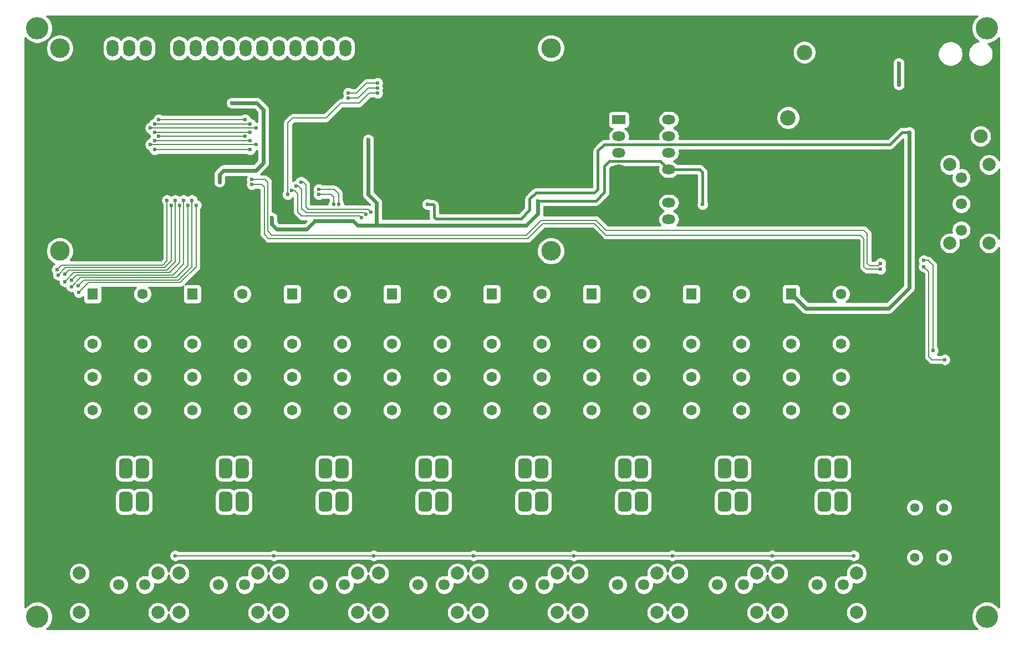
<source format=gbl>
G04 #@! TF.GenerationSoftware,KiCad,Pcbnew,(5.1.9)-1*
G04 #@! TF.CreationDate,2021-06-10T17:57:30+03:00*
G04 #@! TF.ProjectId,OneWireReader,4f6e6557-6972-4655-9265-616465722e6b,rev?*
G04 #@! TF.SameCoordinates,Original*
G04 #@! TF.FileFunction,Copper,L2,Bot*
G04 #@! TF.FilePolarity,Positive*
%FSLAX46Y46*%
G04 Gerber Fmt 4.6, Leading zero omitted, Abs format (unit mm)*
G04 Created by KiCad (PCBNEW (5.1.9)-1) date 2021-06-10 17:57:30*
%MOMM*%
%LPD*%
G01*
G04 APERTURE LIST*
G04 #@! TA.AperFunction,ComponentPad*
%ADD10C,2.100000*%
G04 #@! TD*
G04 #@! TA.AperFunction,ComponentPad*
%ADD11C,1.600000*%
G04 #@! TD*
G04 #@! TA.AperFunction,ComponentPad*
%ADD12R,1.600000X1.800000*%
G04 #@! TD*
G04 #@! TA.AperFunction,ComponentPad*
%ADD13C,2.340000*%
G04 #@! TD*
G04 #@! TA.AperFunction,ComponentPad*
%ADD14C,1.700000*%
G04 #@! TD*
G04 #@! TA.AperFunction,ComponentPad*
%ADD15C,2.000000*%
G04 #@! TD*
G04 #@! TA.AperFunction,ComponentPad*
%ADD16C,1.397000*%
G04 #@! TD*
G04 #@! TA.AperFunction,ComponentPad*
%ADD17O,2.000000X1.440000*%
G04 #@! TD*
G04 #@! TA.AperFunction,ComponentPad*
%ADD18R,2.000000X1.440000*%
G04 #@! TD*
G04 #@! TA.AperFunction,ComponentPad*
%ADD19C,3.000000*%
G04 #@! TD*
G04 #@! TA.AperFunction,ComponentPad*
%ADD20O,1.800000X2.600000*%
G04 #@! TD*
G04 #@! TA.AperFunction,ComponentPad*
%ADD21R,1.800000X2.600000*%
G04 #@! TD*
G04 #@! TA.AperFunction,ViaPad*
%ADD22C,3.400000*%
G04 #@! TD*
G04 #@! TA.AperFunction,ViaPad*
%ADD23C,0.600000*%
G04 #@! TD*
G04 #@! TA.AperFunction,Conductor*
%ADD24C,0.600000*%
G04 #@! TD*
G04 #@! TA.AperFunction,Conductor*
%ADD25C,0.200000*%
G04 #@! TD*
G04 #@! TA.AperFunction,Conductor*
%ADD26C,0.400000*%
G04 #@! TD*
G04 #@! TA.AperFunction,Conductor*
%ADD27C,0.254000*%
G04 #@! TD*
G04 #@! TA.AperFunction,Conductor*
%ADD28C,0.100000*%
G04 #@! TD*
G04 APERTURE END LIST*
D10*
X191544000Y-56515000D03*
G04 #@! TA.AperFunction,ComponentPad*
G36*
G01*
X185894000Y-57315000D02*
X185894000Y-55715000D01*
G75*
G02*
X186144000Y-55465000I250000J0D01*
G01*
X187744000Y-55465000D01*
G75*
G02*
X187994000Y-55715000I0J-250000D01*
G01*
X187994000Y-57315000D01*
G75*
G02*
X187744000Y-57565000I-250000J0D01*
G01*
X186144000Y-57565000D01*
G75*
G02*
X185894000Y-57315000I0J250000D01*
G01*
G37*
G04 #@! TD.AperFunction*
D11*
X162600000Y-93350000D03*
X162600000Y-98430000D03*
X162600000Y-88270000D03*
X170220000Y-80650000D03*
D12*
X162600000Y-80650000D03*
D11*
X170220000Y-98430000D03*
X170220000Y-93350000D03*
X170220000Y-88270000D03*
D13*
X159639000Y-43688000D03*
X162139000Y-53688000D03*
X164639000Y-43688000D03*
D14*
X188595000Y-62866000D03*
X188595000Y-66866000D03*
X188595000Y-70866000D03*
D15*
X192845000Y-72866000D03*
X192845000Y-60866000D03*
X186845000Y-60866000D03*
X186845000Y-72866000D03*
D14*
X170600000Y-125100000D03*
X166600000Y-125100000D03*
X162600000Y-125100000D03*
D15*
X160600000Y-129350000D03*
X172600000Y-129350000D03*
X172600000Y-123350000D03*
X160600000Y-123350000D03*
D14*
X155360000Y-125100000D03*
X151360000Y-125100000D03*
X147360000Y-125100000D03*
D15*
X145360000Y-129350000D03*
X157360000Y-129350000D03*
X157360000Y-123350000D03*
X145360000Y-123350000D03*
D14*
X140120000Y-125100000D03*
X136120000Y-125100000D03*
X132120000Y-125100000D03*
D15*
X130120000Y-129350000D03*
X142120000Y-129350000D03*
X142120000Y-123350000D03*
X130120000Y-123350000D03*
D14*
X124880000Y-125100000D03*
X120880000Y-125100000D03*
X116880000Y-125100000D03*
D15*
X114880000Y-129350000D03*
X126880000Y-129350000D03*
X126880000Y-123350000D03*
X114880000Y-123350000D03*
D14*
X109640000Y-125100000D03*
X105640000Y-125100000D03*
X101640000Y-125100000D03*
D15*
X99640000Y-129350000D03*
X111640000Y-129350000D03*
X111640000Y-123350000D03*
X99640000Y-123350000D03*
D14*
X94400000Y-125100000D03*
X90400000Y-125100000D03*
X86400000Y-125100000D03*
D15*
X84400000Y-129350000D03*
X96400000Y-129350000D03*
X96400000Y-123350000D03*
X84400000Y-123350000D03*
D14*
X79160000Y-125100000D03*
X75160000Y-125100000D03*
X71160000Y-125100000D03*
D15*
X69160000Y-129350000D03*
X81160000Y-129350000D03*
X81160000Y-123350000D03*
X69160000Y-123350000D03*
D14*
X63920000Y-125100000D03*
X59920000Y-125100000D03*
X55920000Y-125100000D03*
D15*
X53920000Y-129350000D03*
X65920000Y-129350000D03*
X65920000Y-123350000D03*
X53920000Y-123350000D03*
D16*
X185928000Y-113284000D03*
X191008000Y-113284000D03*
X185928000Y-120904000D03*
X191008000Y-120904000D03*
X181483000Y-120904000D03*
X176403000Y-120904000D03*
X181483000Y-113284000D03*
X176403000Y-113284000D03*
D11*
X147360000Y-93350000D03*
X147360000Y-98430000D03*
X147360000Y-88270000D03*
X154980000Y-80650000D03*
D12*
X147360000Y-80650000D03*
D11*
X154980000Y-98430000D03*
X154980000Y-93350000D03*
X154980000Y-88270000D03*
X132120000Y-93350000D03*
X132120000Y-98430000D03*
X132120000Y-88270000D03*
X139740000Y-80650000D03*
D12*
X132120000Y-80650000D03*
D11*
X139740000Y-98430000D03*
X139740000Y-93350000D03*
X139740000Y-88270000D03*
X116880000Y-93350000D03*
X116880000Y-98430000D03*
X116880000Y-88270000D03*
X124500000Y-80650000D03*
D12*
X116880000Y-80650000D03*
D11*
X124500000Y-98430000D03*
X124500000Y-93350000D03*
X124500000Y-88270000D03*
X101640000Y-93350000D03*
X101640000Y-98430000D03*
X101640000Y-88270000D03*
X109260000Y-80650000D03*
D12*
X101640000Y-80650000D03*
D11*
X109260000Y-98430000D03*
X109260000Y-93350000D03*
X109260000Y-88270000D03*
X86400000Y-93350000D03*
X86400000Y-98430000D03*
X86400000Y-88270000D03*
X94020000Y-80650000D03*
D12*
X86400000Y-80650000D03*
D11*
X94020000Y-98430000D03*
X94020000Y-93350000D03*
X94020000Y-88270000D03*
X71160000Y-93350000D03*
X71160000Y-98430000D03*
X71160000Y-88270000D03*
X78780000Y-80650000D03*
D12*
X71160000Y-80650000D03*
D11*
X78780000Y-98430000D03*
X78780000Y-93350000D03*
X78780000Y-88270000D03*
X55920000Y-93350000D03*
X55920000Y-98430000D03*
X55920000Y-88270000D03*
X63540000Y-80650000D03*
D12*
X55920000Y-80650000D03*
D11*
X63540000Y-98430000D03*
X63540000Y-93350000D03*
X63540000Y-88270000D03*
D17*
X143931000Y-69220000D03*
X136311000Y-69220000D03*
X143931000Y-66680000D03*
X136311000Y-66680000D03*
X143931000Y-64140000D03*
X136311000Y-64140000D03*
X143931000Y-61600000D03*
X136311000Y-61600000D03*
X143931000Y-59060000D03*
X136311000Y-59060000D03*
X143931000Y-56520000D03*
X136311000Y-56520000D03*
X143931000Y-53980000D03*
D18*
X136311000Y-53980000D03*
G04 #@! TA.AperFunction,ComponentPad*
G36*
G01*
X171220000Y-106320000D02*
X171220000Y-108320000D01*
G75*
G02*
X170720000Y-108820000I-500000J0D01*
G01*
X169720000Y-108820000D01*
G75*
G02*
X169220000Y-108320000I0J500000D01*
G01*
X169220000Y-106320000D01*
G75*
G02*
X169720000Y-105820000I500000J0D01*
G01*
X170720000Y-105820000D01*
G75*
G02*
X171220000Y-106320000I0J-500000D01*
G01*
G37*
G04 #@! TD.AperFunction*
G04 #@! TA.AperFunction,ComponentPad*
G36*
G01*
X166140000Y-106320000D02*
X166140000Y-108320000D01*
G75*
G02*
X165640000Y-108820000I-500000J0D01*
G01*
X164640000Y-108820000D01*
G75*
G02*
X164140000Y-108320000I0J500000D01*
G01*
X164140000Y-106320000D01*
G75*
G02*
X164640000Y-105820000I500000J0D01*
G01*
X165640000Y-105820000D01*
G75*
G02*
X166140000Y-106320000I0J-500000D01*
G01*
G37*
G04 #@! TD.AperFunction*
G04 #@! TA.AperFunction,ComponentPad*
G36*
G01*
X168680000Y-106320000D02*
X168680000Y-108320000D01*
G75*
G02*
X168180000Y-108820000I-500000J0D01*
G01*
X167180000Y-108820000D01*
G75*
G02*
X166680000Y-108320000I0J500000D01*
G01*
X166680000Y-106320000D01*
G75*
G02*
X167180000Y-105820000I500000J0D01*
G01*
X168180000Y-105820000D01*
G75*
G02*
X168680000Y-106320000I0J-500000D01*
G01*
G37*
G04 #@! TD.AperFunction*
G04 #@! TA.AperFunction,ComponentPad*
G36*
G01*
X166140000Y-111400000D02*
X166140000Y-113400000D01*
G75*
G02*
X165640000Y-113900000I-500000J0D01*
G01*
X164640000Y-113900000D01*
G75*
G02*
X164140000Y-113400000I0J500000D01*
G01*
X164140000Y-111400000D01*
G75*
G02*
X164640000Y-110900000I500000J0D01*
G01*
X165640000Y-110900000D01*
G75*
G02*
X166140000Y-111400000I0J-500000D01*
G01*
G37*
G04 #@! TD.AperFunction*
G04 #@! TA.AperFunction,ComponentPad*
G36*
G01*
X168680000Y-111400000D02*
X168680000Y-113400000D01*
G75*
G02*
X168180000Y-113900000I-500000J0D01*
G01*
X167180000Y-113900000D01*
G75*
G02*
X166680000Y-113400000I0J500000D01*
G01*
X166680000Y-111400000D01*
G75*
G02*
X167180000Y-110900000I500000J0D01*
G01*
X168180000Y-110900000D01*
G75*
G02*
X168680000Y-111400000I0J-500000D01*
G01*
G37*
G04 #@! TD.AperFunction*
G04 #@! TA.AperFunction,ComponentPad*
G36*
G01*
X171220000Y-111400000D02*
X171220000Y-113400000D01*
G75*
G02*
X170720000Y-113900000I-500000J0D01*
G01*
X169720000Y-113900000D01*
G75*
G02*
X169220000Y-113400000I0J500000D01*
G01*
X169220000Y-111400000D01*
G75*
G02*
X169720000Y-110900000I500000J0D01*
G01*
X170720000Y-110900000D01*
G75*
G02*
X171220000Y-111400000I0J-500000D01*
G01*
G37*
G04 #@! TD.AperFunction*
G04 #@! TA.AperFunction,ComponentPad*
G36*
G01*
X155980000Y-106320000D02*
X155980000Y-108320000D01*
G75*
G02*
X155480000Y-108820000I-500000J0D01*
G01*
X154480000Y-108820000D01*
G75*
G02*
X153980000Y-108320000I0J500000D01*
G01*
X153980000Y-106320000D01*
G75*
G02*
X154480000Y-105820000I500000J0D01*
G01*
X155480000Y-105820000D01*
G75*
G02*
X155980000Y-106320000I0J-500000D01*
G01*
G37*
G04 #@! TD.AperFunction*
G04 #@! TA.AperFunction,ComponentPad*
G36*
G01*
X150900000Y-106320000D02*
X150900000Y-108320000D01*
G75*
G02*
X150400000Y-108820000I-500000J0D01*
G01*
X149400000Y-108820000D01*
G75*
G02*
X148900000Y-108320000I0J500000D01*
G01*
X148900000Y-106320000D01*
G75*
G02*
X149400000Y-105820000I500000J0D01*
G01*
X150400000Y-105820000D01*
G75*
G02*
X150900000Y-106320000I0J-500000D01*
G01*
G37*
G04 #@! TD.AperFunction*
G04 #@! TA.AperFunction,ComponentPad*
G36*
G01*
X153440000Y-106320000D02*
X153440000Y-108320000D01*
G75*
G02*
X152940000Y-108820000I-500000J0D01*
G01*
X151940000Y-108820000D01*
G75*
G02*
X151440000Y-108320000I0J500000D01*
G01*
X151440000Y-106320000D01*
G75*
G02*
X151940000Y-105820000I500000J0D01*
G01*
X152940000Y-105820000D01*
G75*
G02*
X153440000Y-106320000I0J-500000D01*
G01*
G37*
G04 #@! TD.AperFunction*
G04 #@! TA.AperFunction,ComponentPad*
G36*
G01*
X150900000Y-111400000D02*
X150900000Y-113400000D01*
G75*
G02*
X150400000Y-113900000I-500000J0D01*
G01*
X149400000Y-113900000D01*
G75*
G02*
X148900000Y-113400000I0J500000D01*
G01*
X148900000Y-111400000D01*
G75*
G02*
X149400000Y-110900000I500000J0D01*
G01*
X150400000Y-110900000D01*
G75*
G02*
X150900000Y-111400000I0J-500000D01*
G01*
G37*
G04 #@! TD.AperFunction*
G04 #@! TA.AperFunction,ComponentPad*
G36*
G01*
X153440000Y-111400000D02*
X153440000Y-113400000D01*
G75*
G02*
X152940000Y-113900000I-500000J0D01*
G01*
X151940000Y-113900000D01*
G75*
G02*
X151440000Y-113400000I0J500000D01*
G01*
X151440000Y-111400000D01*
G75*
G02*
X151940000Y-110900000I500000J0D01*
G01*
X152940000Y-110900000D01*
G75*
G02*
X153440000Y-111400000I0J-500000D01*
G01*
G37*
G04 #@! TD.AperFunction*
G04 #@! TA.AperFunction,ComponentPad*
G36*
G01*
X155980000Y-111400000D02*
X155980000Y-113400000D01*
G75*
G02*
X155480000Y-113900000I-500000J0D01*
G01*
X154480000Y-113900000D01*
G75*
G02*
X153980000Y-113400000I0J500000D01*
G01*
X153980000Y-111400000D01*
G75*
G02*
X154480000Y-110900000I500000J0D01*
G01*
X155480000Y-110900000D01*
G75*
G02*
X155980000Y-111400000I0J-500000D01*
G01*
G37*
G04 #@! TD.AperFunction*
G04 #@! TA.AperFunction,ComponentPad*
G36*
G01*
X140740000Y-106320000D02*
X140740000Y-108320000D01*
G75*
G02*
X140240000Y-108820000I-500000J0D01*
G01*
X139240000Y-108820000D01*
G75*
G02*
X138740000Y-108320000I0J500000D01*
G01*
X138740000Y-106320000D01*
G75*
G02*
X139240000Y-105820000I500000J0D01*
G01*
X140240000Y-105820000D01*
G75*
G02*
X140740000Y-106320000I0J-500000D01*
G01*
G37*
G04 #@! TD.AperFunction*
G04 #@! TA.AperFunction,ComponentPad*
G36*
G01*
X135660000Y-106320000D02*
X135660000Y-108320000D01*
G75*
G02*
X135160000Y-108820000I-500000J0D01*
G01*
X134160000Y-108820000D01*
G75*
G02*
X133660000Y-108320000I0J500000D01*
G01*
X133660000Y-106320000D01*
G75*
G02*
X134160000Y-105820000I500000J0D01*
G01*
X135160000Y-105820000D01*
G75*
G02*
X135660000Y-106320000I0J-500000D01*
G01*
G37*
G04 #@! TD.AperFunction*
G04 #@! TA.AperFunction,ComponentPad*
G36*
G01*
X138200000Y-106320000D02*
X138200000Y-108320000D01*
G75*
G02*
X137700000Y-108820000I-500000J0D01*
G01*
X136700000Y-108820000D01*
G75*
G02*
X136200000Y-108320000I0J500000D01*
G01*
X136200000Y-106320000D01*
G75*
G02*
X136700000Y-105820000I500000J0D01*
G01*
X137700000Y-105820000D01*
G75*
G02*
X138200000Y-106320000I0J-500000D01*
G01*
G37*
G04 #@! TD.AperFunction*
G04 #@! TA.AperFunction,ComponentPad*
G36*
G01*
X135660000Y-111400000D02*
X135660000Y-113400000D01*
G75*
G02*
X135160000Y-113900000I-500000J0D01*
G01*
X134160000Y-113900000D01*
G75*
G02*
X133660000Y-113400000I0J500000D01*
G01*
X133660000Y-111400000D01*
G75*
G02*
X134160000Y-110900000I500000J0D01*
G01*
X135160000Y-110900000D01*
G75*
G02*
X135660000Y-111400000I0J-500000D01*
G01*
G37*
G04 #@! TD.AperFunction*
G04 #@! TA.AperFunction,ComponentPad*
G36*
G01*
X138200000Y-111400000D02*
X138200000Y-113400000D01*
G75*
G02*
X137700000Y-113900000I-500000J0D01*
G01*
X136700000Y-113900000D01*
G75*
G02*
X136200000Y-113400000I0J500000D01*
G01*
X136200000Y-111400000D01*
G75*
G02*
X136700000Y-110900000I500000J0D01*
G01*
X137700000Y-110900000D01*
G75*
G02*
X138200000Y-111400000I0J-500000D01*
G01*
G37*
G04 #@! TD.AperFunction*
G04 #@! TA.AperFunction,ComponentPad*
G36*
G01*
X140740000Y-111400000D02*
X140740000Y-113400000D01*
G75*
G02*
X140240000Y-113900000I-500000J0D01*
G01*
X139240000Y-113900000D01*
G75*
G02*
X138740000Y-113400000I0J500000D01*
G01*
X138740000Y-111400000D01*
G75*
G02*
X139240000Y-110900000I500000J0D01*
G01*
X140240000Y-110900000D01*
G75*
G02*
X140740000Y-111400000I0J-500000D01*
G01*
G37*
G04 #@! TD.AperFunction*
G04 #@! TA.AperFunction,ComponentPad*
G36*
G01*
X125500000Y-106320000D02*
X125500000Y-108320000D01*
G75*
G02*
X125000000Y-108820000I-500000J0D01*
G01*
X124000000Y-108820000D01*
G75*
G02*
X123500000Y-108320000I0J500000D01*
G01*
X123500000Y-106320000D01*
G75*
G02*
X124000000Y-105820000I500000J0D01*
G01*
X125000000Y-105820000D01*
G75*
G02*
X125500000Y-106320000I0J-500000D01*
G01*
G37*
G04 #@! TD.AperFunction*
G04 #@! TA.AperFunction,ComponentPad*
G36*
G01*
X120420000Y-106320000D02*
X120420000Y-108320000D01*
G75*
G02*
X119920000Y-108820000I-500000J0D01*
G01*
X118920000Y-108820000D01*
G75*
G02*
X118420000Y-108320000I0J500000D01*
G01*
X118420000Y-106320000D01*
G75*
G02*
X118920000Y-105820000I500000J0D01*
G01*
X119920000Y-105820000D01*
G75*
G02*
X120420000Y-106320000I0J-500000D01*
G01*
G37*
G04 #@! TD.AperFunction*
G04 #@! TA.AperFunction,ComponentPad*
G36*
G01*
X122960000Y-106320000D02*
X122960000Y-108320000D01*
G75*
G02*
X122460000Y-108820000I-500000J0D01*
G01*
X121460000Y-108820000D01*
G75*
G02*
X120960000Y-108320000I0J500000D01*
G01*
X120960000Y-106320000D01*
G75*
G02*
X121460000Y-105820000I500000J0D01*
G01*
X122460000Y-105820000D01*
G75*
G02*
X122960000Y-106320000I0J-500000D01*
G01*
G37*
G04 #@! TD.AperFunction*
G04 #@! TA.AperFunction,ComponentPad*
G36*
G01*
X120420000Y-111400000D02*
X120420000Y-113400000D01*
G75*
G02*
X119920000Y-113900000I-500000J0D01*
G01*
X118920000Y-113900000D01*
G75*
G02*
X118420000Y-113400000I0J500000D01*
G01*
X118420000Y-111400000D01*
G75*
G02*
X118920000Y-110900000I500000J0D01*
G01*
X119920000Y-110900000D01*
G75*
G02*
X120420000Y-111400000I0J-500000D01*
G01*
G37*
G04 #@! TD.AperFunction*
G04 #@! TA.AperFunction,ComponentPad*
G36*
G01*
X122960000Y-111400000D02*
X122960000Y-113400000D01*
G75*
G02*
X122460000Y-113900000I-500000J0D01*
G01*
X121460000Y-113900000D01*
G75*
G02*
X120960000Y-113400000I0J500000D01*
G01*
X120960000Y-111400000D01*
G75*
G02*
X121460000Y-110900000I500000J0D01*
G01*
X122460000Y-110900000D01*
G75*
G02*
X122960000Y-111400000I0J-500000D01*
G01*
G37*
G04 #@! TD.AperFunction*
G04 #@! TA.AperFunction,ComponentPad*
G36*
G01*
X125500000Y-111400000D02*
X125500000Y-113400000D01*
G75*
G02*
X125000000Y-113900000I-500000J0D01*
G01*
X124000000Y-113900000D01*
G75*
G02*
X123500000Y-113400000I0J500000D01*
G01*
X123500000Y-111400000D01*
G75*
G02*
X124000000Y-110900000I500000J0D01*
G01*
X125000000Y-110900000D01*
G75*
G02*
X125500000Y-111400000I0J-500000D01*
G01*
G37*
G04 #@! TD.AperFunction*
G04 #@! TA.AperFunction,ComponentPad*
G36*
G01*
X110260000Y-106320000D02*
X110260000Y-108320000D01*
G75*
G02*
X109760000Y-108820000I-500000J0D01*
G01*
X108760000Y-108820000D01*
G75*
G02*
X108260000Y-108320000I0J500000D01*
G01*
X108260000Y-106320000D01*
G75*
G02*
X108760000Y-105820000I500000J0D01*
G01*
X109760000Y-105820000D01*
G75*
G02*
X110260000Y-106320000I0J-500000D01*
G01*
G37*
G04 #@! TD.AperFunction*
G04 #@! TA.AperFunction,ComponentPad*
G36*
G01*
X105180000Y-106320000D02*
X105180000Y-108320000D01*
G75*
G02*
X104680000Y-108820000I-500000J0D01*
G01*
X103680000Y-108820000D01*
G75*
G02*
X103180000Y-108320000I0J500000D01*
G01*
X103180000Y-106320000D01*
G75*
G02*
X103680000Y-105820000I500000J0D01*
G01*
X104680000Y-105820000D01*
G75*
G02*
X105180000Y-106320000I0J-500000D01*
G01*
G37*
G04 #@! TD.AperFunction*
G04 #@! TA.AperFunction,ComponentPad*
G36*
G01*
X107720000Y-106320000D02*
X107720000Y-108320000D01*
G75*
G02*
X107220000Y-108820000I-500000J0D01*
G01*
X106220000Y-108820000D01*
G75*
G02*
X105720000Y-108320000I0J500000D01*
G01*
X105720000Y-106320000D01*
G75*
G02*
X106220000Y-105820000I500000J0D01*
G01*
X107220000Y-105820000D01*
G75*
G02*
X107720000Y-106320000I0J-500000D01*
G01*
G37*
G04 #@! TD.AperFunction*
G04 #@! TA.AperFunction,ComponentPad*
G36*
G01*
X105180000Y-111400000D02*
X105180000Y-113400000D01*
G75*
G02*
X104680000Y-113900000I-500000J0D01*
G01*
X103680000Y-113900000D01*
G75*
G02*
X103180000Y-113400000I0J500000D01*
G01*
X103180000Y-111400000D01*
G75*
G02*
X103680000Y-110900000I500000J0D01*
G01*
X104680000Y-110900000D01*
G75*
G02*
X105180000Y-111400000I0J-500000D01*
G01*
G37*
G04 #@! TD.AperFunction*
G04 #@! TA.AperFunction,ComponentPad*
G36*
G01*
X107720000Y-111400000D02*
X107720000Y-113400000D01*
G75*
G02*
X107220000Y-113900000I-500000J0D01*
G01*
X106220000Y-113900000D01*
G75*
G02*
X105720000Y-113400000I0J500000D01*
G01*
X105720000Y-111400000D01*
G75*
G02*
X106220000Y-110900000I500000J0D01*
G01*
X107220000Y-110900000D01*
G75*
G02*
X107720000Y-111400000I0J-500000D01*
G01*
G37*
G04 #@! TD.AperFunction*
G04 #@! TA.AperFunction,ComponentPad*
G36*
G01*
X110260000Y-111400000D02*
X110260000Y-113400000D01*
G75*
G02*
X109760000Y-113900000I-500000J0D01*
G01*
X108760000Y-113900000D01*
G75*
G02*
X108260000Y-113400000I0J500000D01*
G01*
X108260000Y-111400000D01*
G75*
G02*
X108760000Y-110900000I500000J0D01*
G01*
X109760000Y-110900000D01*
G75*
G02*
X110260000Y-111400000I0J-500000D01*
G01*
G37*
G04 #@! TD.AperFunction*
G04 #@! TA.AperFunction,ComponentPad*
G36*
G01*
X95020000Y-106320000D02*
X95020000Y-108320000D01*
G75*
G02*
X94520000Y-108820000I-500000J0D01*
G01*
X93520000Y-108820000D01*
G75*
G02*
X93020000Y-108320000I0J500000D01*
G01*
X93020000Y-106320000D01*
G75*
G02*
X93520000Y-105820000I500000J0D01*
G01*
X94520000Y-105820000D01*
G75*
G02*
X95020000Y-106320000I0J-500000D01*
G01*
G37*
G04 #@! TD.AperFunction*
G04 #@! TA.AperFunction,ComponentPad*
G36*
G01*
X89940000Y-106320000D02*
X89940000Y-108320000D01*
G75*
G02*
X89440000Y-108820000I-500000J0D01*
G01*
X88440000Y-108820000D01*
G75*
G02*
X87940000Y-108320000I0J500000D01*
G01*
X87940000Y-106320000D01*
G75*
G02*
X88440000Y-105820000I500000J0D01*
G01*
X89440000Y-105820000D01*
G75*
G02*
X89940000Y-106320000I0J-500000D01*
G01*
G37*
G04 #@! TD.AperFunction*
G04 #@! TA.AperFunction,ComponentPad*
G36*
G01*
X92480000Y-106320000D02*
X92480000Y-108320000D01*
G75*
G02*
X91980000Y-108820000I-500000J0D01*
G01*
X90980000Y-108820000D01*
G75*
G02*
X90480000Y-108320000I0J500000D01*
G01*
X90480000Y-106320000D01*
G75*
G02*
X90980000Y-105820000I500000J0D01*
G01*
X91980000Y-105820000D01*
G75*
G02*
X92480000Y-106320000I0J-500000D01*
G01*
G37*
G04 #@! TD.AperFunction*
G04 #@! TA.AperFunction,ComponentPad*
G36*
G01*
X89940000Y-111400000D02*
X89940000Y-113400000D01*
G75*
G02*
X89440000Y-113900000I-500000J0D01*
G01*
X88440000Y-113900000D01*
G75*
G02*
X87940000Y-113400000I0J500000D01*
G01*
X87940000Y-111400000D01*
G75*
G02*
X88440000Y-110900000I500000J0D01*
G01*
X89440000Y-110900000D01*
G75*
G02*
X89940000Y-111400000I0J-500000D01*
G01*
G37*
G04 #@! TD.AperFunction*
G04 #@! TA.AperFunction,ComponentPad*
G36*
G01*
X92480000Y-111400000D02*
X92480000Y-113400000D01*
G75*
G02*
X91980000Y-113900000I-500000J0D01*
G01*
X90980000Y-113900000D01*
G75*
G02*
X90480000Y-113400000I0J500000D01*
G01*
X90480000Y-111400000D01*
G75*
G02*
X90980000Y-110900000I500000J0D01*
G01*
X91980000Y-110900000D01*
G75*
G02*
X92480000Y-111400000I0J-500000D01*
G01*
G37*
G04 #@! TD.AperFunction*
G04 #@! TA.AperFunction,ComponentPad*
G36*
G01*
X95020000Y-111400000D02*
X95020000Y-113400000D01*
G75*
G02*
X94520000Y-113900000I-500000J0D01*
G01*
X93520000Y-113900000D01*
G75*
G02*
X93020000Y-113400000I0J500000D01*
G01*
X93020000Y-111400000D01*
G75*
G02*
X93520000Y-110900000I500000J0D01*
G01*
X94520000Y-110900000D01*
G75*
G02*
X95020000Y-111400000I0J-500000D01*
G01*
G37*
G04 #@! TD.AperFunction*
G04 #@! TA.AperFunction,ComponentPad*
G36*
G01*
X79780000Y-106320000D02*
X79780000Y-108320000D01*
G75*
G02*
X79280000Y-108820000I-500000J0D01*
G01*
X78280000Y-108820000D01*
G75*
G02*
X77780000Y-108320000I0J500000D01*
G01*
X77780000Y-106320000D01*
G75*
G02*
X78280000Y-105820000I500000J0D01*
G01*
X79280000Y-105820000D01*
G75*
G02*
X79780000Y-106320000I0J-500000D01*
G01*
G37*
G04 #@! TD.AperFunction*
G04 #@! TA.AperFunction,ComponentPad*
G36*
G01*
X74700000Y-106320000D02*
X74700000Y-108320000D01*
G75*
G02*
X74200000Y-108820000I-500000J0D01*
G01*
X73200000Y-108820000D01*
G75*
G02*
X72700000Y-108320000I0J500000D01*
G01*
X72700000Y-106320000D01*
G75*
G02*
X73200000Y-105820000I500000J0D01*
G01*
X74200000Y-105820000D01*
G75*
G02*
X74700000Y-106320000I0J-500000D01*
G01*
G37*
G04 #@! TD.AperFunction*
G04 #@! TA.AperFunction,ComponentPad*
G36*
G01*
X77240000Y-106320000D02*
X77240000Y-108320000D01*
G75*
G02*
X76740000Y-108820000I-500000J0D01*
G01*
X75740000Y-108820000D01*
G75*
G02*
X75240000Y-108320000I0J500000D01*
G01*
X75240000Y-106320000D01*
G75*
G02*
X75740000Y-105820000I500000J0D01*
G01*
X76740000Y-105820000D01*
G75*
G02*
X77240000Y-106320000I0J-500000D01*
G01*
G37*
G04 #@! TD.AperFunction*
G04 #@! TA.AperFunction,ComponentPad*
G36*
G01*
X74700000Y-111400000D02*
X74700000Y-113400000D01*
G75*
G02*
X74200000Y-113900000I-500000J0D01*
G01*
X73200000Y-113900000D01*
G75*
G02*
X72700000Y-113400000I0J500000D01*
G01*
X72700000Y-111400000D01*
G75*
G02*
X73200000Y-110900000I500000J0D01*
G01*
X74200000Y-110900000D01*
G75*
G02*
X74700000Y-111400000I0J-500000D01*
G01*
G37*
G04 #@! TD.AperFunction*
G04 #@! TA.AperFunction,ComponentPad*
G36*
G01*
X77240000Y-111400000D02*
X77240000Y-113400000D01*
G75*
G02*
X76740000Y-113900000I-500000J0D01*
G01*
X75740000Y-113900000D01*
G75*
G02*
X75240000Y-113400000I0J500000D01*
G01*
X75240000Y-111400000D01*
G75*
G02*
X75740000Y-110900000I500000J0D01*
G01*
X76740000Y-110900000D01*
G75*
G02*
X77240000Y-111400000I0J-500000D01*
G01*
G37*
G04 #@! TD.AperFunction*
G04 #@! TA.AperFunction,ComponentPad*
G36*
G01*
X79780000Y-111400000D02*
X79780000Y-113400000D01*
G75*
G02*
X79280000Y-113900000I-500000J0D01*
G01*
X78280000Y-113900000D01*
G75*
G02*
X77780000Y-113400000I0J500000D01*
G01*
X77780000Y-111400000D01*
G75*
G02*
X78280000Y-110900000I500000J0D01*
G01*
X79280000Y-110900000D01*
G75*
G02*
X79780000Y-111400000I0J-500000D01*
G01*
G37*
G04 #@! TD.AperFunction*
G04 #@! TA.AperFunction,ComponentPad*
G36*
G01*
X64540000Y-106320000D02*
X64540000Y-108320000D01*
G75*
G02*
X64040000Y-108820000I-500000J0D01*
G01*
X63040000Y-108820000D01*
G75*
G02*
X62540000Y-108320000I0J500000D01*
G01*
X62540000Y-106320000D01*
G75*
G02*
X63040000Y-105820000I500000J0D01*
G01*
X64040000Y-105820000D01*
G75*
G02*
X64540000Y-106320000I0J-500000D01*
G01*
G37*
G04 #@! TD.AperFunction*
G04 #@! TA.AperFunction,ComponentPad*
G36*
G01*
X59460000Y-106320000D02*
X59460000Y-108320000D01*
G75*
G02*
X58960000Y-108820000I-500000J0D01*
G01*
X57960000Y-108820000D01*
G75*
G02*
X57460000Y-108320000I0J500000D01*
G01*
X57460000Y-106320000D01*
G75*
G02*
X57960000Y-105820000I500000J0D01*
G01*
X58960000Y-105820000D01*
G75*
G02*
X59460000Y-106320000I0J-500000D01*
G01*
G37*
G04 #@! TD.AperFunction*
G04 #@! TA.AperFunction,ComponentPad*
G36*
G01*
X62000000Y-106320000D02*
X62000000Y-108320000D01*
G75*
G02*
X61500000Y-108820000I-500000J0D01*
G01*
X60500000Y-108820000D01*
G75*
G02*
X60000000Y-108320000I0J500000D01*
G01*
X60000000Y-106320000D01*
G75*
G02*
X60500000Y-105820000I500000J0D01*
G01*
X61500000Y-105820000D01*
G75*
G02*
X62000000Y-106320000I0J-500000D01*
G01*
G37*
G04 #@! TD.AperFunction*
G04 #@! TA.AperFunction,ComponentPad*
G36*
G01*
X59460000Y-111400000D02*
X59460000Y-113400000D01*
G75*
G02*
X58960000Y-113900000I-500000J0D01*
G01*
X57960000Y-113900000D01*
G75*
G02*
X57460000Y-113400000I0J500000D01*
G01*
X57460000Y-111400000D01*
G75*
G02*
X57960000Y-110900000I500000J0D01*
G01*
X58960000Y-110900000D01*
G75*
G02*
X59460000Y-111400000I0J-500000D01*
G01*
G37*
G04 #@! TD.AperFunction*
G04 #@! TA.AperFunction,ComponentPad*
G36*
G01*
X62000000Y-111400000D02*
X62000000Y-113400000D01*
G75*
G02*
X61500000Y-113900000I-500000J0D01*
G01*
X60500000Y-113900000D01*
G75*
G02*
X60000000Y-113400000I0J500000D01*
G01*
X60000000Y-111400000D01*
G75*
G02*
X60500000Y-110900000I500000J0D01*
G01*
X61500000Y-110900000D01*
G75*
G02*
X62000000Y-111400000I0J-500000D01*
G01*
G37*
G04 #@! TD.AperFunction*
G04 #@! TA.AperFunction,ComponentPad*
G36*
G01*
X64540000Y-111400000D02*
X64540000Y-113400000D01*
G75*
G02*
X64040000Y-113900000I-500000J0D01*
G01*
X63040000Y-113900000D01*
G75*
G02*
X62540000Y-113400000I0J500000D01*
G01*
X62540000Y-111400000D01*
G75*
G02*
X63040000Y-110900000I500000J0D01*
G01*
X64040000Y-110900000D01*
G75*
G02*
X64540000Y-111400000I0J-500000D01*
G01*
G37*
G04 #@! TD.AperFunction*
D19*
X125928000Y-43058000D03*
X125927480Y-74058700D03*
X50928900Y-74058700D03*
X50928900Y-43058000D03*
D20*
X94528000Y-43058000D03*
X91988000Y-43058000D03*
X89448000Y-43058000D03*
X86908000Y-43058000D03*
X84368000Y-43058000D03*
X81828000Y-43058000D03*
X79288000Y-43058000D03*
X76748000Y-43058000D03*
X74208000Y-43058000D03*
X71668000Y-43058000D03*
X69128000Y-43058000D03*
X66588000Y-43058000D03*
X64048000Y-43058000D03*
X61508000Y-43058000D03*
X58968000Y-43058000D03*
D21*
X56428000Y-43058000D03*
D22*
X47500000Y-40000000D03*
X47500000Y-130000000D03*
X192500000Y-130000000D03*
X192500000Y-40000000D03*
D23*
X84074000Y-65405000D03*
X79502000Y-64516000D03*
X87122000Y-69088000D03*
X116109750Y-55213250D03*
X112966500Y-66929000D03*
X106870500Y-65659000D03*
X95631000Y-58547000D03*
X94234000Y-53975000D03*
X79756000Y-52641500D03*
X74104500Y-61277500D03*
X71374000Y-51435000D03*
X58928000Y-49911000D03*
X54650000Y-64389000D03*
X77025500Y-69088000D03*
X94869000Y-65024000D03*
X100647500Y-65405000D03*
X152908000Y-73533000D03*
X131000500Y-59055000D03*
X127903000Y-59069000D03*
X128587500Y-63627000D03*
X152336500Y-52451000D03*
X155956000Y-52451000D03*
X170815000Y-50038000D03*
X170815000Y-46101000D03*
X177228500Y-51625500D03*
X193548000Y-49911000D03*
X189611000Y-49911000D03*
X187706000Y-100203000D03*
X175958500Y-92329000D03*
X175958500Y-96393000D03*
X180721000Y-94996000D03*
X179197000Y-106616500D03*
X188595000Y-106616500D03*
X177609500Y-122047000D03*
X83312000Y-68961000D03*
X77216000Y-51435000D03*
X75311000Y-63500000D03*
X98044000Y-65405000D03*
X89916000Y-69469000D03*
X98044000Y-57023000D03*
X123952000Y-66421000D03*
X68580000Y-120650000D03*
X172212000Y-120650000D03*
X159702500Y-120650000D03*
X144462500Y-120650000D03*
X129413000Y-120650000D03*
X114109500Y-120650000D03*
X98869500Y-120650000D03*
X83629500Y-120650000D03*
X149098000Y-66929000D03*
X107061000Y-66929000D03*
X179070000Y-45339000D03*
X179070000Y-48641000D03*
X180657500Y-55880000D03*
X85725000Y-65405000D03*
X99441000Y-49911000D03*
X94996000Y-50673000D03*
X99441000Y-49149000D03*
X94996000Y-49911000D03*
X99441000Y-48387000D03*
X90464000Y-65410000D03*
X92750000Y-66934000D03*
X90464000Y-64648000D03*
X93512000Y-66934000D03*
X80264000Y-63119000D03*
X184277000Y-89281000D03*
X176276000Y-75946000D03*
X182880000Y-75501500D03*
X80264000Y-63881000D03*
X186055000Y-90678000D03*
X176276000Y-76835000D03*
X182880000Y-76454000D03*
X80899000Y-57785000D03*
X64770000Y-57785000D03*
X80010000Y-58547000D03*
X65405000Y-58547000D03*
X80899000Y-55245000D03*
X64770000Y-55245000D03*
X80010000Y-55880000D03*
X65405000Y-55880000D03*
X97663000Y-68453000D03*
X86995000Y-64135000D03*
X98425000Y-68072000D03*
X87757000Y-63500000D03*
X50482500Y-76898500D03*
X67310000Y-66294000D03*
X50673000Y-77724000D03*
X67945000Y-67056000D03*
X51689000Y-77597000D03*
X68580000Y-66294000D03*
X51689000Y-78740000D03*
X69215000Y-67056000D03*
X52705000Y-78486000D03*
X69850000Y-66294000D03*
X52705000Y-79502000D03*
X70485000Y-67056000D03*
X53721000Y-79375000D03*
X71120000Y-66294000D03*
X53848000Y-80391000D03*
X71755000Y-67056000D03*
X79248000Y-56515000D03*
X66040000Y-56515000D03*
X80010000Y-57150000D03*
X65405000Y-57150000D03*
X79248000Y-53975000D03*
X66040000Y-53975000D03*
X80010000Y-54610000D03*
X65405000Y-54610000D03*
X97028000Y-68961000D03*
X86360000Y-64770000D03*
D24*
X77216000Y-51435000D02*
X81026000Y-51435000D01*
X81026000Y-51435000D02*
X82042000Y-52451000D01*
X82042000Y-52451000D02*
X82042000Y-60579000D01*
X82042000Y-60579000D02*
X80899000Y-61722000D01*
X80899000Y-61722000D02*
X75946000Y-61722000D01*
X75311000Y-62357000D02*
X75311000Y-63500000D01*
X75946000Y-61722000D02*
X75311000Y-62357000D01*
X99314000Y-66675000D02*
X98044000Y-65405000D01*
X99314000Y-70104000D02*
X99314000Y-66675000D01*
X96393000Y-70104000D02*
X99314000Y-70104000D01*
X95758000Y-69469000D02*
X96393000Y-70104000D01*
X89916000Y-69469000D02*
X95758000Y-69469000D01*
X88646000Y-70739000D02*
X89916000Y-69469000D01*
X84074000Y-70739000D02*
X88646000Y-70739000D01*
X83312000Y-69977000D02*
X84074000Y-70739000D01*
X83312000Y-68961000D02*
X83312000Y-69977000D01*
X98044000Y-57023000D02*
X98044000Y-65405000D01*
X123952000Y-68326000D02*
X123952000Y-67564000D01*
X122174000Y-70104000D02*
X123952000Y-68326000D01*
X99314000Y-70104000D02*
X122174000Y-70104000D01*
X123952000Y-67564000D02*
X123952000Y-66421000D01*
D25*
X159702500Y-120650000D02*
X172212000Y-120650000D01*
X144462500Y-120650000D02*
X159702500Y-120650000D01*
X129413000Y-120650000D02*
X144462500Y-120650000D01*
X114109500Y-120650000D02*
X129413000Y-120650000D01*
X98869500Y-120650000D02*
X114109500Y-120650000D01*
X83629500Y-120650000D02*
X98869500Y-120650000D01*
X68580000Y-120650000D02*
X83629500Y-120650000D01*
D26*
X123952000Y-66421000D02*
X132778500Y-66421000D01*
X132778500Y-66421000D02*
X134112000Y-65087500D01*
X134112000Y-65087500D02*
X134112000Y-61087000D01*
X134112000Y-61087000D02*
X134874000Y-60325000D01*
X134874000Y-60325000D02*
X142621000Y-60325000D01*
X142621000Y-60325000D02*
X143891000Y-61595000D01*
X143891000Y-61595000D02*
X148653500Y-61595000D01*
X149098000Y-62039500D02*
X149098000Y-66929000D01*
X148653500Y-61595000D02*
X149098000Y-62039500D01*
D24*
X179070000Y-45339000D02*
X179070000Y-48641000D01*
X177546000Y-82804000D02*
X180657500Y-79692500D01*
X164846000Y-82804000D02*
X177546000Y-82804000D01*
X162692000Y-80650000D02*
X164846000Y-82804000D01*
X162600000Y-80650000D02*
X162692000Y-80650000D01*
X180657500Y-79692500D02*
X180657500Y-56705500D01*
X180657500Y-55880000D02*
X180657500Y-56705500D01*
D26*
X177673000Y-57785000D02*
X179578000Y-55880000D01*
X107061000Y-66929000D02*
X107886500Y-66929000D01*
X107886500Y-66929000D02*
X108077000Y-67119500D01*
X108331000Y-69088000D02*
X121348500Y-69088000D01*
X108077000Y-68834000D02*
X108331000Y-69088000D01*
X121348500Y-69088000D02*
X122682000Y-67754500D01*
X122682000Y-66103500D02*
X123634500Y-65151000D01*
X123634500Y-65151000D02*
X132588000Y-65151000D01*
X122682000Y-67754500D02*
X122682000Y-66103500D01*
X134048500Y-57785000D02*
X177673000Y-57785000D01*
X132588000Y-65151000D02*
X133096000Y-64643000D01*
X179578000Y-55880000D02*
X180657500Y-55880000D01*
X133096000Y-64643000D02*
X133096000Y-58737500D01*
X108077000Y-67119500D02*
X108077000Y-68834000D01*
X133096000Y-58737500D02*
X134048500Y-57785000D01*
D25*
X85757000Y-65405000D02*
X85757000Y-54451000D01*
X85757000Y-54451000D02*
X86487000Y-53721000D01*
X86487000Y-53721000D02*
X91567000Y-53721000D01*
X91567000Y-53721000D02*
X93853000Y-51435000D01*
X93853000Y-51435000D02*
X96647000Y-51435000D01*
X98171000Y-49911000D02*
X99441000Y-49911000D01*
X96647000Y-51435000D02*
X98171000Y-49911000D01*
X94996000Y-50673000D02*
X96520000Y-50673000D01*
X98044000Y-49149000D02*
X99441000Y-49149000D01*
X96520000Y-50673000D02*
X98044000Y-49149000D01*
X97790000Y-48387000D02*
X99441000Y-48387000D01*
X96266000Y-49911000D02*
X97790000Y-48387000D01*
X94996000Y-49911000D02*
X96266000Y-49911000D01*
X92750000Y-65791000D02*
X92750000Y-66934000D01*
X92369000Y-65410000D02*
X92750000Y-65791000D01*
X90464000Y-65410000D02*
X92369000Y-65410000D01*
X93512000Y-65283000D02*
X93512000Y-66934000D01*
X92877000Y-64648000D02*
X93512000Y-65283000D01*
X90464000Y-64648000D02*
X92877000Y-64648000D01*
X182880000Y-75501500D02*
X183515000Y-75501500D01*
X184277000Y-76263500D02*
X184277000Y-77152500D01*
X183515000Y-75501500D02*
X184277000Y-76263500D01*
X184277000Y-77152500D02*
X184277000Y-76962000D01*
X184277000Y-89281000D02*
X184277000Y-77152500D01*
X80264000Y-63119000D02*
X82296000Y-63119000D01*
X122174000Y-71628000D02*
X124460000Y-69342000D01*
X82677000Y-63500000D02*
X82677000Y-70993000D01*
X82677000Y-70993000D02*
X83312000Y-71628000D01*
X83312000Y-71628000D02*
X122174000Y-71628000D01*
X124460000Y-69342000D02*
X132842000Y-69342000D01*
X82296000Y-63119000D02*
X82677000Y-63500000D01*
X174244000Y-71374000D02*
X174244000Y-75946000D01*
X174244000Y-75946000D02*
X174625000Y-76327000D01*
X132842000Y-69342000D02*
X134366000Y-70866000D01*
X134366000Y-70866000D02*
X173736000Y-70866000D01*
X174625000Y-76327000D02*
X175895000Y-76327000D01*
X175895000Y-76327000D02*
X176276000Y-75946000D01*
X173736000Y-70866000D02*
X174244000Y-71374000D01*
X183642000Y-90170000D02*
X184150000Y-90678000D01*
X184150000Y-90678000D02*
X186055000Y-90678000D01*
X183642000Y-77216000D02*
X183642000Y-90170000D01*
X182880000Y-76454000D02*
X183642000Y-77216000D01*
X174815500Y-76835000D02*
X176276000Y-76835000D01*
X173736000Y-76454000D02*
X174117000Y-76835000D01*
X81788000Y-63881000D02*
X82169000Y-64262000D01*
X82169000Y-64262000D02*
X82169000Y-71501000D01*
X122428000Y-72136000D02*
X124714000Y-69850000D01*
X124714000Y-69850000D02*
X132588000Y-69850000D01*
X82169000Y-71501000D02*
X82804000Y-72136000D01*
X82804000Y-72136000D02*
X122428000Y-72136000D01*
X80264000Y-63881000D02*
X81788000Y-63881000D01*
X132588000Y-69850000D02*
X134366000Y-71628000D01*
X134366000Y-71628000D02*
X173228000Y-71628000D01*
X173736000Y-72136000D02*
X173736000Y-76454000D01*
X173228000Y-71628000D02*
X173736000Y-72136000D01*
X174117000Y-76835000D02*
X174815500Y-76835000D01*
X80899000Y-57785000D02*
X64770000Y-57785000D01*
X80010000Y-58547000D02*
X65405000Y-58547000D01*
X80899000Y-55245000D02*
X64770000Y-55245000D01*
X65405000Y-55880000D02*
X80010000Y-55880000D01*
X97409000Y-68199000D02*
X97663000Y-68453000D01*
X88519000Y-68199000D02*
X97409000Y-68199000D01*
X87884000Y-67564000D02*
X88519000Y-68199000D01*
X87884000Y-64643000D02*
X87884000Y-67564000D01*
X87376000Y-64135000D02*
X87884000Y-64643000D01*
X86995000Y-64135000D02*
X87376000Y-64135000D01*
X88900000Y-67691000D02*
X98044000Y-67691000D01*
X88519000Y-67310000D02*
X88900000Y-67691000D01*
X88519000Y-63944500D02*
X88519000Y-67310000D01*
X88074500Y-63500000D02*
X88519000Y-63944500D01*
X98044000Y-67691000D02*
X98425000Y-68072000D01*
X87757000Y-63500000D02*
X88074500Y-63500000D01*
X51181000Y-76200000D02*
X50482500Y-76898500D01*
X66675000Y-76200000D02*
X51181000Y-76200000D01*
X67310000Y-75565000D02*
X66675000Y-76200000D01*
X67310000Y-66294000D02*
X67310000Y-75565000D01*
X51816000Y-76581000D02*
X50673000Y-77724000D01*
X66929000Y-76581000D02*
X51816000Y-76581000D01*
X67945000Y-75565000D02*
X66929000Y-76581000D01*
X67945000Y-67056000D02*
X67945000Y-75565000D01*
X52324000Y-76962000D02*
X51689000Y-77597000D01*
X68580000Y-75692000D02*
X67310000Y-76962000D01*
X68580000Y-66294000D02*
X68580000Y-75692000D01*
X67310000Y-76962000D02*
X52324000Y-76962000D01*
X53086000Y-77343000D02*
X51689000Y-78740000D01*
X69215000Y-75819000D02*
X67691000Y-77343000D01*
X69215000Y-67056000D02*
X69215000Y-75819000D01*
X67691000Y-77343000D02*
X53086000Y-77343000D01*
X53467000Y-77724000D02*
X52705000Y-78486000D01*
X68199000Y-77724000D02*
X53467000Y-77724000D01*
X69850000Y-76073000D02*
X68199000Y-77724000D01*
X69850000Y-66294000D02*
X69850000Y-76073000D01*
X54102000Y-78105000D02*
X52705000Y-79502000D01*
X70485000Y-76327000D02*
X68707000Y-78105000D01*
X70485000Y-67056000D02*
X70485000Y-76327000D01*
X68707000Y-78105000D02*
X54102000Y-78105000D01*
X54610000Y-78486000D02*
X53721000Y-79375000D01*
X69088000Y-78486000D02*
X54610000Y-78486000D01*
X71120000Y-76454000D02*
X69088000Y-78486000D01*
X71120000Y-66294000D02*
X71120000Y-76454000D01*
X55372000Y-78867000D02*
X53848000Y-80391000D01*
X71755000Y-67056000D02*
X71755000Y-76454000D01*
X69342000Y-78867000D02*
X55372000Y-78867000D01*
X71755000Y-76454000D02*
X69342000Y-78867000D01*
X79248000Y-56515000D02*
X66040000Y-56515000D01*
X80010000Y-57150000D02*
X65405000Y-57150000D01*
X79248000Y-53975000D02*
X66040000Y-53975000D01*
X80010000Y-54610000D02*
X65405000Y-54610000D01*
X87884000Y-68707000D02*
X96774000Y-68707000D01*
X87249000Y-68072000D02*
X87884000Y-68707000D01*
X87249000Y-65278000D02*
X87249000Y-68072000D01*
X86741000Y-64770000D02*
X87249000Y-65278000D01*
X96774000Y-68707000D02*
X97028000Y-68961000D01*
X86360000Y-64770000D02*
X86741000Y-64770000D01*
D27*
X191011524Y-38186287D02*
X190686287Y-38511524D01*
X190430750Y-38893963D01*
X190254733Y-39318906D01*
X190165000Y-39770023D01*
X190165000Y-40229977D01*
X190254733Y-40681094D01*
X190430750Y-41106037D01*
X190686287Y-41488476D01*
X191011524Y-41813713D01*
X191281732Y-41994260D01*
X190979581Y-42054361D01*
X190627434Y-42200225D01*
X190310509Y-42411987D01*
X190040987Y-42681509D01*
X189829225Y-42998434D01*
X189683361Y-43350581D01*
X189609000Y-43724419D01*
X189609000Y-44105581D01*
X189683361Y-44479419D01*
X189829225Y-44831566D01*
X190040987Y-45148491D01*
X190310509Y-45418013D01*
X190627434Y-45629775D01*
X190979581Y-45775639D01*
X191353419Y-45850000D01*
X191734581Y-45850000D01*
X192108419Y-45775639D01*
X192460566Y-45629775D01*
X192777491Y-45418013D01*
X193047013Y-45148491D01*
X193258775Y-44831566D01*
X193404639Y-44479419D01*
X193479000Y-44105581D01*
X193479000Y-43724419D01*
X193404639Y-43350581D01*
X193258775Y-42998434D01*
X193047013Y-42681509D01*
X192777491Y-42411987D01*
X192662272Y-42335000D01*
X192729977Y-42335000D01*
X193181094Y-42245267D01*
X193606037Y-42069250D01*
X193988476Y-41813713D01*
X194313713Y-41488476D01*
X194345950Y-41440230D01*
X194345950Y-60217154D01*
X194293918Y-60091537D01*
X194114987Y-59823748D01*
X193887252Y-59596013D01*
X193619463Y-59417082D01*
X193321912Y-59293832D01*
X193006033Y-59231000D01*
X192683967Y-59231000D01*
X192368088Y-59293832D01*
X192070537Y-59417082D01*
X191802748Y-59596013D01*
X191575013Y-59823748D01*
X191396082Y-60091537D01*
X191272832Y-60389088D01*
X191210000Y-60704967D01*
X191210000Y-61027033D01*
X191272832Y-61342912D01*
X191396082Y-61640463D01*
X191575013Y-61908252D01*
X191802748Y-62135987D01*
X192070537Y-62314918D01*
X192368088Y-62438168D01*
X192683967Y-62501000D01*
X193006033Y-62501000D01*
X193321912Y-62438168D01*
X193619463Y-62314918D01*
X193887252Y-62135987D01*
X194114987Y-61908252D01*
X194293918Y-61640463D01*
X194345950Y-61514846D01*
X194345950Y-72217154D01*
X194293918Y-72091537D01*
X194114987Y-71823748D01*
X193887252Y-71596013D01*
X193619463Y-71417082D01*
X193321912Y-71293832D01*
X193006033Y-71231000D01*
X192683967Y-71231000D01*
X192368088Y-71293832D01*
X192070537Y-71417082D01*
X191802748Y-71596013D01*
X191575013Y-71823748D01*
X191396082Y-72091537D01*
X191272832Y-72389088D01*
X191210000Y-72704967D01*
X191210000Y-73027033D01*
X191272832Y-73342912D01*
X191396082Y-73640463D01*
X191575013Y-73908252D01*
X191802748Y-74135987D01*
X192070537Y-74314918D01*
X192368088Y-74438168D01*
X192683967Y-74501000D01*
X193006033Y-74501000D01*
X193321912Y-74438168D01*
X193619463Y-74314918D01*
X193887252Y-74135987D01*
X194114987Y-73908252D01*
X194293918Y-73640463D01*
X194345950Y-73514846D01*
X194345951Y-128559772D01*
X194313713Y-128511524D01*
X193988476Y-128186287D01*
X193606037Y-127930750D01*
X193181094Y-127754733D01*
X192729977Y-127665000D01*
X192270023Y-127665000D01*
X191818906Y-127754733D01*
X191393963Y-127930750D01*
X191011524Y-128186287D01*
X190686287Y-128511524D01*
X190430750Y-128893963D01*
X190254733Y-129318906D01*
X190165000Y-129770023D01*
X190165000Y-130229977D01*
X190254733Y-130681094D01*
X190430750Y-131106037D01*
X190686287Y-131488476D01*
X191011524Y-131813713D01*
X191059770Y-131845950D01*
X48940230Y-131845950D01*
X48988476Y-131813713D01*
X49313713Y-131488476D01*
X49569250Y-131106037D01*
X49745267Y-130681094D01*
X49835000Y-130229977D01*
X49835000Y-129770023D01*
X49745267Y-129318906D01*
X49691445Y-129188967D01*
X52285000Y-129188967D01*
X52285000Y-129511033D01*
X52347832Y-129826912D01*
X52471082Y-130124463D01*
X52650013Y-130392252D01*
X52877748Y-130619987D01*
X53145537Y-130798918D01*
X53443088Y-130922168D01*
X53758967Y-130985000D01*
X54081033Y-130985000D01*
X54396912Y-130922168D01*
X54694463Y-130798918D01*
X54962252Y-130619987D01*
X55189987Y-130392252D01*
X55368918Y-130124463D01*
X55492168Y-129826912D01*
X55555000Y-129511033D01*
X55555000Y-129188967D01*
X64285000Y-129188967D01*
X64285000Y-129511033D01*
X64347832Y-129826912D01*
X64471082Y-130124463D01*
X64650013Y-130392252D01*
X64877748Y-130619987D01*
X65145537Y-130798918D01*
X65443088Y-130922168D01*
X65758967Y-130985000D01*
X66081033Y-130985000D01*
X66396912Y-130922168D01*
X66694463Y-130798918D01*
X66962252Y-130619987D01*
X67189987Y-130392252D01*
X67368918Y-130124463D01*
X67492168Y-129826912D01*
X67540000Y-129586443D01*
X67587832Y-129826912D01*
X67711082Y-130124463D01*
X67890013Y-130392252D01*
X68117748Y-130619987D01*
X68385537Y-130798918D01*
X68683088Y-130922168D01*
X68998967Y-130985000D01*
X69321033Y-130985000D01*
X69636912Y-130922168D01*
X69934463Y-130798918D01*
X70202252Y-130619987D01*
X70429987Y-130392252D01*
X70608918Y-130124463D01*
X70732168Y-129826912D01*
X70795000Y-129511033D01*
X70795000Y-129188967D01*
X79525000Y-129188967D01*
X79525000Y-129511033D01*
X79587832Y-129826912D01*
X79711082Y-130124463D01*
X79890013Y-130392252D01*
X80117748Y-130619987D01*
X80385537Y-130798918D01*
X80683088Y-130922168D01*
X80998967Y-130985000D01*
X81321033Y-130985000D01*
X81636912Y-130922168D01*
X81934463Y-130798918D01*
X82202252Y-130619987D01*
X82429987Y-130392252D01*
X82608918Y-130124463D01*
X82732168Y-129826912D01*
X82780000Y-129586443D01*
X82827832Y-129826912D01*
X82951082Y-130124463D01*
X83130013Y-130392252D01*
X83357748Y-130619987D01*
X83625537Y-130798918D01*
X83923088Y-130922168D01*
X84238967Y-130985000D01*
X84561033Y-130985000D01*
X84876912Y-130922168D01*
X85174463Y-130798918D01*
X85442252Y-130619987D01*
X85669987Y-130392252D01*
X85848918Y-130124463D01*
X85972168Y-129826912D01*
X86035000Y-129511033D01*
X86035000Y-129188967D01*
X94765000Y-129188967D01*
X94765000Y-129511033D01*
X94827832Y-129826912D01*
X94951082Y-130124463D01*
X95130013Y-130392252D01*
X95357748Y-130619987D01*
X95625537Y-130798918D01*
X95923088Y-130922168D01*
X96238967Y-130985000D01*
X96561033Y-130985000D01*
X96876912Y-130922168D01*
X97174463Y-130798918D01*
X97442252Y-130619987D01*
X97669987Y-130392252D01*
X97848918Y-130124463D01*
X97972168Y-129826912D01*
X98020000Y-129586443D01*
X98067832Y-129826912D01*
X98191082Y-130124463D01*
X98370013Y-130392252D01*
X98597748Y-130619987D01*
X98865537Y-130798918D01*
X99163088Y-130922168D01*
X99478967Y-130985000D01*
X99801033Y-130985000D01*
X100116912Y-130922168D01*
X100414463Y-130798918D01*
X100682252Y-130619987D01*
X100909987Y-130392252D01*
X101088918Y-130124463D01*
X101212168Y-129826912D01*
X101275000Y-129511033D01*
X101275000Y-129188967D01*
X110005000Y-129188967D01*
X110005000Y-129511033D01*
X110067832Y-129826912D01*
X110191082Y-130124463D01*
X110370013Y-130392252D01*
X110597748Y-130619987D01*
X110865537Y-130798918D01*
X111163088Y-130922168D01*
X111478967Y-130985000D01*
X111801033Y-130985000D01*
X112116912Y-130922168D01*
X112414463Y-130798918D01*
X112682252Y-130619987D01*
X112909987Y-130392252D01*
X113088918Y-130124463D01*
X113212168Y-129826912D01*
X113260000Y-129586443D01*
X113307832Y-129826912D01*
X113431082Y-130124463D01*
X113610013Y-130392252D01*
X113837748Y-130619987D01*
X114105537Y-130798918D01*
X114403088Y-130922168D01*
X114718967Y-130985000D01*
X115041033Y-130985000D01*
X115356912Y-130922168D01*
X115654463Y-130798918D01*
X115922252Y-130619987D01*
X116149987Y-130392252D01*
X116328918Y-130124463D01*
X116452168Y-129826912D01*
X116515000Y-129511033D01*
X116515000Y-129188967D01*
X125245000Y-129188967D01*
X125245000Y-129511033D01*
X125307832Y-129826912D01*
X125431082Y-130124463D01*
X125610013Y-130392252D01*
X125837748Y-130619987D01*
X126105537Y-130798918D01*
X126403088Y-130922168D01*
X126718967Y-130985000D01*
X127041033Y-130985000D01*
X127356912Y-130922168D01*
X127654463Y-130798918D01*
X127922252Y-130619987D01*
X128149987Y-130392252D01*
X128328918Y-130124463D01*
X128452168Y-129826912D01*
X128500000Y-129586443D01*
X128547832Y-129826912D01*
X128671082Y-130124463D01*
X128850013Y-130392252D01*
X129077748Y-130619987D01*
X129345537Y-130798918D01*
X129643088Y-130922168D01*
X129958967Y-130985000D01*
X130281033Y-130985000D01*
X130596912Y-130922168D01*
X130894463Y-130798918D01*
X131162252Y-130619987D01*
X131389987Y-130392252D01*
X131568918Y-130124463D01*
X131692168Y-129826912D01*
X131755000Y-129511033D01*
X131755000Y-129188967D01*
X140485000Y-129188967D01*
X140485000Y-129511033D01*
X140547832Y-129826912D01*
X140671082Y-130124463D01*
X140850013Y-130392252D01*
X141077748Y-130619987D01*
X141345537Y-130798918D01*
X141643088Y-130922168D01*
X141958967Y-130985000D01*
X142281033Y-130985000D01*
X142596912Y-130922168D01*
X142894463Y-130798918D01*
X143162252Y-130619987D01*
X143389987Y-130392252D01*
X143568918Y-130124463D01*
X143692168Y-129826912D01*
X143740000Y-129586443D01*
X143787832Y-129826912D01*
X143911082Y-130124463D01*
X144090013Y-130392252D01*
X144317748Y-130619987D01*
X144585537Y-130798918D01*
X144883088Y-130922168D01*
X145198967Y-130985000D01*
X145521033Y-130985000D01*
X145836912Y-130922168D01*
X146134463Y-130798918D01*
X146402252Y-130619987D01*
X146629987Y-130392252D01*
X146808918Y-130124463D01*
X146932168Y-129826912D01*
X146995000Y-129511033D01*
X146995000Y-129188967D01*
X155725000Y-129188967D01*
X155725000Y-129511033D01*
X155787832Y-129826912D01*
X155911082Y-130124463D01*
X156090013Y-130392252D01*
X156317748Y-130619987D01*
X156585537Y-130798918D01*
X156883088Y-130922168D01*
X157198967Y-130985000D01*
X157521033Y-130985000D01*
X157836912Y-130922168D01*
X158134463Y-130798918D01*
X158402252Y-130619987D01*
X158629987Y-130392252D01*
X158808918Y-130124463D01*
X158932168Y-129826912D01*
X158980000Y-129586443D01*
X159027832Y-129826912D01*
X159151082Y-130124463D01*
X159330013Y-130392252D01*
X159557748Y-130619987D01*
X159825537Y-130798918D01*
X160123088Y-130922168D01*
X160438967Y-130985000D01*
X160761033Y-130985000D01*
X161076912Y-130922168D01*
X161374463Y-130798918D01*
X161642252Y-130619987D01*
X161869987Y-130392252D01*
X162048918Y-130124463D01*
X162172168Y-129826912D01*
X162235000Y-129511033D01*
X162235000Y-129188967D01*
X170965000Y-129188967D01*
X170965000Y-129511033D01*
X171027832Y-129826912D01*
X171151082Y-130124463D01*
X171330013Y-130392252D01*
X171557748Y-130619987D01*
X171825537Y-130798918D01*
X172123088Y-130922168D01*
X172438967Y-130985000D01*
X172761033Y-130985000D01*
X173076912Y-130922168D01*
X173374463Y-130798918D01*
X173642252Y-130619987D01*
X173869987Y-130392252D01*
X174048918Y-130124463D01*
X174172168Y-129826912D01*
X174235000Y-129511033D01*
X174235000Y-129188967D01*
X174172168Y-128873088D01*
X174048918Y-128575537D01*
X173869987Y-128307748D01*
X173642252Y-128080013D01*
X173374463Y-127901082D01*
X173076912Y-127777832D01*
X172761033Y-127715000D01*
X172438967Y-127715000D01*
X172123088Y-127777832D01*
X171825537Y-127901082D01*
X171557748Y-128080013D01*
X171330013Y-128307748D01*
X171151082Y-128575537D01*
X171027832Y-128873088D01*
X170965000Y-129188967D01*
X162235000Y-129188967D01*
X162172168Y-128873088D01*
X162048918Y-128575537D01*
X161869987Y-128307748D01*
X161642252Y-128080013D01*
X161374463Y-127901082D01*
X161076912Y-127777832D01*
X160761033Y-127715000D01*
X160438967Y-127715000D01*
X160123088Y-127777832D01*
X159825537Y-127901082D01*
X159557748Y-128080013D01*
X159330013Y-128307748D01*
X159151082Y-128575537D01*
X159027832Y-128873088D01*
X158980000Y-129113557D01*
X158932168Y-128873088D01*
X158808918Y-128575537D01*
X158629987Y-128307748D01*
X158402252Y-128080013D01*
X158134463Y-127901082D01*
X157836912Y-127777832D01*
X157521033Y-127715000D01*
X157198967Y-127715000D01*
X156883088Y-127777832D01*
X156585537Y-127901082D01*
X156317748Y-128080013D01*
X156090013Y-128307748D01*
X155911082Y-128575537D01*
X155787832Y-128873088D01*
X155725000Y-129188967D01*
X146995000Y-129188967D01*
X146932168Y-128873088D01*
X146808918Y-128575537D01*
X146629987Y-128307748D01*
X146402252Y-128080013D01*
X146134463Y-127901082D01*
X145836912Y-127777832D01*
X145521033Y-127715000D01*
X145198967Y-127715000D01*
X144883088Y-127777832D01*
X144585537Y-127901082D01*
X144317748Y-128080013D01*
X144090013Y-128307748D01*
X143911082Y-128575537D01*
X143787832Y-128873088D01*
X143740000Y-129113557D01*
X143692168Y-128873088D01*
X143568918Y-128575537D01*
X143389987Y-128307748D01*
X143162252Y-128080013D01*
X142894463Y-127901082D01*
X142596912Y-127777832D01*
X142281033Y-127715000D01*
X141958967Y-127715000D01*
X141643088Y-127777832D01*
X141345537Y-127901082D01*
X141077748Y-128080013D01*
X140850013Y-128307748D01*
X140671082Y-128575537D01*
X140547832Y-128873088D01*
X140485000Y-129188967D01*
X131755000Y-129188967D01*
X131692168Y-128873088D01*
X131568918Y-128575537D01*
X131389987Y-128307748D01*
X131162252Y-128080013D01*
X130894463Y-127901082D01*
X130596912Y-127777832D01*
X130281033Y-127715000D01*
X129958967Y-127715000D01*
X129643088Y-127777832D01*
X129345537Y-127901082D01*
X129077748Y-128080013D01*
X128850013Y-128307748D01*
X128671082Y-128575537D01*
X128547832Y-128873088D01*
X128500000Y-129113557D01*
X128452168Y-128873088D01*
X128328918Y-128575537D01*
X128149987Y-128307748D01*
X127922252Y-128080013D01*
X127654463Y-127901082D01*
X127356912Y-127777832D01*
X127041033Y-127715000D01*
X126718967Y-127715000D01*
X126403088Y-127777832D01*
X126105537Y-127901082D01*
X125837748Y-128080013D01*
X125610013Y-128307748D01*
X125431082Y-128575537D01*
X125307832Y-128873088D01*
X125245000Y-129188967D01*
X116515000Y-129188967D01*
X116452168Y-128873088D01*
X116328918Y-128575537D01*
X116149987Y-128307748D01*
X115922252Y-128080013D01*
X115654463Y-127901082D01*
X115356912Y-127777832D01*
X115041033Y-127715000D01*
X114718967Y-127715000D01*
X114403088Y-127777832D01*
X114105537Y-127901082D01*
X113837748Y-128080013D01*
X113610013Y-128307748D01*
X113431082Y-128575537D01*
X113307832Y-128873088D01*
X113260000Y-129113557D01*
X113212168Y-128873088D01*
X113088918Y-128575537D01*
X112909987Y-128307748D01*
X112682252Y-128080013D01*
X112414463Y-127901082D01*
X112116912Y-127777832D01*
X111801033Y-127715000D01*
X111478967Y-127715000D01*
X111163088Y-127777832D01*
X110865537Y-127901082D01*
X110597748Y-128080013D01*
X110370013Y-128307748D01*
X110191082Y-128575537D01*
X110067832Y-128873088D01*
X110005000Y-129188967D01*
X101275000Y-129188967D01*
X101212168Y-128873088D01*
X101088918Y-128575537D01*
X100909987Y-128307748D01*
X100682252Y-128080013D01*
X100414463Y-127901082D01*
X100116912Y-127777832D01*
X99801033Y-127715000D01*
X99478967Y-127715000D01*
X99163088Y-127777832D01*
X98865537Y-127901082D01*
X98597748Y-128080013D01*
X98370013Y-128307748D01*
X98191082Y-128575537D01*
X98067832Y-128873088D01*
X98020000Y-129113557D01*
X97972168Y-128873088D01*
X97848918Y-128575537D01*
X97669987Y-128307748D01*
X97442252Y-128080013D01*
X97174463Y-127901082D01*
X96876912Y-127777832D01*
X96561033Y-127715000D01*
X96238967Y-127715000D01*
X95923088Y-127777832D01*
X95625537Y-127901082D01*
X95357748Y-128080013D01*
X95130013Y-128307748D01*
X94951082Y-128575537D01*
X94827832Y-128873088D01*
X94765000Y-129188967D01*
X86035000Y-129188967D01*
X85972168Y-128873088D01*
X85848918Y-128575537D01*
X85669987Y-128307748D01*
X85442252Y-128080013D01*
X85174463Y-127901082D01*
X84876912Y-127777832D01*
X84561033Y-127715000D01*
X84238967Y-127715000D01*
X83923088Y-127777832D01*
X83625537Y-127901082D01*
X83357748Y-128080013D01*
X83130013Y-128307748D01*
X82951082Y-128575537D01*
X82827832Y-128873088D01*
X82780000Y-129113557D01*
X82732168Y-128873088D01*
X82608918Y-128575537D01*
X82429987Y-128307748D01*
X82202252Y-128080013D01*
X81934463Y-127901082D01*
X81636912Y-127777832D01*
X81321033Y-127715000D01*
X80998967Y-127715000D01*
X80683088Y-127777832D01*
X80385537Y-127901082D01*
X80117748Y-128080013D01*
X79890013Y-128307748D01*
X79711082Y-128575537D01*
X79587832Y-128873088D01*
X79525000Y-129188967D01*
X70795000Y-129188967D01*
X70732168Y-128873088D01*
X70608918Y-128575537D01*
X70429987Y-128307748D01*
X70202252Y-128080013D01*
X69934463Y-127901082D01*
X69636912Y-127777832D01*
X69321033Y-127715000D01*
X68998967Y-127715000D01*
X68683088Y-127777832D01*
X68385537Y-127901082D01*
X68117748Y-128080013D01*
X67890013Y-128307748D01*
X67711082Y-128575537D01*
X67587832Y-128873088D01*
X67540000Y-129113557D01*
X67492168Y-128873088D01*
X67368918Y-128575537D01*
X67189987Y-128307748D01*
X66962252Y-128080013D01*
X66694463Y-127901082D01*
X66396912Y-127777832D01*
X66081033Y-127715000D01*
X65758967Y-127715000D01*
X65443088Y-127777832D01*
X65145537Y-127901082D01*
X64877748Y-128080013D01*
X64650013Y-128307748D01*
X64471082Y-128575537D01*
X64347832Y-128873088D01*
X64285000Y-129188967D01*
X55555000Y-129188967D01*
X55492168Y-128873088D01*
X55368918Y-128575537D01*
X55189987Y-128307748D01*
X54962252Y-128080013D01*
X54694463Y-127901082D01*
X54396912Y-127777832D01*
X54081033Y-127715000D01*
X53758967Y-127715000D01*
X53443088Y-127777832D01*
X53145537Y-127901082D01*
X52877748Y-128080013D01*
X52650013Y-128307748D01*
X52471082Y-128575537D01*
X52347832Y-128873088D01*
X52285000Y-129188967D01*
X49691445Y-129188967D01*
X49569250Y-128893963D01*
X49313713Y-128511524D01*
X48988476Y-128186287D01*
X48606037Y-127930750D01*
X48181094Y-127754733D01*
X47729977Y-127665000D01*
X47270023Y-127665000D01*
X46818906Y-127754733D01*
X46393963Y-127930750D01*
X46011524Y-128186287D01*
X45686287Y-128511524D01*
X45654050Y-128559770D01*
X45654050Y-123188967D01*
X52285000Y-123188967D01*
X52285000Y-123511033D01*
X52347832Y-123826912D01*
X52471082Y-124124463D01*
X52650013Y-124392252D01*
X52877748Y-124619987D01*
X53145537Y-124798918D01*
X53443088Y-124922168D01*
X53758967Y-124985000D01*
X54081033Y-124985000D01*
X54238188Y-124953740D01*
X58435000Y-124953740D01*
X58435000Y-125246260D01*
X58492068Y-125533158D01*
X58604010Y-125803411D01*
X58766525Y-126046632D01*
X58973368Y-126253475D01*
X59216589Y-126415990D01*
X59486842Y-126527932D01*
X59773740Y-126585000D01*
X60066260Y-126585000D01*
X60353158Y-126527932D01*
X60623411Y-126415990D01*
X60866632Y-126253475D01*
X61073475Y-126046632D01*
X61235990Y-125803411D01*
X61347932Y-125533158D01*
X61405000Y-125246260D01*
X61405000Y-124953740D01*
X62435000Y-124953740D01*
X62435000Y-125246260D01*
X62492068Y-125533158D01*
X62604010Y-125803411D01*
X62766525Y-126046632D01*
X62973368Y-126253475D01*
X63216589Y-126415990D01*
X63486842Y-126527932D01*
X63773740Y-126585000D01*
X64066260Y-126585000D01*
X64353158Y-126527932D01*
X64623411Y-126415990D01*
X64866632Y-126253475D01*
X65073475Y-126046632D01*
X65235990Y-125803411D01*
X65347932Y-125533158D01*
X65405000Y-125246260D01*
X65405000Y-124953740D01*
X65394736Y-124902140D01*
X65443088Y-124922168D01*
X65758967Y-124985000D01*
X66081033Y-124985000D01*
X66396912Y-124922168D01*
X66694463Y-124798918D01*
X66962252Y-124619987D01*
X67189987Y-124392252D01*
X67368918Y-124124463D01*
X67492168Y-123826912D01*
X67540000Y-123586443D01*
X67587832Y-123826912D01*
X67711082Y-124124463D01*
X67890013Y-124392252D01*
X68117748Y-124619987D01*
X68385537Y-124798918D01*
X68683088Y-124922168D01*
X68998967Y-124985000D01*
X69321033Y-124985000D01*
X69478188Y-124953740D01*
X73675000Y-124953740D01*
X73675000Y-125246260D01*
X73732068Y-125533158D01*
X73844010Y-125803411D01*
X74006525Y-126046632D01*
X74213368Y-126253475D01*
X74456589Y-126415990D01*
X74726842Y-126527932D01*
X75013740Y-126585000D01*
X75306260Y-126585000D01*
X75593158Y-126527932D01*
X75863411Y-126415990D01*
X76106632Y-126253475D01*
X76313475Y-126046632D01*
X76475990Y-125803411D01*
X76587932Y-125533158D01*
X76645000Y-125246260D01*
X76645000Y-124953740D01*
X77675000Y-124953740D01*
X77675000Y-125246260D01*
X77732068Y-125533158D01*
X77844010Y-125803411D01*
X78006525Y-126046632D01*
X78213368Y-126253475D01*
X78456589Y-126415990D01*
X78726842Y-126527932D01*
X79013740Y-126585000D01*
X79306260Y-126585000D01*
X79593158Y-126527932D01*
X79863411Y-126415990D01*
X80106632Y-126253475D01*
X80313475Y-126046632D01*
X80475990Y-125803411D01*
X80587932Y-125533158D01*
X80645000Y-125246260D01*
X80645000Y-124953740D01*
X80634736Y-124902140D01*
X80683088Y-124922168D01*
X80998967Y-124985000D01*
X81321033Y-124985000D01*
X81636912Y-124922168D01*
X81934463Y-124798918D01*
X82202252Y-124619987D01*
X82429987Y-124392252D01*
X82608918Y-124124463D01*
X82732168Y-123826912D01*
X82780000Y-123586443D01*
X82827832Y-123826912D01*
X82951082Y-124124463D01*
X83130013Y-124392252D01*
X83357748Y-124619987D01*
X83625537Y-124798918D01*
X83923088Y-124922168D01*
X84238967Y-124985000D01*
X84561033Y-124985000D01*
X84718188Y-124953740D01*
X88915000Y-124953740D01*
X88915000Y-125246260D01*
X88972068Y-125533158D01*
X89084010Y-125803411D01*
X89246525Y-126046632D01*
X89453368Y-126253475D01*
X89696589Y-126415990D01*
X89966842Y-126527932D01*
X90253740Y-126585000D01*
X90546260Y-126585000D01*
X90833158Y-126527932D01*
X91103411Y-126415990D01*
X91346632Y-126253475D01*
X91553475Y-126046632D01*
X91715990Y-125803411D01*
X91827932Y-125533158D01*
X91885000Y-125246260D01*
X91885000Y-124953740D01*
X92915000Y-124953740D01*
X92915000Y-125246260D01*
X92972068Y-125533158D01*
X93084010Y-125803411D01*
X93246525Y-126046632D01*
X93453368Y-126253475D01*
X93696589Y-126415990D01*
X93966842Y-126527932D01*
X94253740Y-126585000D01*
X94546260Y-126585000D01*
X94833158Y-126527932D01*
X95103411Y-126415990D01*
X95346632Y-126253475D01*
X95553475Y-126046632D01*
X95715990Y-125803411D01*
X95827932Y-125533158D01*
X95885000Y-125246260D01*
X95885000Y-124953740D01*
X95874736Y-124902140D01*
X95923088Y-124922168D01*
X96238967Y-124985000D01*
X96561033Y-124985000D01*
X96876912Y-124922168D01*
X97174463Y-124798918D01*
X97442252Y-124619987D01*
X97669987Y-124392252D01*
X97848918Y-124124463D01*
X97972168Y-123826912D01*
X98020000Y-123586443D01*
X98067832Y-123826912D01*
X98191082Y-124124463D01*
X98370013Y-124392252D01*
X98597748Y-124619987D01*
X98865537Y-124798918D01*
X99163088Y-124922168D01*
X99478967Y-124985000D01*
X99801033Y-124985000D01*
X99958188Y-124953740D01*
X104155000Y-124953740D01*
X104155000Y-125246260D01*
X104212068Y-125533158D01*
X104324010Y-125803411D01*
X104486525Y-126046632D01*
X104693368Y-126253475D01*
X104936589Y-126415990D01*
X105206842Y-126527932D01*
X105493740Y-126585000D01*
X105786260Y-126585000D01*
X106073158Y-126527932D01*
X106343411Y-126415990D01*
X106586632Y-126253475D01*
X106793475Y-126046632D01*
X106955990Y-125803411D01*
X107067932Y-125533158D01*
X107125000Y-125246260D01*
X107125000Y-124953740D01*
X108155000Y-124953740D01*
X108155000Y-125246260D01*
X108212068Y-125533158D01*
X108324010Y-125803411D01*
X108486525Y-126046632D01*
X108693368Y-126253475D01*
X108936589Y-126415990D01*
X109206842Y-126527932D01*
X109493740Y-126585000D01*
X109786260Y-126585000D01*
X110073158Y-126527932D01*
X110343411Y-126415990D01*
X110586632Y-126253475D01*
X110793475Y-126046632D01*
X110955990Y-125803411D01*
X111067932Y-125533158D01*
X111125000Y-125246260D01*
X111125000Y-124953740D01*
X111114736Y-124902140D01*
X111163088Y-124922168D01*
X111478967Y-124985000D01*
X111801033Y-124985000D01*
X112116912Y-124922168D01*
X112414463Y-124798918D01*
X112682252Y-124619987D01*
X112909987Y-124392252D01*
X113088918Y-124124463D01*
X113212168Y-123826912D01*
X113260000Y-123586443D01*
X113307832Y-123826912D01*
X113431082Y-124124463D01*
X113610013Y-124392252D01*
X113837748Y-124619987D01*
X114105537Y-124798918D01*
X114403088Y-124922168D01*
X114718967Y-124985000D01*
X115041033Y-124985000D01*
X115198188Y-124953740D01*
X119395000Y-124953740D01*
X119395000Y-125246260D01*
X119452068Y-125533158D01*
X119564010Y-125803411D01*
X119726525Y-126046632D01*
X119933368Y-126253475D01*
X120176589Y-126415990D01*
X120446842Y-126527932D01*
X120733740Y-126585000D01*
X121026260Y-126585000D01*
X121313158Y-126527932D01*
X121583411Y-126415990D01*
X121826632Y-126253475D01*
X122033475Y-126046632D01*
X122195990Y-125803411D01*
X122307932Y-125533158D01*
X122365000Y-125246260D01*
X122365000Y-124953740D01*
X123395000Y-124953740D01*
X123395000Y-125246260D01*
X123452068Y-125533158D01*
X123564010Y-125803411D01*
X123726525Y-126046632D01*
X123933368Y-126253475D01*
X124176589Y-126415990D01*
X124446842Y-126527932D01*
X124733740Y-126585000D01*
X125026260Y-126585000D01*
X125313158Y-126527932D01*
X125583411Y-126415990D01*
X125826632Y-126253475D01*
X126033475Y-126046632D01*
X126195990Y-125803411D01*
X126307932Y-125533158D01*
X126365000Y-125246260D01*
X126365000Y-124953740D01*
X126354736Y-124902140D01*
X126403088Y-124922168D01*
X126718967Y-124985000D01*
X127041033Y-124985000D01*
X127356912Y-124922168D01*
X127654463Y-124798918D01*
X127922252Y-124619987D01*
X128149987Y-124392252D01*
X128328918Y-124124463D01*
X128452168Y-123826912D01*
X128500000Y-123586443D01*
X128547832Y-123826912D01*
X128671082Y-124124463D01*
X128850013Y-124392252D01*
X129077748Y-124619987D01*
X129345537Y-124798918D01*
X129643088Y-124922168D01*
X129958967Y-124985000D01*
X130281033Y-124985000D01*
X130438188Y-124953740D01*
X134635000Y-124953740D01*
X134635000Y-125246260D01*
X134692068Y-125533158D01*
X134804010Y-125803411D01*
X134966525Y-126046632D01*
X135173368Y-126253475D01*
X135416589Y-126415990D01*
X135686842Y-126527932D01*
X135973740Y-126585000D01*
X136266260Y-126585000D01*
X136553158Y-126527932D01*
X136823411Y-126415990D01*
X137066632Y-126253475D01*
X137273475Y-126046632D01*
X137435990Y-125803411D01*
X137547932Y-125533158D01*
X137605000Y-125246260D01*
X137605000Y-124953740D01*
X138635000Y-124953740D01*
X138635000Y-125246260D01*
X138692068Y-125533158D01*
X138804010Y-125803411D01*
X138966525Y-126046632D01*
X139173368Y-126253475D01*
X139416589Y-126415990D01*
X139686842Y-126527932D01*
X139973740Y-126585000D01*
X140266260Y-126585000D01*
X140553158Y-126527932D01*
X140823411Y-126415990D01*
X141066632Y-126253475D01*
X141273475Y-126046632D01*
X141435990Y-125803411D01*
X141547932Y-125533158D01*
X141605000Y-125246260D01*
X141605000Y-124953740D01*
X141594736Y-124902140D01*
X141643088Y-124922168D01*
X141958967Y-124985000D01*
X142281033Y-124985000D01*
X142596912Y-124922168D01*
X142894463Y-124798918D01*
X143162252Y-124619987D01*
X143389987Y-124392252D01*
X143568918Y-124124463D01*
X143692168Y-123826912D01*
X143740000Y-123586443D01*
X143787832Y-123826912D01*
X143911082Y-124124463D01*
X144090013Y-124392252D01*
X144317748Y-124619987D01*
X144585537Y-124798918D01*
X144883088Y-124922168D01*
X145198967Y-124985000D01*
X145521033Y-124985000D01*
X145678188Y-124953740D01*
X149875000Y-124953740D01*
X149875000Y-125246260D01*
X149932068Y-125533158D01*
X150044010Y-125803411D01*
X150206525Y-126046632D01*
X150413368Y-126253475D01*
X150656589Y-126415990D01*
X150926842Y-126527932D01*
X151213740Y-126585000D01*
X151506260Y-126585000D01*
X151793158Y-126527932D01*
X152063411Y-126415990D01*
X152306632Y-126253475D01*
X152513475Y-126046632D01*
X152675990Y-125803411D01*
X152787932Y-125533158D01*
X152845000Y-125246260D01*
X152845000Y-124953740D01*
X153875000Y-124953740D01*
X153875000Y-125246260D01*
X153932068Y-125533158D01*
X154044010Y-125803411D01*
X154206525Y-126046632D01*
X154413368Y-126253475D01*
X154656589Y-126415990D01*
X154926842Y-126527932D01*
X155213740Y-126585000D01*
X155506260Y-126585000D01*
X155793158Y-126527932D01*
X156063411Y-126415990D01*
X156306632Y-126253475D01*
X156513475Y-126046632D01*
X156675990Y-125803411D01*
X156787932Y-125533158D01*
X156845000Y-125246260D01*
X156845000Y-124953740D01*
X156834736Y-124902140D01*
X156883088Y-124922168D01*
X157198967Y-124985000D01*
X157521033Y-124985000D01*
X157836912Y-124922168D01*
X158134463Y-124798918D01*
X158402252Y-124619987D01*
X158629987Y-124392252D01*
X158808918Y-124124463D01*
X158932168Y-123826912D01*
X158980000Y-123586443D01*
X159027832Y-123826912D01*
X159151082Y-124124463D01*
X159330013Y-124392252D01*
X159557748Y-124619987D01*
X159825537Y-124798918D01*
X160123088Y-124922168D01*
X160438967Y-124985000D01*
X160761033Y-124985000D01*
X160918188Y-124953740D01*
X165115000Y-124953740D01*
X165115000Y-125246260D01*
X165172068Y-125533158D01*
X165284010Y-125803411D01*
X165446525Y-126046632D01*
X165653368Y-126253475D01*
X165896589Y-126415990D01*
X166166842Y-126527932D01*
X166453740Y-126585000D01*
X166746260Y-126585000D01*
X167033158Y-126527932D01*
X167303411Y-126415990D01*
X167546632Y-126253475D01*
X167753475Y-126046632D01*
X167915990Y-125803411D01*
X168027932Y-125533158D01*
X168085000Y-125246260D01*
X168085000Y-124953740D01*
X169115000Y-124953740D01*
X169115000Y-125246260D01*
X169172068Y-125533158D01*
X169284010Y-125803411D01*
X169446525Y-126046632D01*
X169653368Y-126253475D01*
X169896589Y-126415990D01*
X170166842Y-126527932D01*
X170453740Y-126585000D01*
X170746260Y-126585000D01*
X171033158Y-126527932D01*
X171303411Y-126415990D01*
X171546632Y-126253475D01*
X171753475Y-126046632D01*
X171915990Y-125803411D01*
X172027932Y-125533158D01*
X172085000Y-125246260D01*
X172085000Y-124953740D01*
X172074736Y-124902140D01*
X172123088Y-124922168D01*
X172438967Y-124985000D01*
X172761033Y-124985000D01*
X173076912Y-124922168D01*
X173374463Y-124798918D01*
X173642252Y-124619987D01*
X173869987Y-124392252D01*
X174048918Y-124124463D01*
X174172168Y-123826912D01*
X174235000Y-123511033D01*
X174235000Y-123188967D01*
X174172168Y-122873088D01*
X174048918Y-122575537D01*
X173869987Y-122307748D01*
X173642252Y-122080013D01*
X173374463Y-121901082D01*
X173076912Y-121777832D01*
X172761033Y-121715000D01*
X172438967Y-121715000D01*
X172123088Y-121777832D01*
X171825537Y-121901082D01*
X171557748Y-122080013D01*
X171330013Y-122307748D01*
X171151082Y-122575537D01*
X171027832Y-122873088D01*
X170965000Y-123188967D01*
X170965000Y-123511033D01*
X170995543Y-123664586D01*
X170746260Y-123615000D01*
X170453740Y-123615000D01*
X170166842Y-123672068D01*
X169896589Y-123784010D01*
X169653368Y-123946525D01*
X169446525Y-124153368D01*
X169284010Y-124396589D01*
X169172068Y-124666842D01*
X169115000Y-124953740D01*
X168085000Y-124953740D01*
X168027932Y-124666842D01*
X167915990Y-124396589D01*
X167753475Y-124153368D01*
X167546632Y-123946525D01*
X167303411Y-123784010D01*
X167033158Y-123672068D01*
X166746260Y-123615000D01*
X166453740Y-123615000D01*
X166166842Y-123672068D01*
X165896589Y-123784010D01*
X165653368Y-123946525D01*
X165446525Y-124153368D01*
X165284010Y-124396589D01*
X165172068Y-124666842D01*
X165115000Y-124953740D01*
X160918188Y-124953740D01*
X161076912Y-124922168D01*
X161374463Y-124798918D01*
X161642252Y-124619987D01*
X161869987Y-124392252D01*
X162048918Y-124124463D01*
X162172168Y-123826912D01*
X162235000Y-123511033D01*
X162235000Y-123188967D01*
X162172168Y-122873088D01*
X162048918Y-122575537D01*
X161869987Y-122307748D01*
X161642252Y-122080013D01*
X161374463Y-121901082D01*
X161076912Y-121777832D01*
X160761033Y-121715000D01*
X160438967Y-121715000D01*
X160123088Y-121777832D01*
X159825537Y-121901082D01*
X159557748Y-122080013D01*
X159330013Y-122307748D01*
X159151082Y-122575537D01*
X159027832Y-122873088D01*
X158980000Y-123113557D01*
X158932168Y-122873088D01*
X158808918Y-122575537D01*
X158629987Y-122307748D01*
X158402252Y-122080013D01*
X158134463Y-121901082D01*
X157836912Y-121777832D01*
X157521033Y-121715000D01*
X157198967Y-121715000D01*
X156883088Y-121777832D01*
X156585537Y-121901082D01*
X156317748Y-122080013D01*
X156090013Y-122307748D01*
X155911082Y-122575537D01*
X155787832Y-122873088D01*
X155725000Y-123188967D01*
X155725000Y-123511033D01*
X155755543Y-123664586D01*
X155506260Y-123615000D01*
X155213740Y-123615000D01*
X154926842Y-123672068D01*
X154656589Y-123784010D01*
X154413368Y-123946525D01*
X154206525Y-124153368D01*
X154044010Y-124396589D01*
X153932068Y-124666842D01*
X153875000Y-124953740D01*
X152845000Y-124953740D01*
X152787932Y-124666842D01*
X152675990Y-124396589D01*
X152513475Y-124153368D01*
X152306632Y-123946525D01*
X152063411Y-123784010D01*
X151793158Y-123672068D01*
X151506260Y-123615000D01*
X151213740Y-123615000D01*
X150926842Y-123672068D01*
X150656589Y-123784010D01*
X150413368Y-123946525D01*
X150206525Y-124153368D01*
X150044010Y-124396589D01*
X149932068Y-124666842D01*
X149875000Y-124953740D01*
X145678188Y-124953740D01*
X145836912Y-124922168D01*
X146134463Y-124798918D01*
X146402252Y-124619987D01*
X146629987Y-124392252D01*
X146808918Y-124124463D01*
X146932168Y-123826912D01*
X146995000Y-123511033D01*
X146995000Y-123188967D01*
X146932168Y-122873088D01*
X146808918Y-122575537D01*
X146629987Y-122307748D01*
X146402252Y-122080013D01*
X146134463Y-121901082D01*
X145836912Y-121777832D01*
X145521033Y-121715000D01*
X145198967Y-121715000D01*
X144883088Y-121777832D01*
X144585537Y-121901082D01*
X144317748Y-122080013D01*
X144090013Y-122307748D01*
X143911082Y-122575537D01*
X143787832Y-122873088D01*
X143740000Y-123113557D01*
X143692168Y-122873088D01*
X143568918Y-122575537D01*
X143389987Y-122307748D01*
X143162252Y-122080013D01*
X142894463Y-121901082D01*
X142596912Y-121777832D01*
X142281033Y-121715000D01*
X141958967Y-121715000D01*
X141643088Y-121777832D01*
X141345537Y-121901082D01*
X141077748Y-122080013D01*
X140850013Y-122307748D01*
X140671082Y-122575537D01*
X140547832Y-122873088D01*
X140485000Y-123188967D01*
X140485000Y-123511033D01*
X140515543Y-123664586D01*
X140266260Y-123615000D01*
X139973740Y-123615000D01*
X139686842Y-123672068D01*
X139416589Y-123784010D01*
X139173368Y-123946525D01*
X138966525Y-124153368D01*
X138804010Y-124396589D01*
X138692068Y-124666842D01*
X138635000Y-124953740D01*
X137605000Y-124953740D01*
X137547932Y-124666842D01*
X137435990Y-124396589D01*
X137273475Y-124153368D01*
X137066632Y-123946525D01*
X136823411Y-123784010D01*
X136553158Y-123672068D01*
X136266260Y-123615000D01*
X135973740Y-123615000D01*
X135686842Y-123672068D01*
X135416589Y-123784010D01*
X135173368Y-123946525D01*
X134966525Y-124153368D01*
X134804010Y-124396589D01*
X134692068Y-124666842D01*
X134635000Y-124953740D01*
X130438188Y-124953740D01*
X130596912Y-124922168D01*
X130894463Y-124798918D01*
X131162252Y-124619987D01*
X131389987Y-124392252D01*
X131568918Y-124124463D01*
X131692168Y-123826912D01*
X131755000Y-123511033D01*
X131755000Y-123188967D01*
X131692168Y-122873088D01*
X131568918Y-122575537D01*
X131389987Y-122307748D01*
X131162252Y-122080013D01*
X130894463Y-121901082D01*
X130596912Y-121777832D01*
X130281033Y-121715000D01*
X129958967Y-121715000D01*
X129643088Y-121777832D01*
X129345537Y-121901082D01*
X129077748Y-122080013D01*
X128850013Y-122307748D01*
X128671082Y-122575537D01*
X128547832Y-122873088D01*
X128500000Y-123113557D01*
X128452168Y-122873088D01*
X128328918Y-122575537D01*
X128149987Y-122307748D01*
X127922252Y-122080013D01*
X127654463Y-121901082D01*
X127356912Y-121777832D01*
X127041033Y-121715000D01*
X126718967Y-121715000D01*
X126403088Y-121777832D01*
X126105537Y-121901082D01*
X125837748Y-122080013D01*
X125610013Y-122307748D01*
X125431082Y-122575537D01*
X125307832Y-122873088D01*
X125245000Y-123188967D01*
X125245000Y-123511033D01*
X125275543Y-123664586D01*
X125026260Y-123615000D01*
X124733740Y-123615000D01*
X124446842Y-123672068D01*
X124176589Y-123784010D01*
X123933368Y-123946525D01*
X123726525Y-124153368D01*
X123564010Y-124396589D01*
X123452068Y-124666842D01*
X123395000Y-124953740D01*
X122365000Y-124953740D01*
X122307932Y-124666842D01*
X122195990Y-124396589D01*
X122033475Y-124153368D01*
X121826632Y-123946525D01*
X121583411Y-123784010D01*
X121313158Y-123672068D01*
X121026260Y-123615000D01*
X120733740Y-123615000D01*
X120446842Y-123672068D01*
X120176589Y-123784010D01*
X119933368Y-123946525D01*
X119726525Y-124153368D01*
X119564010Y-124396589D01*
X119452068Y-124666842D01*
X119395000Y-124953740D01*
X115198188Y-124953740D01*
X115356912Y-124922168D01*
X115654463Y-124798918D01*
X115922252Y-124619987D01*
X116149987Y-124392252D01*
X116328918Y-124124463D01*
X116452168Y-123826912D01*
X116515000Y-123511033D01*
X116515000Y-123188967D01*
X116452168Y-122873088D01*
X116328918Y-122575537D01*
X116149987Y-122307748D01*
X115922252Y-122080013D01*
X115654463Y-121901082D01*
X115356912Y-121777832D01*
X115041033Y-121715000D01*
X114718967Y-121715000D01*
X114403088Y-121777832D01*
X114105537Y-121901082D01*
X113837748Y-122080013D01*
X113610013Y-122307748D01*
X113431082Y-122575537D01*
X113307832Y-122873088D01*
X113260000Y-123113557D01*
X113212168Y-122873088D01*
X113088918Y-122575537D01*
X112909987Y-122307748D01*
X112682252Y-122080013D01*
X112414463Y-121901082D01*
X112116912Y-121777832D01*
X111801033Y-121715000D01*
X111478967Y-121715000D01*
X111163088Y-121777832D01*
X110865537Y-121901082D01*
X110597748Y-122080013D01*
X110370013Y-122307748D01*
X110191082Y-122575537D01*
X110067832Y-122873088D01*
X110005000Y-123188967D01*
X110005000Y-123511033D01*
X110035543Y-123664586D01*
X109786260Y-123615000D01*
X109493740Y-123615000D01*
X109206842Y-123672068D01*
X108936589Y-123784010D01*
X108693368Y-123946525D01*
X108486525Y-124153368D01*
X108324010Y-124396589D01*
X108212068Y-124666842D01*
X108155000Y-124953740D01*
X107125000Y-124953740D01*
X107067932Y-124666842D01*
X106955990Y-124396589D01*
X106793475Y-124153368D01*
X106586632Y-123946525D01*
X106343411Y-123784010D01*
X106073158Y-123672068D01*
X105786260Y-123615000D01*
X105493740Y-123615000D01*
X105206842Y-123672068D01*
X104936589Y-123784010D01*
X104693368Y-123946525D01*
X104486525Y-124153368D01*
X104324010Y-124396589D01*
X104212068Y-124666842D01*
X104155000Y-124953740D01*
X99958188Y-124953740D01*
X100116912Y-124922168D01*
X100414463Y-124798918D01*
X100682252Y-124619987D01*
X100909987Y-124392252D01*
X101088918Y-124124463D01*
X101212168Y-123826912D01*
X101275000Y-123511033D01*
X101275000Y-123188967D01*
X101212168Y-122873088D01*
X101088918Y-122575537D01*
X100909987Y-122307748D01*
X100682252Y-122080013D01*
X100414463Y-121901082D01*
X100116912Y-121777832D01*
X99801033Y-121715000D01*
X99478967Y-121715000D01*
X99163088Y-121777832D01*
X98865537Y-121901082D01*
X98597748Y-122080013D01*
X98370013Y-122307748D01*
X98191082Y-122575537D01*
X98067832Y-122873088D01*
X98020000Y-123113557D01*
X97972168Y-122873088D01*
X97848918Y-122575537D01*
X97669987Y-122307748D01*
X97442252Y-122080013D01*
X97174463Y-121901082D01*
X96876912Y-121777832D01*
X96561033Y-121715000D01*
X96238967Y-121715000D01*
X95923088Y-121777832D01*
X95625537Y-121901082D01*
X95357748Y-122080013D01*
X95130013Y-122307748D01*
X94951082Y-122575537D01*
X94827832Y-122873088D01*
X94765000Y-123188967D01*
X94765000Y-123511033D01*
X94795543Y-123664586D01*
X94546260Y-123615000D01*
X94253740Y-123615000D01*
X93966842Y-123672068D01*
X93696589Y-123784010D01*
X93453368Y-123946525D01*
X93246525Y-124153368D01*
X93084010Y-124396589D01*
X92972068Y-124666842D01*
X92915000Y-124953740D01*
X91885000Y-124953740D01*
X91827932Y-124666842D01*
X91715990Y-124396589D01*
X91553475Y-124153368D01*
X91346632Y-123946525D01*
X91103411Y-123784010D01*
X90833158Y-123672068D01*
X90546260Y-123615000D01*
X90253740Y-123615000D01*
X89966842Y-123672068D01*
X89696589Y-123784010D01*
X89453368Y-123946525D01*
X89246525Y-124153368D01*
X89084010Y-124396589D01*
X88972068Y-124666842D01*
X88915000Y-124953740D01*
X84718188Y-124953740D01*
X84876912Y-124922168D01*
X85174463Y-124798918D01*
X85442252Y-124619987D01*
X85669987Y-124392252D01*
X85848918Y-124124463D01*
X85972168Y-123826912D01*
X86035000Y-123511033D01*
X86035000Y-123188967D01*
X85972168Y-122873088D01*
X85848918Y-122575537D01*
X85669987Y-122307748D01*
X85442252Y-122080013D01*
X85174463Y-121901082D01*
X84876912Y-121777832D01*
X84561033Y-121715000D01*
X84238967Y-121715000D01*
X83923088Y-121777832D01*
X83625537Y-121901082D01*
X83357748Y-122080013D01*
X83130013Y-122307748D01*
X82951082Y-122575537D01*
X82827832Y-122873088D01*
X82780000Y-123113557D01*
X82732168Y-122873088D01*
X82608918Y-122575537D01*
X82429987Y-122307748D01*
X82202252Y-122080013D01*
X81934463Y-121901082D01*
X81636912Y-121777832D01*
X81321033Y-121715000D01*
X80998967Y-121715000D01*
X80683088Y-121777832D01*
X80385537Y-121901082D01*
X80117748Y-122080013D01*
X79890013Y-122307748D01*
X79711082Y-122575537D01*
X79587832Y-122873088D01*
X79525000Y-123188967D01*
X79525000Y-123511033D01*
X79555543Y-123664586D01*
X79306260Y-123615000D01*
X79013740Y-123615000D01*
X78726842Y-123672068D01*
X78456589Y-123784010D01*
X78213368Y-123946525D01*
X78006525Y-124153368D01*
X77844010Y-124396589D01*
X77732068Y-124666842D01*
X77675000Y-124953740D01*
X76645000Y-124953740D01*
X76587932Y-124666842D01*
X76475990Y-124396589D01*
X76313475Y-124153368D01*
X76106632Y-123946525D01*
X75863411Y-123784010D01*
X75593158Y-123672068D01*
X75306260Y-123615000D01*
X75013740Y-123615000D01*
X74726842Y-123672068D01*
X74456589Y-123784010D01*
X74213368Y-123946525D01*
X74006525Y-124153368D01*
X73844010Y-124396589D01*
X73732068Y-124666842D01*
X73675000Y-124953740D01*
X69478188Y-124953740D01*
X69636912Y-124922168D01*
X69934463Y-124798918D01*
X70202252Y-124619987D01*
X70429987Y-124392252D01*
X70608918Y-124124463D01*
X70732168Y-123826912D01*
X70795000Y-123511033D01*
X70795000Y-123188967D01*
X70732168Y-122873088D01*
X70608918Y-122575537D01*
X70429987Y-122307748D01*
X70202252Y-122080013D01*
X69934463Y-121901082D01*
X69636912Y-121777832D01*
X69321033Y-121715000D01*
X68998967Y-121715000D01*
X68683088Y-121777832D01*
X68385537Y-121901082D01*
X68117748Y-122080013D01*
X67890013Y-122307748D01*
X67711082Y-122575537D01*
X67587832Y-122873088D01*
X67540000Y-123113557D01*
X67492168Y-122873088D01*
X67368918Y-122575537D01*
X67189987Y-122307748D01*
X66962252Y-122080013D01*
X66694463Y-121901082D01*
X66396912Y-121777832D01*
X66081033Y-121715000D01*
X65758967Y-121715000D01*
X65443088Y-121777832D01*
X65145537Y-121901082D01*
X64877748Y-122080013D01*
X64650013Y-122307748D01*
X64471082Y-122575537D01*
X64347832Y-122873088D01*
X64285000Y-123188967D01*
X64285000Y-123511033D01*
X64315543Y-123664586D01*
X64066260Y-123615000D01*
X63773740Y-123615000D01*
X63486842Y-123672068D01*
X63216589Y-123784010D01*
X62973368Y-123946525D01*
X62766525Y-124153368D01*
X62604010Y-124396589D01*
X62492068Y-124666842D01*
X62435000Y-124953740D01*
X61405000Y-124953740D01*
X61347932Y-124666842D01*
X61235990Y-124396589D01*
X61073475Y-124153368D01*
X60866632Y-123946525D01*
X60623411Y-123784010D01*
X60353158Y-123672068D01*
X60066260Y-123615000D01*
X59773740Y-123615000D01*
X59486842Y-123672068D01*
X59216589Y-123784010D01*
X58973368Y-123946525D01*
X58766525Y-124153368D01*
X58604010Y-124396589D01*
X58492068Y-124666842D01*
X58435000Y-124953740D01*
X54238188Y-124953740D01*
X54396912Y-124922168D01*
X54694463Y-124798918D01*
X54962252Y-124619987D01*
X55189987Y-124392252D01*
X55368918Y-124124463D01*
X55492168Y-123826912D01*
X55555000Y-123511033D01*
X55555000Y-123188967D01*
X55492168Y-122873088D01*
X55368918Y-122575537D01*
X55189987Y-122307748D01*
X54962252Y-122080013D01*
X54694463Y-121901082D01*
X54396912Y-121777832D01*
X54081033Y-121715000D01*
X53758967Y-121715000D01*
X53443088Y-121777832D01*
X53145537Y-121901082D01*
X52877748Y-122080013D01*
X52650013Y-122307748D01*
X52471082Y-122575537D01*
X52347832Y-122873088D01*
X52285000Y-123188967D01*
X45654050Y-123188967D01*
X45654050Y-120557911D01*
X67645000Y-120557911D01*
X67645000Y-120742089D01*
X67680932Y-120922729D01*
X67751414Y-121092889D01*
X67853738Y-121246028D01*
X67983972Y-121376262D01*
X68137111Y-121478586D01*
X68307271Y-121549068D01*
X68487911Y-121585000D01*
X68672089Y-121585000D01*
X68852729Y-121549068D01*
X69022889Y-121478586D01*
X69162951Y-121385000D01*
X83046549Y-121385000D01*
X83186611Y-121478586D01*
X83356771Y-121549068D01*
X83537411Y-121585000D01*
X83721589Y-121585000D01*
X83902229Y-121549068D01*
X84072389Y-121478586D01*
X84212451Y-121385000D01*
X98286549Y-121385000D01*
X98426611Y-121478586D01*
X98596771Y-121549068D01*
X98777411Y-121585000D01*
X98961589Y-121585000D01*
X99142229Y-121549068D01*
X99312389Y-121478586D01*
X99452451Y-121385000D01*
X113526549Y-121385000D01*
X113666611Y-121478586D01*
X113836771Y-121549068D01*
X114017411Y-121585000D01*
X114201589Y-121585000D01*
X114382229Y-121549068D01*
X114552389Y-121478586D01*
X114692451Y-121385000D01*
X128830049Y-121385000D01*
X128970111Y-121478586D01*
X129140271Y-121549068D01*
X129320911Y-121585000D01*
X129505089Y-121585000D01*
X129685729Y-121549068D01*
X129855889Y-121478586D01*
X129995951Y-121385000D01*
X143879549Y-121385000D01*
X144019611Y-121478586D01*
X144189771Y-121549068D01*
X144370411Y-121585000D01*
X144554589Y-121585000D01*
X144735229Y-121549068D01*
X144905389Y-121478586D01*
X145045451Y-121385000D01*
X159119549Y-121385000D01*
X159259611Y-121478586D01*
X159429771Y-121549068D01*
X159610411Y-121585000D01*
X159794589Y-121585000D01*
X159975229Y-121549068D01*
X160145389Y-121478586D01*
X160285451Y-121385000D01*
X171629049Y-121385000D01*
X171769111Y-121478586D01*
X171939271Y-121549068D01*
X172119911Y-121585000D01*
X172304089Y-121585000D01*
X172484729Y-121549068D01*
X172654889Y-121478586D01*
X172808028Y-121376262D01*
X172938262Y-121246028D01*
X173040586Y-121092889D01*
X173111068Y-120922729D01*
X173140918Y-120772662D01*
X180149500Y-120772662D01*
X180149500Y-121035338D01*
X180200746Y-121292968D01*
X180301268Y-121535649D01*
X180447203Y-121754057D01*
X180632943Y-121939797D01*
X180851351Y-122085732D01*
X181094032Y-122186254D01*
X181351662Y-122237500D01*
X181614338Y-122237500D01*
X181871968Y-122186254D01*
X182114649Y-122085732D01*
X182333057Y-121939797D01*
X182518797Y-121754057D01*
X182664732Y-121535649D01*
X182765254Y-121292968D01*
X182816500Y-121035338D01*
X182816500Y-120772662D01*
X184594500Y-120772662D01*
X184594500Y-121035338D01*
X184645746Y-121292968D01*
X184746268Y-121535649D01*
X184892203Y-121754057D01*
X185077943Y-121939797D01*
X185296351Y-122085732D01*
X185539032Y-122186254D01*
X185796662Y-122237500D01*
X186059338Y-122237500D01*
X186316968Y-122186254D01*
X186559649Y-122085732D01*
X186778057Y-121939797D01*
X186963797Y-121754057D01*
X187109732Y-121535649D01*
X187210254Y-121292968D01*
X187261500Y-121035338D01*
X187261500Y-120772662D01*
X187210254Y-120515032D01*
X187109732Y-120272351D01*
X186963797Y-120053943D01*
X186778057Y-119868203D01*
X186559649Y-119722268D01*
X186316968Y-119621746D01*
X186059338Y-119570500D01*
X185796662Y-119570500D01*
X185539032Y-119621746D01*
X185296351Y-119722268D01*
X185077943Y-119868203D01*
X184892203Y-120053943D01*
X184746268Y-120272351D01*
X184645746Y-120515032D01*
X184594500Y-120772662D01*
X182816500Y-120772662D01*
X182765254Y-120515032D01*
X182664732Y-120272351D01*
X182518797Y-120053943D01*
X182333057Y-119868203D01*
X182114649Y-119722268D01*
X181871968Y-119621746D01*
X181614338Y-119570500D01*
X181351662Y-119570500D01*
X181094032Y-119621746D01*
X180851351Y-119722268D01*
X180632943Y-119868203D01*
X180447203Y-120053943D01*
X180301268Y-120272351D01*
X180200746Y-120515032D01*
X180149500Y-120772662D01*
X173140918Y-120772662D01*
X173147000Y-120742089D01*
X173147000Y-120557911D01*
X173111068Y-120377271D01*
X173040586Y-120207111D01*
X172938262Y-120053972D01*
X172808028Y-119923738D01*
X172654889Y-119821414D01*
X172484729Y-119750932D01*
X172304089Y-119715000D01*
X172119911Y-119715000D01*
X171939271Y-119750932D01*
X171769111Y-119821414D01*
X171629049Y-119915000D01*
X160285451Y-119915000D01*
X160145389Y-119821414D01*
X159975229Y-119750932D01*
X159794589Y-119715000D01*
X159610411Y-119715000D01*
X159429771Y-119750932D01*
X159259611Y-119821414D01*
X159119549Y-119915000D01*
X145045451Y-119915000D01*
X144905389Y-119821414D01*
X144735229Y-119750932D01*
X144554589Y-119715000D01*
X144370411Y-119715000D01*
X144189771Y-119750932D01*
X144019611Y-119821414D01*
X143879549Y-119915000D01*
X129995951Y-119915000D01*
X129855889Y-119821414D01*
X129685729Y-119750932D01*
X129505089Y-119715000D01*
X129320911Y-119715000D01*
X129140271Y-119750932D01*
X128970111Y-119821414D01*
X128830049Y-119915000D01*
X114692451Y-119915000D01*
X114552389Y-119821414D01*
X114382229Y-119750932D01*
X114201589Y-119715000D01*
X114017411Y-119715000D01*
X113836771Y-119750932D01*
X113666611Y-119821414D01*
X113526549Y-119915000D01*
X99452451Y-119915000D01*
X99312389Y-119821414D01*
X99142229Y-119750932D01*
X98961589Y-119715000D01*
X98777411Y-119715000D01*
X98596771Y-119750932D01*
X98426611Y-119821414D01*
X98286549Y-119915000D01*
X84212451Y-119915000D01*
X84072389Y-119821414D01*
X83902229Y-119750932D01*
X83721589Y-119715000D01*
X83537411Y-119715000D01*
X83356771Y-119750932D01*
X83186611Y-119821414D01*
X83046549Y-119915000D01*
X69162951Y-119915000D01*
X69022889Y-119821414D01*
X68852729Y-119750932D01*
X68672089Y-119715000D01*
X68487911Y-119715000D01*
X68307271Y-119750932D01*
X68137111Y-119821414D01*
X67983972Y-119923738D01*
X67853738Y-120053972D01*
X67751414Y-120207111D01*
X67680932Y-120377271D01*
X67645000Y-120557911D01*
X45654050Y-120557911D01*
X45654050Y-111400000D01*
X59361928Y-111400000D01*
X59361928Y-113400000D01*
X59383796Y-113622027D01*
X59448559Y-113835521D01*
X59553728Y-114032279D01*
X59695262Y-114204738D01*
X59867721Y-114346272D01*
X60064479Y-114451441D01*
X60277973Y-114516204D01*
X60500000Y-114538072D01*
X61500000Y-114538072D01*
X61722027Y-114516204D01*
X61935521Y-114451441D01*
X62132279Y-114346272D01*
X62270000Y-114233247D01*
X62407721Y-114346272D01*
X62604479Y-114451441D01*
X62817973Y-114516204D01*
X63040000Y-114538072D01*
X64040000Y-114538072D01*
X64262027Y-114516204D01*
X64475521Y-114451441D01*
X64672279Y-114346272D01*
X64844738Y-114204738D01*
X64986272Y-114032279D01*
X65091441Y-113835521D01*
X65156204Y-113622027D01*
X65178072Y-113400000D01*
X65178072Y-111400000D01*
X74601928Y-111400000D01*
X74601928Y-113400000D01*
X74623796Y-113622027D01*
X74688559Y-113835521D01*
X74793728Y-114032279D01*
X74935262Y-114204738D01*
X75107721Y-114346272D01*
X75304479Y-114451441D01*
X75517973Y-114516204D01*
X75740000Y-114538072D01*
X76740000Y-114538072D01*
X76962027Y-114516204D01*
X77175521Y-114451441D01*
X77372279Y-114346272D01*
X77510000Y-114233247D01*
X77647721Y-114346272D01*
X77844479Y-114451441D01*
X78057973Y-114516204D01*
X78280000Y-114538072D01*
X79280000Y-114538072D01*
X79502027Y-114516204D01*
X79715521Y-114451441D01*
X79912279Y-114346272D01*
X80084738Y-114204738D01*
X80226272Y-114032279D01*
X80331441Y-113835521D01*
X80396204Y-113622027D01*
X80418072Y-113400000D01*
X80418072Y-111400000D01*
X89841928Y-111400000D01*
X89841928Y-113400000D01*
X89863796Y-113622027D01*
X89928559Y-113835521D01*
X90033728Y-114032279D01*
X90175262Y-114204738D01*
X90347721Y-114346272D01*
X90544479Y-114451441D01*
X90757973Y-114516204D01*
X90980000Y-114538072D01*
X91980000Y-114538072D01*
X92202027Y-114516204D01*
X92415521Y-114451441D01*
X92612279Y-114346272D01*
X92750000Y-114233247D01*
X92887721Y-114346272D01*
X93084479Y-114451441D01*
X93297973Y-114516204D01*
X93520000Y-114538072D01*
X94520000Y-114538072D01*
X94742027Y-114516204D01*
X94955521Y-114451441D01*
X95152279Y-114346272D01*
X95324738Y-114204738D01*
X95466272Y-114032279D01*
X95571441Y-113835521D01*
X95636204Y-113622027D01*
X95658072Y-113400000D01*
X95658072Y-111400000D01*
X105081928Y-111400000D01*
X105081928Y-113400000D01*
X105103796Y-113622027D01*
X105168559Y-113835521D01*
X105273728Y-114032279D01*
X105415262Y-114204738D01*
X105587721Y-114346272D01*
X105784479Y-114451441D01*
X105997973Y-114516204D01*
X106220000Y-114538072D01*
X107220000Y-114538072D01*
X107442027Y-114516204D01*
X107655521Y-114451441D01*
X107852279Y-114346272D01*
X107990000Y-114233247D01*
X108127721Y-114346272D01*
X108324479Y-114451441D01*
X108537973Y-114516204D01*
X108760000Y-114538072D01*
X109760000Y-114538072D01*
X109982027Y-114516204D01*
X110195521Y-114451441D01*
X110392279Y-114346272D01*
X110564738Y-114204738D01*
X110706272Y-114032279D01*
X110811441Y-113835521D01*
X110876204Y-113622027D01*
X110898072Y-113400000D01*
X110898072Y-111400000D01*
X120321928Y-111400000D01*
X120321928Y-113400000D01*
X120343796Y-113622027D01*
X120408559Y-113835521D01*
X120513728Y-114032279D01*
X120655262Y-114204738D01*
X120827721Y-114346272D01*
X121024479Y-114451441D01*
X121237973Y-114516204D01*
X121460000Y-114538072D01*
X122460000Y-114538072D01*
X122682027Y-114516204D01*
X122895521Y-114451441D01*
X123092279Y-114346272D01*
X123230000Y-114233247D01*
X123367721Y-114346272D01*
X123564479Y-114451441D01*
X123777973Y-114516204D01*
X124000000Y-114538072D01*
X125000000Y-114538072D01*
X125222027Y-114516204D01*
X125435521Y-114451441D01*
X125632279Y-114346272D01*
X125804738Y-114204738D01*
X125946272Y-114032279D01*
X126051441Y-113835521D01*
X126116204Y-113622027D01*
X126138072Y-113400000D01*
X126138072Y-111400000D01*
X135561928Y-111400000D01*
X135561928Y-113400000D01*
X135583796Y-113622027D01*
X135648559Y-113835521D01*
X135753728Y-114032279D01*
X135895262Y-114204738D01*
X136067721Y-114346272D01*
X136264479Y-114451441D01*
X136477973Y-114516204D01*
X136700000Y-114538072D01*
X137700000Y-114538072D01*
X137922027Y-114516204D01*
X138135521Y-114451441D01*
X138332279Y-114346272D01*
X138470000Y-114233247D01*
X138607721Y-114346272D01*
X138804479Y-114451441D01*
X139017973Y-114516204D01*
X139240000Y-114538072D01*
X140240000Y-114538072D01*
X140462027Y-114516204D01*
X140675521Y-114451441D01*
X140872279Y-114346272D01*
X141044738Y-114204738D01*
X141186272Y-114032279D01*
X141291441Y-113835521D01*
X141356204Y-113622027D01*
X141378072Y-113400000D01*
X141378072Y-111400000D01*
X150801928Y-111400000D01*
X150801928Y-113400000D01*
X150823796Y-113622027D01*
X150888559Y-113835521D01*
X150993728Y-114032279D01*
X151135262Y-114204738D01*
X151307721Y-114346272D01*
X151504479Y-114451441D01*
X151717973Y-114516204D01*
X151940000Y-114538072D01*
X152940000Y-114538072D01*
X153162027Y-114516204D01*
X153375521Y-114451441D01*
X153572279Y-114346272D01*
X153710000Y-114233247D01*
X153847721Y-114346272D01*
X154044479Y-114451441D01*
X154257973Y-114516204D01*
X154480000Y-114538072D01*
X155480000Y-114538072D01*
X155702027Y-114516204D01*
X155915521Y-114451441D01*
X156112279Y-114346272D01*
X156284738Y-114204738D01*
X156426272Y-114032279D01*
X156531441Y-113835521D01*
X156596204Y-113622027D01*
X156618072Y-113400000D01*
X156618072Y-111400000D01*
X166041928Y-111400000D01*
X166041928Y-113400000D01*
X166063796Y-113622027D01*
X166128559Y-113835521D01*
X166233728Y-114032279D01*
X166375262Y-114204738D01*
X166547721Y-114346272D01*
X166744479Y-114451441D01*
X166957973Y-114516204D01*
X167180000Y-114538072D01*
X168180000Y-114538072D01*
X168402027Y-114516204D01*
X168615521Y-114451441D01*
X168812279Y-114346272D01*
X168950000Y-114233247D01*
X169087721Y-114346272D01*
X169284479Y-114451441D01*
X169497973Y-114516204D01*
X169720000Y-114538072D01*
X170720000Y-114538072D01*
X170942027Y-114516204D01*
X171155521Y-114451441D01*
X171352279Y-114346272D01*
X171524738Y-114204738D01*
X171666272Y-114032279D01*
X171771441Y-113835521D01*
X171836204Y-113622027D01*
X171858072Y-113400000D01*
X171858072Y-113152662D01*
X180149500Y-113152662D01*
X180149500Y-113415338D01*
X180200746Y-113672968D01*
X180301268Y-113915649D01*
X180447203Y-114134057D01*
X180632943Y-114319797D01*
X180851351Y-114465732D01*
X181094032Y-114566254D01*
X181351662Y-114617500D01*
X181614338Y-114617500D01*
X181871968Y-114566254D01*
X182114649Y-114465732D01*
X182333057Y-114319797D01*
X182518797Y-114134057D01*
X182664732Y-113915649D01*
X182765254Y-113672968D01*
X182816500Y-113415338D01*
X182816500Y-113152662D01*
X184594500Y-113152662D01*
X184594500Y-113415338D01*
X184645746Y-113672968D01*
X184746268Y-113915649D01*
X184892203Y-114134057D01*
X185077943Y-114319797D01*
X185296351Y-114465732D01*
X185539032Y-114566254D01*
X185796662Y-114617500D01*
X186059338Y-114617500D01*
X186316968Y-114566254D01*
X186559649Y-114465732D01*
X186778057Y-114319797D01*
X186963797Y-114134057D01*
X187109732Y-113915649D01*
X187210254Y-113672968D01*
X187261500Y-113415338D01*
X187261500Y-113152662D01*
X187210254Y-112895032D01*
X187109732Y-112652351D01*
X186963797Y-112433943D01*
X186778057Y-112248203D01*
X186559649Y-112102268D01*
X186316968Y-112001746D01*
X186059338Y-111950500D01*
X185796662Y-111950500D01*
X185539032Y-112001746D01*
X185296351Y-112102268D01*
X185077943Y-112248203D01*
X184892203Y-112433943D01*
X184746268Y-112652351D01*
X184645746Y-112895032D01*
X184594500Y-113152662D01*
X182816500Y-113152662D01*
X182765254Y-112895032D01*
X182664732Y-112652351D01*
X182518797Y-112433943D01*
X182333057Y-112248203D01*
X182114649Y-112102268D01*
X181871968Y-112001746D01*
X181614338Y-111950500D01*
X181351662Y-111950500D01*
X181094032Y-112001746D01*
X180851351Y-112102268D01*
X180632943Y-112248203D01*
X180447203Y-112433943D01*
X180301268Y-112652351D01*
X180200746Y-112895032D01*
X180149500Y-113152662D01*
X171858072Y-113152662D01*
X171858072Y-111400000D01*
X171836204Y-111177973D01*
X171771441Y-110964479D01*
X171666272Y-110767721D01*
X171524738Y-110595262D01*
X171352279Y-110453728D01*
X171155521Y-110348559D01*
X170942027Y-110283796D01*
X170720000Y-110261928D01*
X169720000Y-110261928D01*
X169497973Y-110283796D01*
X169284479Y-110348559D01*
X169087721Y-110453728D01*
X168950000Y-110566753D01*
X168812279Y-110453728D01*
X168615521Y-110348559D01*
X168402027Y-110283796D01*
X168180000Y-110261928D01*
X167180000Y-110261928D01*
X166957973Y-110283796D01*
X166744479Y-110348559D01*
X166547721Y-110453728D01*
X166375262Y-110595262D01*
X166233728Y-110767721D01*
X166128559Y-110964479D01*
X166063796Y-111177973D01*
X166041928Y-111400000D01*
X156618072Y-111400000D01*
X156596204Y-111177973D01*
X156531441Y-110964479D01*
X156426272Y-110767721D01*
X156284738Y-110595262D01*
X156112279Y-110453728D01*
X155915521Y-110348559D01*
X155702027Y-110283796D01*
X155480000Y-110261928D01*
X154480000Y-110261928D01*
X154257973Y-110283796D01*
X154044479Y-110348559D01*
X153847721Y-110453728D01*
X153710000Y-110566753D01*
X153572279Y-110453728D01*
X153375521Y-110348559D01*
X153162027Y-110283796D01*
X152940000Y-110261928D01*
X151940000Y-110261928D01*
X151717973Y-110283796D01*
X151504479Y-110348559D01*
X151307721Y-110453728D01*
X151135262Y-110595262D01*
X150993728Y-110767721D01*
X150888559Y-110964479D01*
X150823796Y-111177973D01*
X150801928Y-111400000D01*
X141378072Y-111400000D01*
X141356204Y-111177973D01*
X141291441Y-110964479D01*
X141186272Y-110767721D01*
X141044738Y-110595262D01*
X140872279Y-110453728D01*
X140675521Y-110348559D01*
X140462027Y-110283796D01*
X140240000Y-110261928D01*
X139240000Y-110261928D01*
X139017973Y-110283796D01*
X138804479Y-110348559D01*
X138607721Y-110453728D01*
X138470000Y-110566753D01*
X138332279Y-110453728D01*
X138135521Y-110348559D01*
X137922027Y-110283796D01*
X137700000Y-110261928D01*
X136700000Y-110261928D01*
X136477973Y-110283796D01*
X136264479Y-110348559D01*
X136067721Y-110453728D01*
X135895262Y-110595262D01*
X135753728Y-110767721D01*
X135648559Y-110964479D01*
X135583796Y-111177973D01*
X135561928Y-111400000D01*
X126138072Y-111400000D01*
X126116204Y-111177973D01*
X126051441Y-110964479D01*
X125946272Y-110767721D01*
X125804738Y-110595262D01*
X125632279Y-110453728D01*
X125435521Y-110348559D01*
X125222027Y-110283796D01*
X125000000Y-110261928D01*
X124000000Y-110261928D01*
X123777973Y-110283796D01*
X123564479Y-110348559D01*
X123367721Y-110453728D01*
X123230000Y-110566753D01*
X123092279Y-110453728D01*
X122895521Y-110348559D01*
X122682027Y-110283796D01*
X122460000Y-110261928D01*
X121460000Y-110261928D01*
X121237973Y-110283796D01*
X121024479Y-110348559D01*
X120827721Y-110453728D01*
X120655262Y-110595262D01*
X120513728Y-110767721D01*
X120408559Y-110964479D01*
X120343796Y-111177973D01*
X120321928Y-111400000D01*
X110898072Y-111400000D01*
X110876204Y-111177973D01*
X110811441Y-110964479D01*
X110706272Y-110767721D01*
X110564738Y-110595262D01*
X110392279Y-110453728D01*
X110195521Y-110348559D01*
X109982027Y-110283796D01*
X109760000Y-110261928D01*
X108760000Y-110261928D01*
X108537973Y-110283796D01*
X108324479Y-110348559D01*
X108127721Y-110453728D01*
X107990000Y-110566753D01*
X107852279Y-110453728D01*
X107655521Y-110348559D01*
X107442027Y-110283796D01*
X107220000Y-110261928D01*
X106220000Y-110261928D01*
X105997973Y-110283796D01*
X105784479Y-110348559D01*
X105587721Y-110453728D01*
X105415262Y-110595262D01*
X105273728Y-110767721D01*
X105168559Y-110964479D01*
X105103796Y-111177973D01*
X105081928Y-111400000D01*
X95658072Y-111400000D01*
X95636204Y-111177973D01*
X95571441Y-110964479D01*
X95466272Y-110767721D01*
X95324738Y-110595262D01*
X95152279Y-110453728D01*
X94955521Y-110348559D01*
X94742027Y-110283796D01*
X94520000Y-110261928D01*
X93520000Y-110261928D01*
X93297973Y-110283796D01*
X93084479Y-110348559D01*
X92887721Y-110453728D01*
X92750000Y-110566753D01*
X92612279Y-110453728D01*
X92415521Y-110348559D01*
X92202027Y-110283796D01*
X91980000Y-110261928D01*
X90980000Y-110261928D01*
X90757973Y-110283796D01*
X90544479Y-110348559D01*
X90347721Y-110453728D01*
X90175262Y-110595262D01*
X90033728Y-110767721D01*
X89928559Y-110964479D01*
X89863796Y-111177973D01*
X89841928Y-111400000D01*
X80418072Y-111400000D01*
X80396204Y-111177973D01*
X80331441Y-110964479D01*
X80226272Y-110767721D01*
X80084738Y-110595262D01*
X79912279Y-110453728D01*
X79715521Y-110348559D01*
X79502027Y-110283796D01*
X79280000Y-110261928D01*
X78280000Y-110261928D01*
X78057973Y-110283796D01*
X77844479Y-110348559D01*
X77647721Y-110453728D01*
X77510000Y-110566753D01*
X77372279Y-110453728D01*
X77175521Y-110348559D01*
X76962027Y-110283796D01*
X76740000Y-110261928D01*
X75740000Y-110261928D01*
X75517973Y-110283796D01*
X75304479Y-110348559D01*
X75107721Y-110453728D01*
X74935262Y-110595262D01*
X74793728Y-110767721D01*
X74688559Y-110964479D01*
X74623796Y-111177973D01*
X74601928Y-111400000D01*
X65178072Y-111400000D01*
X65156204Y-111177973D01*
X65091441Y-110964479D01*
X64986272Y-110767721D01*
X64844738Y-110595262D01*
X64672279Y-110453728D01*
X64475521Y-110348559D01*
X64262027Y-110283796D01*
X64040000Y-110261928D01*
X63040000Y-110261928D01*
X62817973Y-110283796D01*
X62604479Y-110348559D01*
X62407721Y-110453728D01*
X62270000Y-110566753D01*
X62132279Y-110453728D01*
X61935521Y-110348559D01*
X61722027Y-110283796D01*
X61500000Y-110261928D01*
X60500000Y-110261928D01*
X60277973Y-110283796D01*
X60064479Y-110348559D01*
X59867721Y-110453728D01*
X59695262Y-110595262D01*
X59553728Y-110767721D01*
X59448559Y-110964479D01*
X59383796Y-111177973D01*
X59361928Y-111400000D01*
X45654050Y-111400000D01*
X45654050Y-106320000D01*
X59361928Y-106320000D01*
X59361928Y-108320000D01*
X59383796Y-108542027D01*
X59448559Y-108755521D01*
X59553728Y-108952279D01*
X59695262Y-109124738D01*
X59867721Y-109266272D01*
X60064479Y-109371441D01*
X60277973Y-109436204D01*
X60500000Y-109458072D01*
X61500000Y-109458072D01*
X61722027Y-109436204D01*
X61935521Y-109371441D01*
X62132279Y-109266272D01*
X62270000Y-109153247D01*
X62407721Y-109266272D01*
X62604479Y-109371441D01*
X62817973Y-109436204D01*
X63040000Y-109458072D01*
X64040000Y-109458072D01*
X64262027Y-109436204D01*
X64475521Y-109371441D01*
X64672279Y-109266272D01*
X64844738Y-109124738D01*
X64986272Y-108952279D01*
X65091441Y-108755521D01*
X65156204Y-108542027D01*
X65178072Y-108320000D01*
X65178072Y-106320000D01*
X74601928Y-106320000D01*
X74601928Y-108320000D01*
X74623796Y-108542027D01*
X74688559Y-108755521D01*
X74793728Y-108952279D01*
X74935262Y-109124738D01*
X75107721Y-109266272D01*
X75304479Y-109371441D01*
X75517973Y-109436204D01*
X75740000Y-109458072D01*
X76740000Y-109458072D01*
X76962027Y-109436204D01*
X77175521Y-109371441D01*
X77372279Y-109266272D01*
X77510000Y-109153247D01*
X77647721Y-109266272D01*
X77844479Y-109371441D01*
X78057973Y-109436204D01*
X78280000Y-109458072D01*
X79280000Y-109458072D01*
X79502027Y-109436204D01*
X79715521Y-109371441D01*
X79912279Y-109266272D01*
X80084738Y-109124738D01*
X80226272Y-108952279D01*
X80331441Y-108755521D01*
X80396204Y-108542027D01*
X80418072Y-108320000D01*
X80418072Y-106320000D01*
X89841928Y-106320000D01*
X89841928Y-108320000D01*
X89863796Y-108542027D01*
X89928559Y-108755521D01*
X90033728Y-108952279D01*
X90175262Y-109124738D01*
X90347721Y-109266272D01*
X90544479Y-109371441D01*
X90757973Y-109436204D01*
X90980000Y-109458072D01*
X91980000Y-109458072D01*
X92202027Y-109436204D01*
X92415521Y-109371441D01*
X92612279Y-109266272D01*
X92750000Y-109153247D01*
X92887721Y-109266272D01*
X93084479Y-109371441D01*
X93297973Y-109436204D01*
X93520000Y-109458072D01*
X94520000Y-109458072D01*
X94742027Y-109436204D01*
X94955521Y-109371441D01*
X95152279Y-109266272D01*
X95324738Y-109124738D01*
X95466272Y-108952279D01*
X95571441Y-108755521D01*
X95636204Y-108542027D01*
X95658072Y-108320000D01*
X95658072Y-106320000D01*
X105081928Y-106320000D01*
X105081928Y-108320000D01*
X105103796Y-108542027D01*
X105168559Y-108755521D01*
X105273728Y-108952279D01*
X105415262Y-109124738D01*
X105587721Y-109266272D01*
X105784479Y-109371441D01*
X105997973Y-109436204D01*
X106220000Y-109458072D01*
X107220000Y-109458072D01*
X107442027Y-109436204D01*
X107655521Y-109371441D01*
X107852279Y-109266272D01*
X107990000Y-109153247D01*
X108127721Y-109266272D01*
X108324479Y-109371441D01*
X108537973Y-109436204D01*
X108760000Y-109458072D01*
X109760000Y-109458072D01*
X109982027Y-109436204D01*
X110195521Y-109371441D01*
X110392279Y-109266272D01*
X110564738Y-109124738D01*
X110706272Y-108952279D01*
X110811441Y-108755521D01*
X110876204Y-108542027D01*
X110898072Y-108320000D01*
X110898072Y-106320000D01*
X120321928Y-106320000D01*
X120321928Y-108320000D01*
X120343796Y-108542027D01*
X120408559Y-108755521D01*
X120513728Y-108952279D01*
X120655262Y-109124738D01*
X120827721Y-109266272D01*
X121024479Y-109371441D01*
X121237973Y-109436204D01*
X121460000Y-109458072D01*
X122460000Y-109458072D01*
X122682027Y-109436204D01*
X122895521Y-109371441D01*
X123092279Y-109266272D01*
X123230000Y-109153247D01*
X123367721Y-109266272D01*
X123564479Y-109371441D01*
X123777973Y-109436204D01*
X124000000Y-109458072D01*
X125000000Y-109458072D01*
X125222027Y-109436204D01*
X125435521Y-109371441D01*
X125632279Y-109266272D01*
X125804738Y-109124738D01*
X125946272Y-108952279D01*
X126051441Y-108755521D01*
X126116204Y-108542027D01*
X126138072Y-108320000D01*
X126138072Y-106320000D01*
X135561928Y-106320000D01*
X135561928Y-108320000D01*
X135583796Y-108542027D01*
X135648559Y-108755521D01*
X135753728Y-108952279D01*
X135895262Y-109124738D01*
X136067721Y-109266272D01*
X136264479Y-109371441D01*
X136477973Y-109436204D01*
X136700000Y-109458072D01*
X137700000Y-109458072D01*
X137922027Y-109436204D01*
X138135521Y-109371441D01*
X138332279Y-109266272D01*
X138470000Y-109153247D01*
X138607721Y-109266272D01*
X138804479Y-109371441D01*
X139017973Y-109436204D01*
X139240000Y-109458072D01*
X140240000Y-109458072D01*
X140462027Y-109436204D01*
X140675521Y-109371441D01*
X140872279Y-109266272D01*
X141044738Y-109124738D01*
X141186272Y-108952279D01*
X141291441Y-108755521D01*
X141356204Y-108542027D01*
X141378072Y-108320000D01*
X141378072Y-106320000D01*
X150801928Y-106320000D01*
X150801928Y-108320000D01*
X150823796Y-108542027D01*
X150888559Y-108755521D01*
X150993728Y-108952279D01*
X151135262Y-109124738D01*
X151307721Y-109266272D01*
X151504479Y-109371441D01*
X151717973Y-109436204D01*
X151940000Y-109458072D01*
X152940000Y-109458072D01*
X153162027Y-109436204D01*
X153375521Y-109371441D01*
X153572279Y-109266272D01*
X153710000Y-109153247D01*
X153847721Y-109266272D01*
X154044479Y-109371441D01*
X154257973Y-109436204D01*
X154480000Y-109458072D01*
X155480000Y-109458072D01*
X155702027Y-109436204D01*
X155915521Y-109371441D01*
X156112279Y-109266272D01*
X156284738Y-109124738D01*
X156426272Y-108952279D01*
X156531441Y-108755521D01*
X156596204Y-108542027D01*
X156618072Y-108320000D01*
X156618072Y-106320000D01*
X166041928Y-106320000D01*
X166041928Y-108320000D01*
X166063796Y-108542027D01*
X166128559Y-108755521D01*
X166233728Y-108952279D01*
X166375262Y-109124738D01*
X166547721Y-109266272D01*
X166744479Y-109371441D01*
X166957973Y-109436204D01*
X167180000Y-109458072D01*
X168180000Y-109458072D01*
X168402027Y-109436204D01*
X168615521Y-109371441D01*
X168812279Y-109266272D01*
X168950000Y-109153247D01*
X169087721Y-109266272D01*
X169284479Y-109371441D01*
X169497973Y-109436204D01*
X169720000Y-109458072D01*
X170720000Y-109458072D01*
X170942027Y-109436204D01*
X171155521Y-109371441D01*
X171352279Y-109266272D01*
X171524738Y-109124738D01*
X171666272Y-108952279D01*
X171771441Y-108755521D01*
X171836204Y-108542027D01*
X171858072Y-108320000D01*
X171858072Y-106320000D01*
X171836204Y-106097973D01*
X171771441Y-105884479D01*
X171666272Y-105687721D01*
X171524738Y-105515262D01*
X171352279Y-105373728D01*
X171155521Y-105268559D01*
X170942027Y-105203796D01*
X170720000Y-105181928D01*
X169720000Y-105181928D01*
X169497973Y-105203796D01*
X169284479Y-105268559D01*
X169087721Y-105373728D01*
X168950000Y-105486753D01*
X168812279Y-105373728D01*
X168615521Y-105268559D01*
X168402027Y-105203796D01*
X168180000Y-105181928D01*
X167180000Y-105181928D01*
X166957973Y-105203796D01*
X166744479Y-105268559D01*
X166547721Y-105373728D01*
X166375262Y-105515262D01*
X166233728Y-105687721D01*
X166128559Y-105884479D01*
X166063796Y-106097973D01*
X166041928Y-106320000D01*
X156618072Y-106320000D01*
X156596204Y-106097973D01*
X156531441Y-105884479D01*
X156426272Y-105687721D01*
X156284738Y-105515262D01*
X156112279Y-105373728D01*
X155915521Y-105268559D01*
X155702027Y-105203796D01*
X155480000Y-105181928D01*
X154480000Y-105181928D01*
X154257973Y-105203796D01*
X154044479Y-105268559D01*
X153847721Y-105373728D01*
X153710000Y-105486753D01*
X153572279Y-105373728D01*
X153375521Y-105268559D01*
X153162027Y-105203796D01*
X152940000Y-105181928D01*
X151940000Y-105181928D01*
X151717973Y-105203796D01*
X151504479Y-105268559D01*
X151307721Y-105373728D01*
X151135262Y-105515262D01*
X150993728Y-105687721D01*
X150888559Y-105884479D01*
X150823796Y-106097973D01*
X150801928Y-106320000D01*
X141378072Y-106320000D01*
X141356204Y-106097973D01*
X141291441Y-105884479D01*
X141186272Y-105687721D01*
X141044738Y-105515262D01*
X140872279Y-105373728D01*
X140675521Y-105268559D01*
X140462027Y-105203796D01*
X140240000Y-105181928D01*
X139240000Y-105181928D01*
X139017973Y-105203796D01*
X138804479Y-105268559D01*
X138607721Y-105373728D01*
X138470000Y-105486753D01*
X138332279Y-105373728D01*
X138135521Y-105268559D01*
X137922027Y-105203796D01*
X137700000Y-105181928D01*
X136700000Y-105181928D01*
X136477973Y-105203796D01*
X136264479Y-105268559D01*
X136067721Y-105373728D01*
X135895262Y-105515262D01*
X135753728Y-105687721D01*
X135648559Y-105884479D01*
X135583796Y-106097973D01*
X135561928Y-106320000D01*
X126138072Y-106320000D01*
X126116204Y-106097973D01*
X126051441Y-105884479D01*
X125946272Y-105687721D01*
X125804738Y-105515262D01*
X125632279Y-105373728D01*
X125435521Y-105268559D01*
X125222027Y-105203796D01*
X125000000Y-105181928D01*
X124000000Y-105181928D01*
X123777973Y-105203796D01*
X123564479Y-105268559D01*
X123367721Y-105373728D01*
X123230000Y-105486753D01*
X123092279Y-105373728D01*
X122895521Y-105268559D01*
X122682027Y-105203796D01*
X122460000Y-105181928D01*
X121460000Y-105181928D01*
X121237973Y-105203796D01*
X121024479Y-105268559D01*
X120827721Y-105373728D01*
X120655262Y-105515262D01*
X120513728Y-105687721D01*
X120408559Y-105884479D01*
X120343796Y-106097973D01*
X120321928Y-106320000D01*
X110898072Y-106320000D01*
X110876204Y-106097973D01*
X110811441Y-105884479D01*
X110706272Y-105687721D01*
X110564738Y-105515262D01*
X110392279Y-105373728D01*
X110195521Y-105268559D01*
X109982027Y-105203796D01*
X109760000Y-105181928D01*
X108760000Y-105181928D01*
X108537973Y-105203796D01*
X108324479Y-105268559D01*
X108127721Y-105373728D01*
X107990000Y-105486753D01*
X107852279Y-105373728D01*
X107655521Y-105268559D01*
X107442027Y-105203796D01*
X107220000Y-105181928D01*
X106220000Y-105181928D01*
X105997973Y-105203796D01*
X105784479Y-105268559D01*
X105587721Y-105373728D01*
X105415262Y-105515262D01*
X105273728Y-105687721D01*
X105168559Y-105884479D01*
X105103796Y-106097973D01*
X105081928Y-106320000D01*
X95658072Y-106320000D01*
X95636204Y-106097973D01*
X95571441Y-105884479D01*
X95466272Y-105687721D01*
X95324738Y-105515262D01*
X95152279Y-105373728D01*
X94955521Y-105268559D01*
X94742027Y-105203796D01*
X94520000Y-105181928D01*
X93520000Y-105181928D01*
X93297973Y-105203796D01*
X93084479Y-105268559D01*
X92887721Y-105373728D01*
X92750000Y-105486753D01*
X92612279Y-105373728D01*
X92415521Y-105268559D01*
X92202027Y-105203796D01*
X91980000Y-105181928D01*
X90980000Y-105181928D01*
X90757973Y-105203796D01*
X90544479Y-105268559D01*
X90347721Y-105373728D01*
X90175262Y-105515262D01*
X90033728Y-105687721D01*
X89928559Y-105884479D01*
X89863796Y-106097973D01*
X89841928Y-106320000D01*
X80418072Y-106320000D01*
X80396204Y-106097973D01*
X80331441Y-105884479D01*
X80226272Y-105687721D01*
X80084738Y-105515262D01*
X79912279Y-105373728D01*
X79715521Y-105268559D01*
X79502027Y-105203796D01*
X79280000Y-105181928D01*
X78280000Y-105181928D01*
X78057973Y-105203796D01*
X77844479Y-105268559D01*
X77647721Y-105373728D01*
X77510000Y-105486753D01*
X77372279Y-105373728D01*
X77175521Y-105268559D01*
X76962027Y-105203796D01*
X76740000Y-105181928D01*
X75740000Y-105181928D01*
X75517973Y-105203796D01*
X75304479Y-105268559D01*
X75107721Y-105373728D01*
X74935262Y-105515262D01*
X74793728Y-105687721D01*
X74688559Y-105884479D01*
X74623796Y-106097973D01*
X74601928Y-106320000D01*
X65178072Y-106320000D01*
X65156204Y-106097973D01*
X65091441Y-105884479D01*
X64986272Y-105687721D01*
X64844738Y-105515262D01*
X64672279Y-105373728D01*
X64475521Y-105268559D01*
X64262027Y-105203796D01*
X64040000Y-105181928D01*
X63040000Y-105181928D01*
X62817973Y-105203796D01*
X62604479Y-105268559D01*
X62407721Y-105373728D01*
X62270000Y-105486753D01*
X62132279Y-105373728D01*
X61935521Y-105268559D01*
X61722027Y-105203796D01*
X61500000Y-105181928D01*
X60500000Y-105181928D01*
X60277973Y-105203796D01*
X60064479Y-105268559D01*
X59867721Y-105373728D01*
X59695262Y-105515262D01*
X59553728Y-105687721D01*
X59448559Y-105884479D01*
X59383796Y-106097973D01*
X59361928Y-106320000D01*
X45654050Y-106320000D01*
X45654050Y-98288665D01*
X54485000Y-98288665D01*
X54485000Y-98571335D01*
X54540147Y-98848574D01*
X54648320Y-99109727D01*
X54805363Y-99344759D01*
X55005241Y-99544637D01*
X55240273Y-99701680D01*
X55501426Y-99809853D01*
X55778665Y-99865000D01*
X56061335Y-99865000D01*
X56338574Y-99809853D01*
X56599727Y-99701680D01*
X56834759Y-99544637D01*
X57034637Y-99344759D01*
X57191680Y-99109727D01*
X57299853Y-98848574D01*
X57355000Y-98571335D01*
X57355000Y-98288665D01*
X62105000Y-98288665D01*
X62105000Y-98571335D01*
X62160147Y-98848574D01*
X62268320Y-99109727D01*
X62425363Y-99344759D01*
X62625241Y-99544637D01*
X62860273Y-99701680D01*
X63121426Y-99809853D01*
X63398665Y-99865000D01*
X63681335Y-99865000D01*
X63958574Y-99809853D01*
X64219727Y-99701680D01*
X64454759Y-99544637D01*
X64654637Y-99344759D01*
X64811680Y-99109727D01*
X64919853Y-98848574D01*
X64975000Y-98571335D01*
X64975000Y-98288665D01*
X69725000Y-98288665D01*
X69725000Y-98571335D01*
X69780147Y-98848574D01*
X69888320Y-99109727D01*
X70045363Y-99344759D01*
X70245241Y-99544637D01*
X70480273Y-99701680D01*
X70741426Y-99809853D01*
X71018665Y-99865000D01*
X71301335Y-99865000D01*
X71578574Y-99809853D01*
X71839727Y-99701680D01*
X72074759Y-99544637D01*
X72274637Y-99344759D01*
X72431680Y-99109727D01*
X72539853Y-98848574D01*
X72595000Y-98571335D01*
X72595000Y-98288665D01*
X77345000Y-98288665D01*
X77345000Y-98571335D01*
X77400147Y-98848574D01*
X77508320Y-99109727D01*
X77665363Y-99344759D01*
X77865241Y-99544637D01*
X78100273Y-99701680D01*
X78361426Y-99809853D01*
X78638665Y-99865000D01*
X78921335Y-99865000D01*
X79198574Y-99809853D01*
X79459727Y-99701680D01*
X79694759Y-99544637D01*
X79894637Y-99344759D01*
X80051680Y-99109727D01*
X80159853Y-98848574D01*
X80215000Y-98571335D01*
X80215000Y-98288665D01*
X84965000Y-98288665D01*
X84965000Y-98571335D01*
X85020147Y-98848574D01*
X85128320Y-99109727D01*
X85285363Y-99344759D01*
X85485241Y-99544637D01*
X85720273Y-99701680D01*
X85981426Y-99809853D01*
X86258665Y-99865000D01*
X86541335Y-99865000D01*
X86818574Y-99809853D01*
X87079727Y-99701680D01*
X87314759Y-99544637D01*
X87514637Y-99344759D01*
X87671680Y-99109727D01*
X87779853Y-98848574D01*
X87835000Y-98571335D01*
X87835000Y-98288665D01*
X92585000Y-98288665D01*
X92585000Y-98571335D01*
X92640147Y-98848574D01*
X92748320Y-99109727D01*
X92905363Y-99344759D01*
X93105241Y-99544637D01*
X93340273Y-99701680D01*
X93601426Y-99809853D01*
X93878665Y-99865000D01*
X94161335Y-99865000D01*
X94438574Y-99809853D01*
X94699727Y-99701680D01*
X94934759Y-99544637D01*
X95134637Y-99344759D01*
X95291680Y-99109727D01*
X95399853Y-98848574D01*
X95455000Y-98571335D01*
X95455000Y-98288665D01*
X100205000Y-98288665D01*
X100205000Y-98571335D01*
X100260147Y-98848574D01*
X100368320Y-99109727D01*
X100525363Y-99344759D01*
X100725241Y-99544637D01*
X100960273Y-99701680D01*
X101221426Y-99809853D01*
X101498665Y-99865000D01*
X101781335Y-99865000D01*
X102058574Y-99809853D01*
X102319727Y-99701680D01*
X102554759Y-99544637D01*
X102754637Y-99344759D01*
X102911680Y-99109727D01*
X103019853Y-98848574D01*
X103075000Y-98571335D01*
X103075000Y-98288665D01*
X107825000Y-98288665D01*
X107825000Y-98571335D01*
X107880147Y-98848574D01*
X107988320Y-99109727D01*
X108145363Y-99344759D01*
X108345241Y-99544637D01*
X108580273Y-99701680D01*
X108841426Y-99809853D01*
X109118665Y-99865000D01*
X109401335Y-99865000D01*
X109678574Y-99809853D01*
X109939727Y-99701680D01*
X110174759Y-99544637D01*
X110374637Y-99344759D01*
X110531680Y-99109727D01*
X110639853Y-98848574D01*
X110695000Y-98571335D01*
X110695000Y-98288665D01*
X115445000Y-98288665D01*
X115445000Y-98571335D01*
X115500147Y-98848574D01*
X115608320Y-99109727D01*
X115765363Y-99344759D01*
X115965241Y-99544637D01*
X116200273Y-99701680D01*
X116461426Y-99809853D01*
X116738665Y-99865000D01*
X117021335Y-99865000D01*
X117298574Y-99809853D01*
X117559727Y-99701680D01*
X117794759Y-99544637D01*
X117994637Y-99344759D01*
X118151680Y-99109727D01*
X118259853Y-98848574D01*
X118315000Y-98571335D01*
X118315000Y-98288665D01*
X123065000Y-98288665D01*
X123065000Y-98571335D01*
X123120147Y-98848574D01*
X123228320Y-99109727D01*
X123385363Y-99344759D01*
X123585241Y-99544637D01*
X123820273Y-99701680D01*
X124081426Y-99809853D01*
X124358665Y-99865000D01*
X124641335Y-99865000D01*
X124918574Y-99809853D01*
X125179727Y-99701680D01*
X125414759Y-99544637D01*
X125614637Y-99344759D01*
X125771680Y-99109727D01*
X125879853Y-98848574D01*
X125935000Y-98571335D01*
X125935000Y-98288665D01*
X130685000Y-98288665D01*
X130685000Y-98571335D01*
X130740147Y-98848574D01*
X130848320Y-99109727D01*
X131005363Y-99344759D01*
X131205241Y-99544637D01*
X131440273Y-99701680D01*
X131701426Y-99809853D01*
X131978665Y-99865000D01*
X132261335Y-99865000D01*
X132538574Y-99809853D01*
X132799727Y-99701680D01*
X133034759Y-99544637D01*
X133234637Y-99344759D01*
X133391680Y-99109727D01*
X133499853Y-98848574D01*
X133555000Y-98571335D01*
X133555000Y-98288665D01*
X138305000Y-98288665D01*
X138305000Y-98571335D01*
X138360147Y-98848574D01*
X138468320Y-99109727D01*
X138625363Y-99344759D01*
X138825241Y-99544637D01*
X139060273Y-99701680D01*
X139321426Y-99809853D01*
X139598665Y-99865000D01*
X139881335Y-99865000D01*
X140158574Y-99809853D01*
X140419727Y-99701680D01*
X140654759Y-99544637D01*
X140854637Y-99344759D01*
X141011680Y-99109727D01*
X141119853Y-98848574D01*
X141175000Y-98571335D01*
X141175000Y-98288665D01*
X145925000Y-98288665D01*
X145925000Y-98571335D01*
X145980147Y-98848574D01*
X146088320Y-99109727D01*
X146245363Y-99344759D01*
X146445241Y-99544637D01*
X146680273Y-99701680D01*
X146941426Y-99809853D01*
X147218665Y-99865000D01*
X147501335Y-99865000D01*
X147778574Y-99809853D01*
X148039727Y-99701680D01*
X148274759Y-99544637D01*
X148474637Y-99344759D01*
X148631680Y-99109727D01*
X148739853Y-98848574D01*
X148795000Y-98571335D01*
X148795000Y-98288665D01*
X153545000Y-98288665D01*
X153545000Y-98571335D01*
X153600147Y-98848574D01*
X153708320Y-99109727D01*
X153865363Y-99344759D01*
X154065241Y-99544637D01*
X154300273Y-99701680D01*
X154561426Y-99809853D01*
X154838665Y-99865000D01*
X155121335Y-99865000D01*
X155398574Y-99809853D01*
X155659727Y-99701680D01*
X155894759Y-99544637D01*
X156094637Y-99344759D01*
X156251680Y-99109727D01*
X156359853Y-98848574D01*
X156415000Y-98571335D01*
X156415000Y-98288665D01*
X161165000Y-98288665D01*
X161165000Y-98571335D01*
X161220147Y-98848574D01*
X161328320Y-99109727D01*
X161485363Y-99344759D01*
X161685241Y-99544637D01*
X161920273Y-99701680D01*
X162181426Y-99809853D01*
X162458665Y-99865000D01*
X162741335Y-99865000D01*
X163018574Y-99809853D01*
X163279727Y-99701680D01*
X163514759Y-99544637D01*
X163714637Y-99344759D01*
X163871680Y-99109727D01*
X163979853Y-98848574D01*
X164035000Y-98571335D01*
X164035000Y-98288665D01*
X168785000Y-98288665D01*
X168785000Y-98571335D01*
X168840147Y-98848574D01*
X168948320Y-99109727D01*
X169105363Y-99344759D01*
X169305241Y-99544637D01*
X169540273Y-99701680D01*
X169801426Y-99809853D01*
X170078665Y-99865000D01*
X170361335Y-99865000D01*
X170638574Y-99809853D01*
X170899727Y-99701680D01*
X171134759Y-99544637D01*
X171334637Y-99344759D01*
X171491680Y-99109727D01*
X171599853Y-98848574D01*
X171655000Y-98571335D01*
X171655000Y-98288665D01*
X171599853Y-98011426D01*
X171491680Y-97750273D01*
X171334637Y-97515241D01*
X171134759Y-97315363D01*
X170899727Y-97158320D01*
X170638574Y-97050147D01*
X170361335Y-96995000D01*
X170078665Y-96995000D01*
X169801426Y-97050147D01*
X169540273Y-97158320D01*
X169305241Y-97315363D01*
X169105363Y-97515241D01*
X168948320Y-97750273D01*
X168840147Y-98011426D01*
X168785000Y-98288665D01*
X164035000Y-98288665D01*
X163979853Y-98011426D01*
X163871680Y-97750273D01*
X163714637Y-97515241D01*
X163514759Y-97315363D01*
X163279727Y-97158320D01*
X163018574Y-97050147D01*
X162741335Y-96995000D01*
X162458665Y-96995000D01*
X162181426Y-97050147D01*
X161920273Y-97158320D01*
X161685241Y-97315363D01*
X161485363Y-97515241D01*
X161328320Y-97750273D01*
X161220147Y-98011426D01*
X161165000Y-98288665D01*
X156415000Y-98288665D01*
X156359853Y-98011426D01*
X156251680Y-97750273D01*
X156094637Y-97515241D01*
X155894759Y-97315363D01*
X155659727Y-97158320D01*
X155398574Y-97050147D01*
X155121335Y-96995000D01*
X154838665Y-96995000D01*
X154561426Y-97050147D01*
X154300273Y-97158320D01*
X154065241Y-97315363D01*
X153865363Y-97515241D01*
X153708320Y-97750273D01*
X153600147Y-98011426D01*
X153545000Y-98288665D01*
X148795000Y-98288665D01*
X148739853Y-98011426D01*
X148631680Y-97750273D01*
X148474637Y-97515241D01*
X148274759Y-97315363D01*
X148039727Y-97158320D01*
X147778574Y-97050147D01*
X147501335Y-96995000D01*
X147218665Y-96995000D01*
X146941426Y-97050147D01*
X146680273Y-97158320D01*
X146445241Y-97315363D01*
X146245363Y-97515241D01*
X146088320Y-97750273D01*
X145980147Y-98011426D01*
X145925000Y-98288665D01*
X141175000Y-98288665D01*
X141119853Y-98011426D01*
X141011680Y-97750273D01*
X140854637Y-97515241D01*
X140654759Y-97315363D01*
X140419727Y-97158320D01*
X140158574Y-97050147D01*
X139881335Y-96995000D01*
X139598665Y-96995000D01*
X139321426Y-97050147D01*
X139060273Y-97158320D01*
X138825241Y-97315363D01*
X138625363Y-97515241D01*
X138468320Y-97750273D01*
X138360147Y-98011426D01*
X138305000Y-98288665D01*
X133555000Y-98288665D01*
X133499853Y-98011426D01*
X133391680Y-97750273D01*
X133234637Y-97515241D01*
X133034759Y-97315363D01*
X132799727Y-97158320D01*
X132538574Y-97050147D01*
X132261335Y-96995000D01*
X131978665Y-96995000D01*
X131701426Y-97050147D01*
X131440273Y-97158320D01*
X131205241Y-97315363D01*
X131005363Y-97515241D01*
X130848320Y-97750273D01*
X130740147Y-98011426D01*
X130685000Y-98288665D01*
X125935000Y-98288665D01*
X125879853Y-98011426D01*
X125771680Y-97750273D01*
X125614637Y-97515241D01*
X125414759Y-97315363D01*
X125179727Y-97158320D01*
X124918574Y-97050147D01*
X124641335Y-96995000D01*
X124358665Y-96995000D01*
X124081426Y-97050147D01*
X123820273Y-97158320D01*
X123585241Y-97315363D01*
X123385363Y-97515241D01*
X123228320Y-97750273D01*
X123120147Y-98011426D01*
X123065000Y-98288665D01*
X118315000Y-98288665D01*
X118259853Y-98011426D01*
X118151680Y-97750273D01*
X117994637Y-97515241D01*
X117794759Y-97315363D01*
X117559727Y-97158320D01*
X117298574Y-97050147D01*
X117021335Y-96995000D01*
X116738665Y-96995000D01*
X116461426Y-97050147D01*
X116200273Y-97158320D01*
X115965241Y-97315363D01*
X115765363Y-97515241D01*
X115608320Y-97750273D01*
X115500147Y-98011426D01*
X115445000Y-98288665D01*
X110695000Y-98288665D01*
X110639853Y-98011426D01*
X110531680Y-97750273D01*
X110374637Y-97515241D01*
X110174759Y-97315363D01*
X109939727Y-97158320D01*
X109678574Y-97050147D01*
X109401335Y-96995000D01*
X109118665Y-96995000D01*
X108841426Y-97050147D01*
X108580273Y-97158320D01*
X108345241Y-97315363D01*
X108145363Y-97515241D01*
X107988320Y-97750273D01*
X107880147Y-98011426D01*
X107825000Y-98288665D01*
X103075000Y-98288665D01*
X103019853Y-98011426D01*
X102911680Y-97750273D01*
X102754637Y-97515241D01*
X102554759Y-97315363D01*
X102319727Y-97158320D01*
X102058574Y-97050147D01*
X101781335Y-96995000D01*
X101498665Y-96995000D01*
X101221426Y-97050147D01*
X100960273Y-97158320D01*
X100725241Y-97315363D01*
X100525363Y-97515241D01*
X100368320Y-97750273D01*
X100260147Y-98011426D01*
X100205000Y-98288665D01*
X95455000Y-98288665D01*
X95399853Y-98011426D01*
X95291680Y-97750273D01*
X95134637Y-97515241D01*
X94934759Y-97315363D01*
X94699727Y-97158320D01*
X94438574Y-97050147D01*
X94161335Y-96995000D01*
X93878665Y-96995000D01*
X93601426Y-97050147D01*
X93340273Y-97158320D01*
X93105241Y-97315363D01*
X92905363Y-97515241D01*
X92748320Y-97750273D01*
X92640147Y-98011426D01*
X92585000Y-98288665D01*
X87835000Y-98288665D01*
X87779853Y-98011426D01*
X87671680Y-97750273D01*
X87514637Y-97515241D01*
X87314759Y-97315363D01*
X87079727Y-97158320D01*
X86818574Y-97050147D01*
X86541335Y-96995000D01*
X86258665Y-96995000D01*
X85981426Y-97050147D01*
X85720273Y-97158320D01*
X85485241Y-97315363D01*
X85285363Y-97515241D01*
X85128320Y-97750273D01*
X85020147Y-98011426D01*
X84965000Y-98288665D01*
X80215000Y-98288665D01*
X80159853Y-98011426D01*
X80051680Y-97750273D01*
X79894637Y-97515241D01*
X79694759Y-97315363D01*
X79459727Y-97158320D01*
X79198574Y-97050147D01*
X78921335Y-96995000D01*
X78638665Y-96995000D01*
X78361426Y-97050147D01*
X78100273Y-97158320D01*
X77865241Y-97315363D01*
X77665363Y-97515241D01*
X77508320Y-97750273D01*
X77400147Y-98011426D01*
X77345000Y-98288665D01*
X72595000Y-98288665D01*
X72539853Y-98011426D01*
X72431680Y-97750273D01*
X72274637Y-97515241D01*
X72074759Y-97315363D01*
X71839727Y-97158320D01*
X71578574Y-97050147D01*
X71301335Y-96995000D01*
X71018665Y-96995000D01*
X70741426Y-97050147D01*
X70480273Y-97158320D01*
X70245241Y-97315363D01*
X70045363Y-97515241D01*
X69888320Y-97750273D01*
X69780147Y-98011426D01*
X69725000Y-98288665D01*
X64975000Y-98288665D01*
X64919853Y-98011426D01*
X64811680Y-97750273D01*
X64654637Y-97515241D01*
X64454759Y-97315363D01*
X64219727Y-97158320D01*
X63958574Y-97050147D01*
X63681335Y-96995000D01*
X63398665Y-96995000D01*
X63121426Y-97050147D01*
X62860273Y-97158320D01*
X62625241Y-97315363D01*
X62425363Y-97515241D01*
X62268320Y-97750273D01*
X62160147Y-98011426D01*
X62105000Y-98288665D01*
X57355000Y-98288665D01*
X57299853Y-98011426D01*
X57191680Y-97750273D01*
X57034637Y-97515241D01*
X56834759Y-97315363D01*
X56599727Y-97158320D01*
X56338574Y-97050147D01*
X56061335Y-96995000D01*
X55778665Y-96995000D01*
X55501426Y-97050147D01*
X55240273Y-97158320D01*
X55005241Y-97315363D01*
X54805363Y-97515241D01*
X54648320Y-97750273D01*
X54540147Y-98011426D01*
X54485000Y-98288665D01*
X45654050Y-98288665D01*
X45654050Y-93208665D01*
X54485000Y-93208665D01*
X54485000Y-93491335D01*
X54540147Y-93768574D01*
X54648320Y-94029727D01*
X54805363Y-94264759D01*
X55005241Y-94464637D01*
X55240273Y-94621680D01*
X55501426Y-94729853D01*
X55778665Y-94785000D01*
X56061335Y-94785000D01*
X56338574Y-94729853D01*
X56599727Y-94621680D01*
X56834759Y-94464637D01*
X57034637Y-94264759D01*
X57191680Y-94029727D01*
X57299853Y-93768574D01*
X57355000Y-93491335D01*
X57355000Y-93208665D01*
X62105000Y-93208665D01*
X62105000Y-93491335D01*
X62160147Y-93768574D01*
X62268320Y-94029727D01*
X62425363Y-94264759D01*
X62625241Y-94464637D01*
X62860273Y-94621680D01*
X63121426Y-94729853D01*
X63398665Y-94785000D01*
X63681335Y-94785000D01*
X63958574Y-94729853D01*
X64219727Y-94621680D01*
X64454759Y-94464637D01*
X64654637Y-94264759D01*
X64811680Y-94029727D01*
X64919853Y-93768574D01*
X64975000Y-93491335D01*
X64975000Y-93208665D01*
X69725000Y-93208665D01*
X69725000Y-93491335D01*
X69780147Y-93768574D01*
X69888320Y-94029727D01*
X70045363Y-94264759D01*
X70245241Y-94464637D01*
X70480273Y-94621680D01*
X70741426Y-94729853D01*
X71018665Y-94785000D01*
X71301335Y-94785000D01*
X71578574Y-94729853D01*
X71839727Y-94621680D01*
X72074759Y-94464637D01*
X72274637Y-94264759D01*
X72431680Y-94029727D01*
X72539853Y-93768574D01*
X72595000Y-93491335D01*
X72595000Y-93208665D01*
X77345000Y-93208665D01*
X77345000Y-93491335D01*
X77400147Y-93768574D01*
X77508320Y-94029727D01*
X77665363Y-94264759D01*
X77865241Y-94464637D01*
X78100273Y-94621680D01*
X78361426Y-94729853D01*
X78638665Y-94785000D01*
X78921335Y-94785000D01*
X79198574Y-94729853D01*
X79459727Y-94621680D01*
X79694759Y-94464637D01*
X79894637Y-94264759D01*
X80051680Y-94029727D01*
X80159853Y-93768574D01*
X80215000Y-93491335D01*
X80215000Y-93208665D01*
X84965000Y-93208665D01*
X84965000Y-93491335D01*
X85020147Y-93768574D01*
X85128320Y-94029727D01*
X85285363Y-94264759D01*
X85485241Y-94464637D01*
X85720273Y-94621680D01*
X85981426Y-94729853D01*
X86258665Y-94785000D01*
X86541335Y-94785000D01*
X86818574Y-94729853D01*
X87079727Y-94621680D01*
X87314759Y-94464637D01*
X87514637Y-94264759D01*
X87671680Y-94029727D01*
X87779853Y-93768574D01*
X87835000Y-93491335D01*
X87835000Y-93208665D01*
X92585000Y-93208665D01*
X92585000Y-93491335D01*
X92640147Y-93768574D01*
X92748320Y-94029727D01*
X92905363Y-94264759D01*
X93105241Y-94464637D01*
X93340273Y-94621680D01*
X93601426Y-94729853D01*
X93878665Y-94785000D01*
X94161335Y-94785000D01*
X94438574Y-94729853D01*
X94699727Y-94621680D01*
X94934759Y-94464637D01*
X95134637Y-94264759D01*
X95291680Y-94029727D01*
X95399853Y-93768574D01*
X95455000Y-93491335D01*
X95455000Y-93208665D01*
X100205000Y-93208665D01*
X100205000Y-93491335D01*
X100260147Y-93768574D01*
X100368320Y-94029727D01*
X100525363Y-94264759D01*
X100725241Y-94464637D01*
X100960273Y-94621680D01*
X101221426Y-94729853D01*
X101498665Y-94785000D01*
X101781335Y-94785000D01*
X102058574Y-94729853D01*
X102319727Y-94621680D01*
X102554759Y-94464637D01*
X102754637Y-94264759D01*
X102911680Y-94029727D01*
X103019853Y-93768574D01*
X103075000Y-93491335D01*
X103075000Y-93208665D01*
X107825000Y-93208665D01*
X107825000Y-93491335D01*
X107880147Y-93768574D01*
X107988320Y-94029727D01*
X108145363Y-94264759D01*
X108345241Y-94464637D01*
X108580273Y-94621680D01*
X108841426Y-94729853D01*
X109118665Y-94785000D01*
X109401335Y-94785000D01*
X109678574Y-94729853D01*
X109939727Y-94621680D01*
X110174759Y-94464637D01*
X110374637Y-94264759D01*
X110531680Y-94029727D01*
X110639853Y-93768574D01*
X110695000Y-93491335D01*
X110695000Y-93208665D01*
X115445000Y-93208665D01*
X115445000Y-93491335D01*
X115500147Y-93768574D01*
X115608320Y-94029727D01*
X115765363Y-94264759D01*
X115965241Y-94464637D01*
X116200273Y-94621680D01*
X116461426Y-94729853D01*
X116738665Y-94785000D01*
X117021335Y-94785000D01*
X117298574Y-94729853D01*
X117559727Y-94621680D01*
X117794759Y-94464637D01*
X117994637Y-94264759D01*
X118151680Y-94029727D01*
X118259853Y-93768574D01*
X118315000Y-93491335D01*
X118315000Y-93208665D01*
X123065000Y-93208665D01*
X123065000Y-93491335D01*
X123120147Y-93768574D01*
X123228320Y-94029727D01*
X123385363Y-94264759D01*
X123585241Y-94464637D01*
X123820273Y-94621680D01*
X124081426Y-94729853D01*
X124358665Y-94785000D01*
X124641335Y-94785000D01*
X124918574Y-94729853D01*
X125179727Y-94621680D01*
X125414759Y-94464637D01*
X125614637Y-94264759D01*
X125771680Y-94029727D01*
X125879853Y-93768574D01*
X125935000Y-93491335D01*
X125935000Y-93208665D01*
X130685000Y-93208665D01*
X130685000Y-93491335D01*
X130740147Y-93768574D01*
X130848320Y-94029727D01*
X131005363Y-94264759D01*
X131205241Y-94464637D01*
X131440273Y-94621680D01*
X131701426Y-94729853D01*
X131978665Y-94785000D01*
X132261335Y-94785000D01*
X132538574Y-94729853D01*
X132799727Y-94621680D01*
X133034759Y-94464637D01*
X133234637Y-94264759D01*
X133391680Y-94029727D01*
X133499853Y-93768574D01*
X133555000Y-93491335D01*
X133555000Y-93208665D01*
X138305000Y-93208665D01*
X138305000Y-93491335D01*
X138360147Y-93768574D01*
X138468320Y-94029727D01*
X138625363Y-94264759D01*
X138825241Y-94464637D01*
X139060273Y-94621680D01*
X139321426Y-94729853D01*
X139598665Y-94785000D01*
X139881335Y-94785000D01*
X140158574Y-94729853D01*
X140419727Y-94621680D01*
X140654759Y-94464637D01*
X140854637Y-94264759D01*
X141011680Y-94029727D01*
X141119853Y-93768574D01*
X141175000Y-93491335D01*
X141175000Y-93208665D01*
X145925000Y-93208665D01*
X145925000Y-93491335D01*
X145980147Y-93768574D01*
X146088320Y-94029727D01*
X146245363Y-94264759D01*
X146445241Y-94464637D01*
X146680273Y-94621680D01*
X146941426Y-94729853D01*
X147218665Y-94785000D01*
X147501335Y-94785000D01*
X147778574Y-94729853D01*
X148039727Y-94621680D01*
X148274759Y-94464637D01*
X148474637Y-94264759D01*
X148631680Y-94029727D01*
X148739853Y-93768574D01*
X148795000Y-93491335D01*
X148795000Y-93208665D01*
X153545000Y-93208665D01*
X153545000Y-93491335D01*
X153600147Y-93768574D01*
X153708320Y-94029727D01*
X153865363Y-94264759D01*
X154065241Y-94464637D01*
X154300273Y-94621680D01*
X154561426Y-94729853D01*
X154838665Y-94785000D01*
X155121335Y-94785000D01*
X155398574Y-94729853D01*
X155659727Y-94621680D01*
X155894759Y-94464637D01*
X156094637Y-94264759D01*
X156251680Y-94029727D01*
X156359853Y-93768574D01*
X156415000Y-93491335D01*
X156415000Y-93208665D01*
X161165000Y-93208665D01*
X161165000Y-93491335D01*
X161220147Y-93768574D01*
X161328320Y-94029727D01*
X161485363Y-94264759D01*
X161685241Y-94464637D01*
X161920273Y-94621680D01*
X162181426Y-94729853D01*
X162458665Y-94785000D01*
X162741335Y-94785000D01*
X163018574Y-94729853D01*
X163279727Y-94621680D01*
X163514759Y-94464637D01*
X163714637Y-94264759D01*
X163871680Y-94029727D01*
X163979853Y-93768574D01*
X164035000Y-93491335D01*
X164035000Y-93208665D01*
X168785000Y-93208665D01*
X168785000Y-93491335D01*
X168840147Y-93768574D01*
X168948320Y-94029727D01*
X169105363Y-94264759D01*
X169305241Y-94464637D01*
X169540273Y-94621680D01*
X169801426Y-94729853D01*
X170078665Y-94785000D01*
X170361335Y-94785000D01*
X170638574Y-94729853D01*
X170899727Y-94621680D01*
X171134759Y-94464637D01*
X171334637Y-94264759D01*
X171491680Y-94029727D01*
X171599853Y-93768574D01*
X171655000Y-93491335D01*
X171655000Y-93208665D01*
X171599853Y-92931426D01*
X171491680Y-92670273D01*
X171334637Y-92435241D01*
X171134759Y-92235363D01*
X170899727Y-92078320D01*
X170638574Y-91970147D01*
X170361335Y-91915000D01*
X170078665Y-91915000D01*
X169801426Y-91970147D01*
X169540273Y-92078320D01*
X169305241Y-92235363D01*
X169105363Y-92435241D01*
X168948320Y-92670273D01*
X168840147Y-92931426D01*
X168785000Y-93208665D01*
X164035000Y-93208665D01*
X163979853Y-92931426D01*
X163871680Y-92670273D01*
X163714637Y-92435241D01*
X163514759Y-92235363D01*
X163279727Y-92078320D01*
X163018574Y-91970147D01*
X162741335Y-91915000D01*
X162458665Y-91915000D01*
X162181426Y-91970147D01*
X161920273Y-92078320D01*
X161685241Y-92235363D01*
X161485363Y-92435241D01*
X161328320Y-92670273D01*
X161220147Y-92931426D01*
X161165000Y-93208665D01*
X156415000Y-93208665D01*
X156359853Y-92931426D01*
X156251680Y-92670273D01*
X156094637Y-92435241D01*
X155894759Y-92235363D01*
X155659727Y-92078320D01*
X155398574Y-91970147D01*
X155121335Y-91915000D01*
X154838665Y-91915000D01*
X154561426Y-91970147D01*
X154300273Y-92078320D01*
X154065241Y-92235363D01*
X153865363Y-92435241D01*
X153708320Y-92670273D01*
X153600147Y-92931426D01*
X153545000Y-93208665D01*
X148795000Y-93208665D01*
X148739853Y-92931426D01*
X148631680Y-92670273D01*
X148474637Y-92435241D01*
X148274759Y-92235363D01*
X148039727Y-92078320D01*
X147778574Y-91970147D01*
X147501335Y-91915000D01*
X147218665Y-91915000D01*
X146941426Y-91970147D01*
X146680273Y-92078320D01*
X146445241Y-92235363D01*
X146245363Y-92435241D01*
X146088320Y-92670273D01*
X145980147Y-92931426D01*
X145925000Y-93208665D01*
X141175000Y-93208665D01*
X141119853Y-92931426D01*
X141011680Y-92670273D01*
X140854637Y-92435241D01*
X140654759Y-92235363D01*
X140419727Y-92078320D01*
X140158574Y-91970147D01*
X139881335Y-91915000D01*
X139598665Y-91915000D01*
X139321426Y-91970147D01*
X139060273Y-92078320D01*
X138825241Y-92235363D01*
X138625363Y-92435241D01*
X138468320Y-92670273D01*
X138360147Y-92931426D01*
X138305000Y-93208665D01*
X133555000Y-93208665D01*
X133499853Y-92931426D01*
X133391680Y-92670273D01*
X133234637Y-92435241D01*
X133034759Y-92235363D01*
X132799727Y-92078320D01*
X132538574Y-91970147D01*
X132261335Y-91915000D01*
X131978665Y-91915000D01*
X131701426Y-91970147D01*
X131440273Y-92078320D01*
X131205241Y-92235363D01*
X131005363Y-92435241D01*
X130848320Y-92670273D01*
X130740147Y-92931426D01*
X130685000Y-93208665D01*
X125935000Y-93208665D01*
X125879853Y-92931426D01*
X125771680Y-92670273D01*
X125614637Y-92435241D01*
X125414759Y-92235363D01*
X125179727Y-92078320D01*
X124918574Y-91970147D01*
X124641335Y-91915000D01*
X124358665Y-91915000D01*
X124081426Y-91970147D01*
X123820273Y-92078320D01*
X123585241Y-92235363D01*
X123385363Y-92435241D01*
X123228320Y-92670273D01*
X123120147Y-92931426D01*
X123065000Y-93208665D01*
X118315000Y-93208665D01*
X118259853Y-92931426D01*
X118151680Y-92670273D01*
X117994637Y-92435241D01*
X117794759Y-92235363D01*
X117559727Y-92078320D01*
X117298574Y-91970147D01*
X117021335Y-91915000D01*
X116738665Y-91915000D01*
X116461426Y-91970147D01*
X116200273Y-92078320D01*
X115965241Y-92235363D01*
X115765363Y-92435241D01*
X115608320Y-92670273D01*
X115500147Y-92931426D01*
X115445000Y-93208665D01*
X110695000Y-93208665D01*
X110639853Y-92931426D01*
X110531680Y-92670273D01*
X110374637Y-92435241D01*
X110174759Y-92235363D01*
X109939727Y-92078320D01*
X109678574Y-91970147D01*
X109401335Y-91915000D01*
X109118665Y-91915000D01*
X108841426Y-91970147D01*
X108580273Y-92078320D01*
X108345241Y-92235363D01*
X108145363Y-92435241D01*
X107988320Y-92670273D01*
X107880147Y-92931426D01*
X107825000Y-93208665D01*
X103075000Y-93208665D01*
X103019853Y-92931426D01*
X102911680Y-92670273D01*
X102754637Y-92435241D01*
X102554759Y-92235363D01*
X102319727Y-92078320D01*
X102058574Y-91970147D01*
X101781335Y-91915000D01*
X101498665Y-91915000D01*
X101221426Y-91970147D01*
X100960273Y-92078320D01*
X100725241Y-92235363D01*
X100525363Y-92435241D01*
X100368320Y-92670273D01*
X100260147Y-92931426D01*
X100205000Y-93208665D01*
X95455000Y-93208665D01*
X95399853Y-92931426D01*
X95291680Y-92670273D01*
X95134637Y-92435241D01*
X94934759Y-92235363D01*
X94699727Y-92078320D01*
X94438574Y-91970147D01*
X94161335Y-91915000D01*
X93878665Y-91915000D01*
X93601426Y-91970147D01*
X93340273Y-92078320D01*
X93105241Y-92235363D01*
X92905363Y-92435241D01*
X92748320Y-92670273D01*
X92640147Y-92931426D01*
X92585000Y-93208665D01*
X87835000Y-93208665D01*
X87779853Y-92931426D01*
X87671680Y-92670273D01*
X87514637Y-92435241D01*
X87314759Y-92235363D01*
X87079727Y-92078320D01*
X86818574Y-91970147D01*
X86541335Y-91915000D01*
X86258665Y-91915000D01*
X85981426Y-91970147D01*
X85720273Y-92078320D01*
X85485241Y-92235363D01*
X85285363Y-92435241D01*
X85128320Y-92670273D01*
X85020147Y-92931426D01*
X84965000Y-93208665D01*
X80215000Y-93208665D01*
X80159853Y-92931426D01*
X80051680Y-92670273D01*
X79894637Y-92435241D01*
X79694759Y-92235363D01*
X79459727Y-92078320D01*
X79198574Y-91970147D01*
X78921335Y-91915000D01*
X78638665Y-91915000D01*
X78361426Y-91970147D01*
X78100273Y-92078320D01*
X77865241Y-92235363D01*
X77665363Y-92435241D01*
X77508320Y-92670273D01*
X77400147Y-92931426D01*
X77345000Y-93208665D01*
X72595000Y-93208665D01*
X72539853Y-92931426D01*
X72431680Y-92670273D01*
X72274637Y-92435241D01*
X72074759Y-92235363D01*
X71839727Y-92078320D01*
X71578574Y-91970147D01*
X71301335Y-91915000D01*
X71018665Y-91915000D01*
X70741426Y-91970147D01*
X70480273Y-92078320D01*
X70245241Y-92235363D01*
X70045363Y-92435241D01*
X69888320Y-92670273D01*
X69780147Y-92931426D01*
X69725000Y-93208665D01*
X64975000Y-93208665D01*
X64919853Y-92931426D01*
X64811680Y-92670273D01*
X64654637Y-92435241D01*
X64454759Y-92235363D01*
X64219727Y-92078320D01*
X63958574Y-91970147D01*
X63681335Y-91915000D01*
X63398665Y-91915000D01*
X63121426Y-91970147D01*
X62860273Y-92078320D01*
X62625241Y-92235363D01*
X62425363Y-92435241D01*
X62268320Y-92670273D01*
X62160147Y-92931426D01*
X62105000Y-93208665D01*
X57355000Y-93208665D01*
X57299853Y-92931426D01*
X57191680Y-92670273D01*
X57034637Y-92435241D01*
X56834759Y-92235363D01*
X56599727Y-92078320D01*
X56338574Y-91970147D01*
X56061335Y-91915000D01*
X55778665Y-91915000D01*
X55501426Y-91970147D01*
X55240273Y-92078320D01*
X55005241Y-92235363D01*
X54805363Y-92435241D01*
X54648320Y-92670273D01*
X54540147Y-92931426D01*
X54485000Y-93208665D01*
X45654050Y-93208665D01*
X45654050Y-88128665D01*
X54485000Y-88128665D01*
X54485000Y-88411335D01*
X54540147Y-88688574D01*
X54648320Y-88949727D01*
X54805363Y-89184759D01*
X55005241Y-89384637D01*
X55240273Y-89541680D01*
X55501426Y-89649853D01*
X55778665Y-89705000D01*
X56061335Y-89705000D01*
X56338574Y-89649853D01*
X56599727Y-89541680D01*
X56834759Y-89384637D01*
X57034637Y-89184759D01*
X57191680Y-88949727D01*
X57299853Y-88688574D01*
X57355000Y-88411335D01*
X57355000Y-88128665D01*
X62105000Y-88128665D01*
X62105000Y-88411335D01*
X62160147Y-88688574D01*
X62268320Y-88949727D01*
X62425363Y-89184759D01*
X62625241Y-89384637D01*
X62860273Y-89541680D01*
X63121426Y-89649853D01*
X63398665Y-89705000D01*
X63681335Y-89705000D01*
X63958574Y-89649853D01*
X64219727Y-89541680D01*
X64454759Y-89384637D01*
X64654637Y-89184759D01*
X64811680Y-88949727D01*
X64919853Y-88688574D01*
X64975000Y-88411335D01*
X64975000Y-88128665D01*
X69725000Y-88128665D01*
X69725000Y-88411335D01*
X69780147Y-88688574D01*
X69888320Y-88949727D01*
X70045363Y-89184759D01*
X70245241Y-89384637D01*
X70480273Y-89541680D01*
X70741426Y-89649853D01*
X71018665Y-89705000D01*
X71301335Y-89705000D01*
X71578574Y-89649853D01*
X71839727Y-89541680D01*
X72074759Y-89384637D01*
X72274637Y-89184759D01*
X72431680Y-88949727D01*
X72539853Y-88688574D01*
X72595000Y-88411335D01*
X72595000Y-88128665D01*
X77345000Y-88128665D01*
X77345000Y-88411335D01*
X77400147Y-88688574D01*
X77508320Y-88949727D01*
X77665363Y-89184759D01*
X77865241Y-89384637D01*
X78100273Y-89541680D01*
X78361426Y-89649853D01*
X78638665Y-89705000D01*
X78921335Y-89705000D01*
X79198574Y-89649853D01*
X79459727Y-89541680D01*
X79694759Y-89384637D01*
X79894637Y-89184759D01*
X80051680Y-88949727D01*
X80159853Y-88688574D01*
X80215000Y-88411335D01*
X80215000Y-88128665D01*
X84965000Y-88128665D01*
X84965000Y-88411335D01*
X85020147Y-88688574D01*
X85128320Y-88949727D01*
X85285363Y-89184759D01*
X85485241Y-89384637D01*
X85720273Y-89541680D01*
X85981426Y-89649853D01*
X86258665Y-89705000D01*
X86541335Y-89705000D01*
X86818574Y-89649853D01*
X87079727Y-89541680D01*
X87314759Y-89384637D01*
X87514637Y-89184759D01*
X87671680Y-88949727D01*
X87779853Y-88688574D01*
X87835000Y-88411335D01*
X87835000Y-88128665D01*
X92585000Y-88128665D01*
X92585000Y-88411335D01*
X92640147Y-88688574D01*
X92748320Y-88949727D01*
X92905363Y-89184759D01*
X93105241Y-89384637D01*
X93340273Y-89541680D01*
X93601426Y-89649853D01*
X93878665Y-89705000D01*
X94161335Y-89705000D01*
X94438574Y-89649853D01*
X94699727Y-89541680D01*
X94934759Y-89384637D01*
X95134637Y-89184759D01*
X95291680Y-88949727D01*
X95399853Y-88688574D01*
X95455000Y-88411335D01*
X95455000Y-88128665D01*
X100205000Y-88128665D01*
X100205000Y-88411335D01*
X100260147Y-88688574D01*
X100368320Y-88949727D01*
X100525363Y-89184759D01*
X100725241Y-89384637D01*
X100960273Y-89541680D01*
X101221426Y-89649853D01*
X101498665Y-89705000D01*
X101781335Y-89705000D01*
X102058574Y-89649853D01*
X102319727Y-89541680D01*
X102554759Y-89384637D01*
X102754637Y-89184759D01*
X102911680Y-88949727D01*
X103019853Y-88688574D01*
X103075000Y-88411335D01*
X103075000Y-88128665D01*
X107825000Y-88128665D01*
X107825000Y-88411335D01*
X107880147Y-88688574D01*
X107988320Y-88949727D01*
X108145363Y-89184759D01*
X108345241Y-89384637D01*
X108580273Y-89541680D01*
X108841426Y-89649853D01*
X109118665Y-89705000D01*
X109401335Y-89705000D01*
X109678574Y-89649853D01*
X109939727Y-89541680D01*
X110174759Y-89384637D01*
X110374637Y-89184759D01*
X110531680Y-88949727D01*
X110639853Y-88688574D01*
X110695000Y-88411335D01*
X110695000Y-88128665D01*
X115445000Y-88128665D01*
X115445000Y-88411335D01*
X115500147Y-88688574D01*
X115608320Y-88949727D01*
X115765363Y-89184759D01*
X115965241Y-89384637D01*
X116200273Y-89541680D01*
X116461426Y-89649853D01*
X116738665Y-89705000D01*
X117021335Y-89705000D01*
X117298574Y-89649853D01*
X117559727Y-89541680D01*
X117794759Y-89384637D01*
X117994637Y-89184759D01*
X118151680Y-88949727D01*
X118259853Y-88688574D01*
X118315000Y-88411335D01*
X118315000Y-88128665D01*
X123065000Y-88128665D01*
X123065000Y-88411335D01*
X123120147Y-88688574D01*
X123228320Y-88949727D01*
X123385363Y-89184759D01*
X123585241Y-89384637D01*
X123820273Y-89541680D01*
X124081426Y-89649853D01*
X124358665Y-89705000D01*
X124641335Y-89705000D01*
X124918574Y-89649853D01*
X125179727Y-89541680D01*
X125414759Y-89384637D01*
X125614637Y-89184759D01*
X125771680Y-88949727D01*
X125879853Y-88688574D01*
X125935000Y-88411335D01*
X125935000Y-88128665D01*
X130685000Y-88128665D01*
X130685000Y-88411335D01*
X130740147Y-88688574D01*
X130848320Y-88949727D01*
X131005363Y-89184759D01*
X131205241Y-89384637D01*
X131440273Y-89541680D01*
X131701426Y-89649853D01*
X131978665Y-89705000D01*
X132261335Y-89705000D01*
X132538574Y-89649853D01*
X132799727Y-89541680D01*
X133034759Y-89384637D01*
X133234637Y-89184759D01*
X133391680Y-88949727D01*
X133499853Y-88688574D01*
X133555000Y-88411335D01*
X133555000Y-88128665D01*
X138305000Y-88128665D01*
X138305000Y-88411335D01*
X138360147Y-88688574D01*
X138468320Y-88949727D01*
X138625363Y-89184759D01*
X138825241Y-89384637D01*
X139060273Y-89541680D01*
X139321426Y-89649853D01*
X139598665Y-89705000D01*
X139881335Y-89705000D01*
X140158574Y-89649853D01*
X140419727Y-89541680D01*
X140654759Y-89384637D01*
X140854637Y-89184759D01*
X141011680Y-88949727D01*
X141119853Y-88688574D01*
X141175000Y-88411335D01*
X141175000Y-88128665D01*
X145925000Y-88128665D01*
X145925000Y-88411335D01*
X145980147Y-88688574D01*
X146088320Y-88949727D01*
X146245363Y-89184759D01*
X146445241Y-89384637D01*
X146680273Y-89541680D01*
X146941426Y-89649853D01*
X147218665Y-89705000D01*
X147501335Y-89705000D01*
X147778574Y-89649853D01*
X148039727Y-89541680D01*
X148274759Y-89384637D01*
X148474637Y-89184759D01*
X148631680Y-88949727D01*
X148739853Y-88688574D01*
X148795000Y-88411335D01*
X148795000Y-88128665D01*
X153545000Y-88128665D01*
X153545000Y-88411335D01*
X153600147Y-88688574D01*
X153708320Y-88949727D01*
X153865363Y-89184759D01*
X154065241Y-89384637D01*
X154300273Y-89541680D01*
X154561426Y-89649853D01*
X154838665Y-89705000D01*
X155121335Y-89705000D01*
X155398574Y-89649853D01*
X155659727Y-89541680D01*
X155894759Y-89384637D01*
X156094637Y-89184759D01*
X156251680Y-88949727D01*
X156359853Y-88688574D01*
X156415000Y-88411335D01*
X156415000Y-88128665D01*
X161165000Y-88128665D01*
X161165000Y-88411335D01*
X161220147Y-88688574D01*
X161328320Y-88949727D01*
X161485363Y-89184759D01*
X161685241Y-89384637D01*
X161920273Y-89541680D01*
X162181426Y-89649853D01*
X162458665Y-89705000D01*
X162741335Y-89705000D01*
X163018574Y-89649853D01*
X163279727Y-89541680D01*
X163514759Y-89384637D01*
X163714637Y-89184759D01*
X163871680Y-88949727D01*
X163979853Y-88688574D01*
X164035000Y-88411335D01*
X164035000Y-88128665D01*
X168785000Y-88128665D01*
X168785000Y-88411335D01*
X168840147Y-88688574D01*
X168948320Y-88949727D01*
X169105363Y-89184759D01*
X169305241Y-89384637D01*
X169540273Y-89541680D01*
X169801426Y-89649853D01*
X170078665Y-89705000D01*
X170361335Y-89705000D01*
X170638574Y-89649853D01*
X170899727Y-89541680D01*
X171134759Y-89384637D01*
X171334637Y-89184759D01*
X171491680Y-88949727D01*
X171599853Y-88688574D01*
X171655000Y-88411335D01*
X171655000Y-88128665D01*
X171599853Y-87851426D01*
X171491680Y-87590273D01*
X171334637Y-87355241D01*
X171134759Y-87155363D01*
X170899727Y-86998320D01*
X170638574Y-86890147D01*
X170361335Y-86835000D01*
X170078665Y-86835000D01*
X169801426Y-86890147D01*
X169540273Y-86998320D01*
X169305241Y-87155363D01*
X169105363Y-87355241D01*
X168948320Y-87590273D01*
X168840147Y-87851426D01*
X168785000Y-88128665D01*
X164035000Y-88128665D01*
X163979853Y-87851426D01*
X163871680Y-87590273D01*
X163714637Y-87355241D01*
X163514759Y-87155363D01*
X163279727Y-86998320D01*
X163018574Y-86890147D01*
X162741335Y-86835000D01*
X162458665Y-86835000D01*
X162181426Y-86890147D01*
X161920273Y-86998320D01*
X161685241Y-87155363D01*
X161485363Y-87355241D01*
X161328320Y-87590273D01*
X161220147Y-87851426D01*
X161165000Y-88128665D01*
X156415000Y-88128665D01*
X156359853Y-87851426D01*
X156251680Y-87590273D01*
X156094637Y-87355241D01*
X155894759Y-87155363D01*
X155659727Y-86998320D01*
X155398574Y-86890147D01*
X155121335Y-86835000D01*
X154838665Y-86835000D01*
X154561426Y-86890147D01*
X154300273Y-86998320D01*
X154065241Y-87155363D01*
X153865363Y-87355241D01*
X153708320Y-87590273D01*
X153600147Y-87851426D01*
X153545000Y-88128665D01*
X148795000Y-88128665D01*
X148739853Y-87851426D01*
X148631680Y-87590273D01*
X148474637Y-87355241D01*
X148274759Y-87155363D01*
X148039727Y-86998320D01*
X147778574Y-86890147D01*
X147501335Y-86835000D01*
X147218665Y-86835000D01*
X146941426Y-86890147D01*
X146680273Y-86998320D01*
X146445241Y-87155363D01*
X146245363Y-87355241D01*
X146088320Y-87590273D01*
X145980147Y-87851426D01*
X145925000Y-88128665D01*
X141175000Y-88128665D01*
X141119853Y-87851426D01*
X141011680Y-87590273D01*
X140854637Y-87355241D01*
X140654759Y-87155363D01*
X140419727Y-86998320D01*
X140158574Y-86890147D01*
X139881335Y-86835000D01*
X139598665Y-86835000D01*
X139321426Y-86890147D01*
X139060273Y-86998320D01*
X138825241Y-87155363D01*
X138625363Y-87355241D01*
X138468320Y-87590273D01*
X138360147Y-87851426D01*
X138305000Y-88128665D01*
X133555000Y-88128665D01*
X133499853Y-87851426D01*
X133391680Y-87590273D01*
X133234637Y-87355241D01*
X133034759Y-87155363D01*
X132799727Y-86998320D01*
X132538574Y-86890147D01*
X132261335Y-86835000D01*
X131978665Y-86835000D01*
X131701426Y-86890147D01*
X131440273Y-86998320D01*
X131205241Y-87155363D01*
X131005363Y-87355241D01*
X130848320Y-87590273D01*
X130740147Y-87851426D01*
X130685000Y-88128665D01*
X125935000Y-88128665D01*
X125879853Y-87851426D01*
X125771680Y-87590273D01*
X125614637Y-87355241D01*
X125414759Y-87155363D01*
X125179727Y-86998320D01*
X124918574Y-86890147D01*
X124641335Y-86835000D01*
X124358665Y-86835000D01*
X124081426Y-86890147D01*
X123820273Y-86998320D01*
X123585241Y-87155363D01*
X123385363Y-87355241D01*
X123228320Y-87590273D01*
X123120147Y-87851426D01*
X123065000Y-88128665D01*
X118315000Y-88128665D01*
X118259853Y-87851426D01*
X118151680Y-87590273D01*
X117994637Y-87355241D01*
X117794759Y-87155363D01*
X117559727Y-86998320D01*
X117298574Y-86890147D01*
X117021335Y-86835000D01*
X116738665Y-86835000D01*
X116461426Y-86890147D01*
X116200273Y-86998320D01*
X115965241Y-87155363D01*
X115765363Y-87355241D01*
X115608320Y-87590273D01*
X115500147Y-87851426D01*
X115445000Y-88128665D01*
X110695000Y-88128665D01*
X110639853Y-87851426D01*
X110531680Y-87590273D01*
X110374637Y-87355241D01*
X110174759Y-87155363D01*
X109939727Y-86998320D01*
X109678574Y-86890147D01*
X109401335Y-86835000D01*
X109118665Y-86835000D01*
X108841426Y-86890147D01*
X108580273Y-86998320D01*
X108345241Y-87155363D01*
X108145363Y-87355241D01*
X107988320Y-87590273D01*
X107880147Y-87851426D01*
X107825000Y-88128665D01*
X103075000Y-88128665D01*
X103019853Y-87851426D01*
X102911680Y-87590273D01*
X102754637Y-87355241D01*
X102554759Y-87155363D01*
X102319727Y-86998320D01*
X102058574Y-86890147D01*
X101781335Y-86835000D01*
X101498665Y-86835000D01*
X101221426Y-86890147D01*
X100960273Y-86998320D01*
X100725241Y-87155363D01*
X100525363Y-87355241D01*
X100368320Y-87590273D01*
X100260147Y-87851426D01*
X100205000Y-88128665D01*
X95455000Y-88128665D01*
X95399853Y-87851426D01*
X95291680Y-87590273D01*
X95134637Y-87355241D01*
X94934759Y-87155363D01*
X94699727Y-86998320D01*
X94438574Y-86890147D01*
X94161335Y-86835000D01*
X93878665Y-86835000D01*
X93601426Y-86890147D01*
X93340273Y-86998320D01*
X93105241Y-87155363D01*
X92905363Y-87355241D01*
X92748320Y-87590273D01*
X92640147Y-87851426D01*
X92585000Y-88128665D01*
X87835000Y-88128665D01*
X87779853Y-87851426D01*
X87671680Y-87590273D01*
X87514637Y-87355241D01*
X87314759Y-87155363D01*
X87079727Y-86998320D01*
X86818574Y-86890147D01*
X86541335Y-86835000D01*
X86258665Y-86835000D01*
X85981426Y-86890147D01*
X85720273Y-86998320D01*
X85485241Y-87155363D01*
X85285363Y-87355241D01*
X85128320Y-87590273D01*
X85020147Y-87851426D01*
X84965000Y-88128665D01*
X80215000Y-88128665D01*
X80159853Y-87851426D01*
X80051680Y-87590273D01*
X79894637Y-87355241D01*
X79694759Y-87155363D01*
X79459727Y-86998320D01*
X79198574Y-86890147D01*
X78921335Y-86835000D01*
X78638665Y-86835000D01*
X78361426Y-86890147D01*
X78100273Y-86998320D01*
X77865241Y-87155363D01*
X77665363Y-87355241D01*
X77508320Y-87590273D01*
X77400147Y-87851426D01*
X77345000Y-88128665D01*
X72595000Y-88128665D01*
X72539853Y-87851426D01*
X72431680Y-87590273D01*
X72274637Y-87355241D01*
X72074759Y-87155363D01*
X71839727Y-86998320D01*
X71578574Y-86890147D01*
X71301335Y-86835000D01*
X71018665Y-86835000D01*
X70741426Y-86890147D01*
X70480273Y-86998320D01*
X70245241Y-87155363D01*
X70045363Y-87355241D01*
X69888320Y-87590273D01*
X69780147Y-87851426D01*
X69725000Y-88128665D01*
X64975000Y-88128665D01*
X64919853Y-87851426D01*
X64811680Y-87590273D01*
X64654637Y-87355241D01*
X64454759Y-87155363D01*
X64219727Y-86998320D01*
X63958574Y-86890147D01*
X63681335Y-86835000D01*
X63398665Y-86835000D01*
X63121426Y-86890147D01*
X62860273Y-86998320D01*
X62625241Y-87155363D01*
X62425363Y-87355241D01*
X62268320Y-87590273D01*
X62160147Y-87851426D01*
X62105000Y-88128665D01*
X57355000Y-88128665D01*
X57299853Y-87851426D01*
X57191680Y-87590273D01*
X57034637Y-87355241D01*
X56834759Y-87155363D01*
X56599727Y-86998320D01*
X56338574Y-86890147D01*
X56061335Y-86835000D01*
X55778665Y-86835000D01*
X55501426Y-86890147D01*
X55240273Y-86998320D01*
X55005241Y-87155363D01*
X54805363Y-87355241D01*
X54648320Y-87590273D01*
X54540147Y-87851426D01*
X54485000Y-88128665D01*
X45654050Y-88128665D01*
X45654050Y-73848421D01*
X48793900Y-73848421D01*
X48793900Y-74268979D01*
X48875947Y-74681456D01*
X49036888Y-75070002D01*
X49270537Y-75419683D01*
X49567917Y-75717063D01*
X49917598Y-75950712D01*
X50122494Y-76035583D01*
X50039611Y-76069914D01*
X49886472Y-76172238D01*
X49756238Y-76302472D01*
X49653914Y-76455611D01*
X49583432Y-76625771D01*
X49547500Y-76806411D01*
X49547500Y-76990589D01*
X49583432Y-77171229D01*
X49653914Y-77341389D01*
X49756238Y-77494528D01*
X49763819Y-77502109D01*
X49738000Y-77631911D01*
X49738000Y-77816089D01*
X49773932Y-77996729D01*
X49844414Y-78166889D01*
X49946738Y-78320028D01*
X50076972Y-78450262D01*
X50230111Y-78552586D01*
X50400271Y-78623068D01*
X50580911Y-78659000D01*
X50754000Y-78659000D01*
X50754000Y-78832089D01*
X50789932Y-79012729D01*
X50860414Y-79182889D01*
X50962738Y-79336028D01*
X51092972Y-79466262D01*
X51246111Y-79568586D01*
X51416271Y-79639068D01*
X51596911Y-79675000D01*
X51781089Y-79675000D01*
X51785904Y-79674042D01*
X51805932Y-79774729D01*
X51876414Y-79944889D01*
X51978738Y-80098028D01*
X52108972Y-80228262D01*
X52262111Y-80330586D01*
X52432271Y-80401068D01*
X52612911Y-80437000D01*
X52797089Y-80437000D01*
X52913000Y-80413944D01*
X52913000Y-80483089D01*
X52948932Y-80663729D01*
X53019414Y-80833889D01*
X53121738Y-80987028D01*
X53251972Y-81117262D01*
X53405111Y-81219586D01*
X53575271Y-81290068D01*
X53755911Y-81326000D01*
X53940089Y-81326000D01*
X54120729Y-81290068D01*
X54290889Y-81219586D01*
X54444028Y-81117262D01*
X54481928Y-81079362D01*
X54481928Y-81550000D01*
X54494188Y-81674482D01*
X54530498Y-81794180D01*
X54589463Y-81904494D01*
X54668815Y-82001185D01*
X54765506Y-82080537D01*
X54875820Y-82139502D01*
X54995518Y-82175812D01*
X55120000Y-82188072D01*
X56720000Y-82188072D01*
X56844482Y-82175812D01*
X56964180Y-82139502D01*
X57074494Y-82080537D01*
X57171185Y-82001185D01*
X57250537Y-81904494D01*
X57309502Y-81794180D01*
X57345812Y-81674482D01*
X57358072Y-81550000D01*
X57358072Y-79750000D01*
X57345812Y-79625518D01*
X57338678Y-79602000D01*
X62558604Y-79602000D01*
X62425363Y-79735241D01*
X62268320Y-79970273D01*
X62160147Y-80231426D01*
X62105000Y-80508665D01*
X62105000Y-80791335D01*
X62160147Y-81068574D01*
X62268320Y-81329727D01*
X62425363Y-81564759D01*
X62625241Y-81764637D01*
X62860273Y-81921680D01*
X63121426Y-82029853D01*
X63398665Y-82085000D01*
X63681335Y-82085000D01*
X63958574Y-82029853D01*
X64219727Y-81921680D01*
X64454759Y-81764637D01*
X64654637Y-81564759D01*
X64811680Y-81329727D01*
X64919853Y-81068574D01*
X64975000Y-80791335D01*
X64975000Y-80508665D01*
X64919853Y-80231426D01*
X64811680Y-79970273D01*
X64654637Y-79735241D01*
X64521396Y-79602000D01*
X69305895Y-79602000D01*
X69342000Y-79605556D01*
X69378105Y-79602000D01*
X69458428Y-79594089D01*
X69486085Y-79591365D01*
X69624633Y-79549337D01*
X69752320Y-79481087D01*
X69808256Y-79435182D01*
X69770498Y-79505820D01*
X69734188Y-79625518D01*
X69721928Y-79750000D01*
X69721928Y-81550000D01*
X69734188Y-81674482D01*
X69770498Y-81794180D01*
X69829463Y-81904494D01*
X69908815Y-82001185D01*
X70005506Y-82080537D01*
X70115820Y-82139502D01*
X70235518Y-82175812D01*
X70360000Y-82188072D01*
X71960000Y-82188072D01*
X72084482Y-82175812D01*
X72204180Y-82139502D01*
X72314494Y-82080537D01*
X72411185Y-82001185D01*
X72490537Y-81904494D01*
X72549502Y-81794180D01*
X72585812Y-81674482D01*
X72598072Y-81550000D01*
X72598072Y-80508665D01*
X77345000Y-80508665D01*
X77345000Y-80791335D01*
X77400147Y-81068574D01*
X77508320Y-81329727D01*
X77665363Y-81564759D01*
X77865241Y-81764637D01*
X78100273Y-81921680D01*
X78361426Y-82029853D01*
X78638665Y-82085000D01*
X78921335Y-82085000D01*
X79198574Y-82029853D01*
X79459727Y-81921680D01*
X79694759Y-81764637D01*
X79894637Y-81564759D01*
X80051680Y-81329727D01*
X80159853Y-81068574D01*
X80215000Y-80791335D01*
X80215000Y-80508665D01*
X80159853Y-80231426D01*
X80051680Y-79970273D01*
X79904499Y-79750000D01*
X84961928Y-79750000D01*
X84961928Y-81550000D01*
X84974188Y-81674482D01*
X85010498Y-81794180D01*
X85069463Y-81904494D01*
X85148815Y-82001185D01*
X85245506Y-82080537D01*
X85355820Y-82139502D01*
X85475518Y-82175812D01*
X85600000Y-82188072D01*
X87200000Y-82188072D01*
X87324482Y-82175812D01*
X87444180Y-82139502D01*
X87554494Y-82080537D01*
X87651185Y-82001185D01*
X87730537Y-81904494D01*
X87789502Y-81794180D01*
X87825812Y-81674482D01*
X87838072Y-81550000D01*
X87838072Y-80508665D01*
X92585000Y-80508665D01*
X92585000Y-80791335D01*
X92640147Y-81068574D01*
X92748320Y-81329727D01*
X92905363Y-81564759D01*
X93105241Y-81764637D01*
X93340273Y-81921680D01*
X93601426Y-82029853D01*
X93878665Y-82085000D01*
X94161335Y-82085000D01*
X94438574Y-82029853D01*
X94699727Y-81921680D01*
X94934759Y-81764637D01*
X95134637Y-81564759D01*
X95291680Y-81329727D01*
X95399853Y-81068574D01*
X95455000Y-80791335D01*
X95455000Y-80508665D01*
X95399853Y-80231426D01*
X95291680Y-79970273D01*
X95144499Y-79750000D01*
X100201928Y-79750000D01*
X100201928Y-81550000D01*
X100214188Y-81674482D01*
X100250498Y-81794180D01*
X100309463Y-81904494D01*
X100388815Y-82001185D01*
X100485506Y-82080537D01*
X100595820Y-82139502D01*
X100715518Y-82175812D01*
X100840000Y-82188072D01*
X102440000Y-82188072D01*
X102564482Y-82175812D01*
X102684180Y-82139502D01*
X102794494Y-82080537D01*
X102891185Y-82001185D01*
X102970537Y-81904494D01*
X103029502Y-81794180D01*
X103065812Y-81674482D01*
X103078072Y-81550000D01*
X103078072Y-80508665D01*
X107825000Y-80508665D01*
X107825000Y-80791335D01*
X107880147Y-81068574D01*
X107988320Y-81329727D01*
X108145363Y-81564759D01*
X108345241Y-81764637D01*
X108580273Y-81921680D01*
X108841426Y-82029853D01*
X109118665Y-82085000D01*
X109401335Y-82085000D01*
X109678574Y-82029853D01*
X109939727Y-81921680D01*
X110174759Y-81764637D01*
X110374637Y-81564759D01*
X110531680Y-81329727D01*
X110639853Y-81068574D01*
X110695000Y-80791335D01*
X110695000Y-80508665D01*
X110639853Y-80231426D01*
X110531680Y-79970273D01*
X110384499Y-79750000D01*
X115441928Y-79750000D01*
X115441928Y-81550000D01*
X115454188Y-81674482D01*
X115490498Y-81794180D01*
X115549463Y-81904494D01*
X115628815Y-82001185D01*
X115725506Y-82080537D01*
X115835820Y-82139502D01*
X115955518Y-82175812D01*
X116080000Y-82188072D01*
X117680000Y-82188072D01*
X117804482Y-82175812D01*
X117924180Y-82139502D01*
X118034494Y-82080537D01*
X118131185Y-82001185D01*
X118210537Y-81904494D01*
X118269502Y-81794180D01*
X118305812Y-81674482D01*
X118318072Y-81550000D01*
X118318072Y-80508665D01*
X123065000Y-80508665D01*
X123065000Y-80791335D01*
X123120147Y-81068574D01*
X123228320Y-81329727D01*
X123385363Y-81564759D01*
X123585241Y-81764637D01*
X123820273Y-81921680D01*
X124081426Y-82029853D01*
X124358665Y-82085000D01*
X124641335Y-82085000D01*
X124918574Y-82029853D01*
X125179727Y-81921680D01*
X125414759Y-81764637D01*
X125614637Y-81564759D01*
X125771680Y-81329727D01*
X125879853Y-81068574D01*
X125935000Y-80791335D01*
X125935000Y-80508665D01*
X125879853Y-80231426D01*
X125771680Y-79970273D01*
X125624499Y-79750000D01*
X130681928Y-79750000D01*
X130681928Y-81550000D01*
X130694188Y-81674482D01*
X130730498Y-81794180D01*
X130789463Y-81904494D01*
X130868815Y-82001185D01*
X130965506Y-82080537D01*
X131075820Y-82139502D01*
X131195518Y-82175812D01*
X131320000Y-82188072D01*
X132920000Y-82188072D01*
X133044482Y-82175812D01*
X133164180Y-82139502D01*
X133274494Y-82080537D01*
X133371185Y-82001185D01*
X133450537Y-81904494D01*
X133509502Y-81794180D01*
X133545812Y-81674482D01*
X133558072Y-81550000D01*
X133558072Y-80508665D01*
X138305000Y-80508665D01*
X138305000Y-80791335D01*
X138360147Y-81068574D01*
X138468320Y-81329727D01*
X138625363Y-81564759D01*
X138825241Y-81764637D01*
X139060273Y-81921680D01*
X139321426Y-82029853D01*
X139598665Y-82085000D01*
X139881335Y-82085000D01*
X140158574Y-82029853D01*
X140419727Y-81921680D01*
X140654759Y-81764637D01*
X140854637Y-81564759D01*
X141011680Y-81329727D01*
X141119853Y-81068574D01*
X141175000Y-80791335D01*
X141175000Y-80508665D01*
X141119853Y-80231426D01*
X141011680Y-79970273D01*
X140864499Y-79750000D01*
X145921928Y-79750000D01*
X145921928Y-81550000D01*
X145934188Y-81674482D01*
X145970498Y-81794180D01*
X146029463Y-81904494D01*
X146108815Y-82001185D01*
X146205506Y-82080537D01*
X146315820Y-82139502D01*
X146435518Y-82175812D01*
X146560000Y-82188072D01*
X148160000Y-82188072D01*
X148284482Y-82175812D01*
X148404180Y-82139502D01*
X148514494Y-82080537D01*
X148611185Y-82001185D01*
X148690537Y-81904494D01*
X148749502Y-81794180D01*
X148785812Y-81674482D01*
X148798072Y-81550000D01*
X148798072Y-80508665D01*
X153545000Y-80508665D01*
X153545000Y-80791335D01*
X153600147Y-81068574D01*
X153708320Y-81329727D01*
X153865363Y-81564759D01*
X154065241Y-81764637D01*
X154300273Y-81921680D01*
X154561426Y-82029853D01*
X154838665Y-82085000D01*
X155121335Y-82085000D01*
X155398574Y-82029853D01*
X155659727Y-81921680D01*
X155894759Y-81764637D01*
X156094637Y-81564759D01*
X156251680Y-81329727D01*
X156359853Y-81068574D01*
X156415000Y-80791335D01*
X156415000Y-80508665D01*
X156359853Y-80231426D01*
X156251680Y-79970273D01*
X156094637Y-79735241D01*
X155894759Y-79535363D01*
X155659727Y-79378320D01*
X155398574Y-79270147D01*
X155121335Y-79215000D01*
X154838665Y-79215000D01*
X154561426Y-79270147D01*
X154300273Y-79378320D01*
X154065241Y-79535363D01*
X153865363Y-79735241D01*
X153708320Y-79970273D01*
X153600147Y-80231426D01*
X153545000Y-80508665D01*
X148798072Y-80508665D01*
X148798072Y-79750000D01*
X148785812Y-79625518D01*
X148749502Y-79505820D01*
X148690537Y-79395506D01*
X148611185Y-79298815D01*
X148514494Y-79219463D01*
X148404180Y-79160498D01*
X148284482Y-79124188D01*
X148160000Y-79111928D01*
X146560000Y-79111928D01*
X146435518Y-79124188D01*
X146315820Y-79160498D01*
X146205506Y-79219463D01*
X146108815Y-79298815D01*
X146029463Y-79395506D01*
X145970498Y-79505820D01*
X145934188Y-79625518D01*
X145921928Y-79750000D01*
X140864499Y-79750000D01*
X140854637Y-79735241D01*
X140654759Y-79535363D01*
X140419727Y-79378320D01*
X140158574Y-79270147D01*
X139881335Y-79215000D01*
X139598665Y-79215000D01*
X139321426Y-79270147D01*
X139060273Y-79378320D01*
X138825241Y-79535363D01*
X138625363Y-79735241D01*
X138468320Y-79970273D01*
X138360147Y-80231426D01*
X138305000Y-80508665D01*
X133558072Y-80508665D01*
X133558072Y-79750000D01*
X133545812Y-79625518D01*
X133509502Y-79505820D01*
X133450537Y-79395506D01*
X133371185Y-79298815D01*
X133274494Y-79219463D01*
X133164180Y-79160498D01*
X133044482Y-79124188D01*
X132920000Y-79111928D01*
X131320000Y-79111928D01*
X131195518Y-79124188D01*
X131075820Y-79160498D01*
X130965506Y-79219463D01*
X130868815Y-79298815D01*
X130789463Y-79395506D01*
X130730498Y-79505820D01*
X130694188Y-79625518D01*
X130681928Y-79750000D01*
X125624499Y-79750000D01*
X125614637Y-79735241D01*
X125414759Y-79535363D01*
X125179727Y-79378320D01*
X124918574Y-79270147D01*
X124641335Y-79215000D01*
X124358665Y-79215000D01*
X124081426Y-79270147D01*
X123820273Y-79378320D01*
X123585241Y-79535363D01*
X123385363Y-79735241D01*
X123228320Y-79970273D01*
X123120147Y-80231426D01*
X123065000Y-80508665D01*
X118318072Y-80508665D01*
X118318072Y-79750000D01*
X118305812Y-79625518D01*
X118269502Y-79505820D01*
X118210537Y-79395506D01*
X118131185Y-79298815D01*
X118034494Y-79219463D01*
X117924180Y-79160498D01*
X117804482Y-79124188D01*
X117680000Y-79111928D01*
X116080000Y-79111928D01*
X115955518Y-79124188D01*
X115835820Y-79160498D01*
X115725506Y-79219463D01*
X115628815Y-79298815D01*
X115549463Y-79395506D01*
X115490498Y-79505820D01*
X115454188Y-79625518D01*
X115441928Y-79750000D01*
X110384499Y-79750000D01*
X110374637Y-79735241D01*
X110174759Y-79535363D01*
X109939727Y-79378320D01*
X109678574Y-79270147D01*
X109401335Y-79215000D01*
X109118665Y-79215000D01*
X108841426Y-79270147D01*
X108580273Y-79378320D01*
X108345241Y-79535363D01*
X108145363Y-79735241D01*
X107988320Y-79970273D01*
X107880147Y-80231426D01*
X107825000Y-80508665D01*
X103078072Y-80508665D01*
X103078072Y-79750000D01*
X103065812Y-79625518D01*
X103029502Y-79505820D01*
X102970537Y-79395506D01*
X102891185Y-79298815D01*
X102794494Y-79219463D01*
X102684180Y-79160498D01*
X102564482Y-79124188D01*
X102440000Y-79111928D01*
X100840000Y-79111928D01*
X100715518Y-79124188D01*
X100595820Y-79160498D01*
X100485506Y-79219463D01*
X100388815Y-79298815D01*
X100309463Y-79395506D01*
X100250498Y-79505820D01*
X100214188Y-79625518D01*
X100201928Y-79750000D01*
X95144499Y-79750000D01*
X95134637Y-79735241D01*
X94934759Y-79535363D01*
X94699727Y-79378320D01*
X94438574Y-79270147D01*
X94161335Y-79215000D01*
X93878665Y-79215000D01*
X93601426Y-79270147D01*
X93340273Y-79378320D01*
X93105241Y-79535363D01*
X92905363Y-79735241D01*
X92748320Y-79970273D01*
X92640147Y-80231426D01*
X92585000Y-80508665D01*
X87838072Y-80508665D01*
X87838072Y-79750000D01*
X87825812Y-79625518D01*
X87789502Y-79505820D01*
X87730537Y-79395506D01*
X87651185Y-79298815D01*
X87554494Y-79219463D01*
X87444180Y-79160498D01*
X87324482Y-79124188D01*
X87200000Y-79111928D01*
X85600000Y-79111928D01*
X85475518Y-79124188D01*
X85355820Y-79160498D01*
X85245506Y-79219463D01*
X85148815Y-79298815D01*
X85069463Y-79395506D01*
X85010498Y-79505820D01*
X84974188Y-79625518D01*
X84961928Y-79750000D01*
X79904499Y-79750000D01*
X79894637Y-79735241D01*
X79694759Y-79535363D01*
X79459727Y-79378320D01*
X79198574Y-79270147D01*
X78921335Y-79215000D01*
X78638665Y-79215000D01*
X78361426Y-79270147D01*
X78100273Y-79378320D01*
X77865241Y-79535363D01*
X77665363Y-79735241D01*
X77508320Y-79970273D01*
X77400147Y-80231426D01*
X77345000Y-80508665D01*
X72598072Y-80508665D01*
X72598072Y-79750000D01*
X72585812Y-79625518D01*
X72549502Y-79505820D01*
X72490537Y-79395506D01*
X72411185Y-79298815D01*
X72314494Y-79219463D01*
X72204180Y-79160498D01*
X72084482Y-79124188D01*
X71960000Y-79111928D01*
X70360000Y-79111928D01*
X70235518Y-79124188D01*
X70115820Y-79160498D01*
X70055942Y-79192504D01*
X72249193Y-76999254D01*
X72277238Y-76976238D01*
X72369087Y-76864320D01*
X72437337Y-76736633D01*
X72479365Y-76598085D01*
X72490000Y-76490105D01*
X72490000Y-76490096D01*
X72493555Y-76454001D01*
X72490000Y-76417906D01*
X72490000Y-73848421D01*
X123792480Y-73848421D01*
X123792480Y-74268979D01*
X123874527Y-74681456D01*
X124035468Y-75070002D01*
X124269117Y-75419683D01*
X124566497Y-75717063D01*
X124916178Y-75950712D01*
X125304724Y-76111653D01*
X125717201Y-76193700D01*
X126137759Y-76193700D01*
X126550236Y-76111653D01*
X126938782Y-75950712D01*
X127288463Y-75717063D01*
X127585843Y-75419683D01*
X127819492Y-75070002D01*
X127980433Y-74681456D01*
X128062480Y-74268979D01*
X128062480Y-73848421D01*
X127980433Y-73435944D01*
X127819492Y-73047398D01*
X127585843Y-72697717D01*
X127288463Y-72400337D01*
X126938782Y-72166688D01*
X126550236Y-72005747D01*
X126137759Y-71923700D01*
X125717201Y-71923700D01*
X125304724Y-72005747D01*
X124916178Y-72166688D01*
X124566497Y-72400337D01*
X124269117Y-72697717D01*
X124035468Y-73047398D01*
X123874527Y-73435944D01*
X123792480Y-73848421D01*
X72490000Y-73848421D01*
X72490000Y-67638951D01*
X72583586Y-67498889D01*
X72654068Y-67328729D01*
X72690000Y-67148089D01*
X72690000Y-66963911D01*
X72654068Y-66783271D01*
X72583586Y-66613111D01*
X72481262Y-66459972D01*
X72351028Y-66329738D01*
X72197889Y-66227414D01*
X72047698Y-66165203D01*
X72019068Y-66021271D01*
X71948586Y-65851111D01*
X71846262Y-65697972D01*
X71716028Y-65567738D01*
X71562889Y-65465414D01*
X71392729Y-65394932D01*
X71212089Y-65359000D01*
X71027911Y-65359000D01*
X70847271Y-65394932D01*
X70677111Y-65465414D01*
X70523972Y-65567738D01*
X70485000Y-65606710D01*
X70446028Y-65567738D01*
X70292889Y-65465414D01*
X70122729Y-65394932D01*
X69942089Y-65359000D01*
X69757911Y-65359000D01*
X69577271Y-65394932D01*
X69407111Y-65465414D01*
X69253972Y-65567738D01*
X69215000Y-65606710D01*
X69176028Y-65567738D01*
X69022889Y-65465414D01*
X68852729Y-65394932D01*
X68672089Y-65359000D01*
X68487911Y-65359000D01*
X68307271Y-65394932D01*
X68137111Y-65465414D01*
X67983972Y-65567738D01*
X67945000Y-65606710D01*
X67906028Y-65567738D01*
X67752889Y-65465414D01*
X67582729Y-65394932D01*
X67402089Y-65359000D01*
X67217911Y-65359000D01*
X67037271Y-65394932D01*
X66867111Y-65465414D01*
X66713972Y-65567738D01*
X66583738Y-65697972D01*
X66481414Y-65851111D01*
X66410932Y-66021271D01*
X66375000Y-66201911D01*
X66375000Y-66386089D01*
X66410932Y-66566729D01*
X66481414Y-66736889D01*
X66575000Y-66876951D01*
X66575001Y-75260552D01*
X66370554Y-75465000D01*
X52541946Y-75465000D01*
X52587263Y-75419683D01*
X52820912Y-75070002D01*
X52981853Y-74681456D01*
X53063900Y-74268979D01*
X53063900Y-73848421D01*
X52981853Y-73435944D01*
X52820912Y-73047398D01*
X52587263Y-72697717D01*
X52289883Y-72400337D01*
X51940202Y-72166688D01*
X51551656Y-72005747D01*
X51139179Y-71923700D01*
X50718621Y-71923700D01*
X50306144Y-72005747D01*
X49917598Y-72166688D01*
X49567917Y-72400337D01*
X49270537Y-72697717D01*
X49036888Y-73047398D01*
X48875947Y-73435944D01*
X48793900Y-73848421D01*
X45654050Y-73848421D01*
X45654050Y-55152911D01*
X63835000Y-55152911D01*
X63835000Y-55337089D01*
X63870932Y-55517729D01*
X63941414Y-55687889D01*
X64043738Y-55841028D01*
X64173972Y-55971262D01*
X64327111Y-56073586D01*
X64497271Y-56144068D01*
X64504495Y-56145505D01*
X64505932Y-56152729D01*
X64576414Y-56322889D01*
X64678738Y-56476028D01*
X64717710Y-56515000D01*
X64678738Y-56553972D01*
X64576414Y-56707111D01*
X64505932Y-56877271D01*
X64504495Y-56884495D01*
X64497271Y-56885932D01*
X64327111Y-56956414D01*
X64173972Y-57058738D01*
X64043738Y-57188972D01*
X63941414Y-57342111D01*
X63870932Y-57512271D01*
X63835000Y-57692911D01*
X63835000Y-57877089D01*
X63870932Y-58057729D01*
X63941414Y-58227889D01*
X64043738Y-58381028D01*
X64173972Y-58511262D01*
X64327111Y-58613586D01*
X64477302Y-58675797D01*
X64505932Y-58819729D01*
X64576414Y-58989889D01*
X64678738Y-59143028D01*
X64808972Y-59273262D01*
X64962111Y-59375586D01*
X65132271Y-59446068D01*
X65312911Y-59482000D01*
X65497089Y-59482000D01*
X65677729Y-59446068D01*
X65847889Y-59375586D01*
X65987951Y-59282000D01*
X79427049Y-59282000D01*
X79567111Y-59375586D01*
X79737271Y-59446068D01*
X79917911Y-59482000D01*
X80102089Y-59482000D01*
X80282729Y-59446068D01*
X80452889Y-59375586D01*
X80606028Y-59273262D01*
X80736262Y-59143028D01*
X80838586Y-58989889D01*
X80909068Y-58819729D01*
X80928906Y-58720000D01*
X80991089Y-58720000D01*
X81107001Y-58696943D01*
X81107001Y-60191709D01*
X80511711Y-60787000D01*
X75991935Y-60787000D01*
X75946000Y-60782476D01*
X75762708Y-60800528D01*
X75586459Y-60853993D01*
X75529880Y-60884235D01*
X75424028Y-60940814D01*
X75281656Y-61057656D01*
X75252370Y-61093341D01*
X74682341Y-61663370D01*
X74646656Y-61692656D01*
X74529814Y-61835029D01*
X74442993Y-61997461D01*
X74400972Y-62135987D01*
X74389529Y-62173709D01*
X74371476Y-62357000D01*
X74376000Y-62402933D01*
X74376001Y-63407907D01*
X74376000Y-63407911D01*
X74376000Y-63592089D01*
X74385007Y-63637369D01*
X74389530Y-63683292D01*
X74402926Y-63727452D01*
X74411932Y-63772729D01*
X74429598Y-63815378D01*
X74442994Y-63859540D01*
X74464748Y-63900239D01*
X74482414Y-63942889D01*
X74508060Y-63981271D01*
X74529815Y-64021972D01*
X74559092Y-64057646D01*
X74584738Y-64096028D01*
X74617380Y-64128670D01*
X74646657Y-64164344D01*
X74682331Y-64193621D01*
X74714972Y-64226262D01*
X74753353Y-64251907D01*
X74789029Y-64281186D01*
X74829732Y-64302942D01*
X74868111Y-64328586D01*
X74910757Y-64346250D01*
X74951461Y-64368007D01*
X74995628Y-64381405D01*
X75038271Y-64399068D01*
X75083541Y-64408073D01*
X75127709Y-64421471D01*
X75173640Y-64425995D01*
X75218911Y-64435000D01*
X75265068Y-64435000D01*
X75311000Y-64439524D01*
X75356932Y-64435000D01*
X75403089Y-64435000D01*
X75448359Y-64425995D01*
X75494292Y-64421471D01*
X75538462Y-64408072D01*
X75583729Y-64399068D01*
X75626369Y-64381406D01*
X75670540Y-64368007D01*
X75711248Y-64346248D01*
X75753889Y-64328586D01*
X75792264Y-64302945D01*
X75832972Y-64281186D01*
X75868653Y-64251903D01*
X75907028Y-64226262D01*
X75939665Y-64193625D01*
X75975344Y-64164344D01*
X76004625Y-64128665D01*
X76037262Y-64096028D01*
X76062903Y-64057653D01*
X76092186Y-64021972D01*
X76113945Y-63981264D01*
X76139586Y-63942889D01*
X76157248Y-63900248D01*
X76179007Y-63859540D01*
X76192406Y-63815369D01*
X76210068Y-63772729D01*
X76219072Y-63727462D01*
X76232471Y-63683292D01*
X76236995Y-63637359D01*
X76246000Y-63592089D01*
X76246000Y-62744289D01*
X76333289Y-62657000D01*
X79448184Y-62657000D01*
X79435414Y-62676111D01*
X79364932Y-62846271D01*
X79329000Y-63026911D01*
X79329000Y-63211089D01*
X79364932Y-63391729D01*
X79409779Y-63499999D01*
X79364932Y-63608271D01*
X79329000Y-63788911D01*
X79329000Y-63973089D01*
X79364932Y-64153729D01*
X79435414Y-64323889D01*
X79537738Y-64477028D01*
X79667972Y-64607262D01*
X79821111Y-64709586D01*
X79991271Y-64780068D01*
X80171911Y-64816000D01*
X80356089Y-64816000D01*
X80536729Y-64780068D01*
X80706889Y-64709586D01*
X80846951Y-64616000D01*
X81434000Y-64616000D01*
X81434001Y-71464885D01*
X81430444Y-71501000D01*
X81444635Y-71645085D01*
X81483161Y-71772085D01*
X81486664Y-71783633D01*
X81554914Y-71911320D01*
X81646763Y-72023238D01*
X81674808Y-72046254D01*
X82258746Y-72630193D01*
X82281762Y-72658238D01*
X82309806Y-72681253D01*
X82393680Y-72750087D01*
X82521366Y-72818337D01*
X82659915Y-72860365D01*
X82804000Y-72874556D01*
X82840105Y-72871000D01*
X122391895Y-72871000D01*
X122428000Y-72874556D01*
X122464105Y-72871000D01*
X122572085Y-72860365D01*
X122710633Y-72818337D01*
X122838320Y-72750087D01*
X122950238Y-72658238D01*
X122973259Y-72630188D01*
X125018447Y-70585000D01*
X132283554Y-70585000D01*
X133820746Y-72122193D01*
X133843762Y-72150238D01*
X133871806Y-72173253D01*
X133955680Y-72242087D01*
X134083366Y-72310337D01*
X134221915Y-72352365D01*
X134366000Y-72366556D01*
X134402105Y-72363000D01*
X172923554Y-72363000D01*
X173001000Y-72440447D01*
X173001001Y-76417885D01*
X172997444Y-76454000D01*
X173011635Y-76598085D01*
X173040790Y-76694194D01*
X173053664Y-76736633D01*
X173121914Y-76864320D01*
X173213763Y-76976238D01*
X173241808Y-76999254D01*
X173571741Y-77329187D01*
X173594762Y-77357238D01*
X173706680Y-77449087D01*
X173834367Y-77517337D01*
X173972915Y-77559365D01*
X174080895Y-77570000D01*
X174080904Y-77570000D01*
X174116999Y-77573555D01*
X174153094Y-77570000D01*
X175693049Y-77570000D01*
X175833111Y-77663586D01*
X176003271Y-77734068D01*
X176183911Y-77770000D01*
X176368089Y-77770000D01*
X176548729Y-77734068D01*
X176718889Y-77663586D01*
X176872028Y-77561262D01*
X177002262Y-77431028D01*
X177104586Y-77277889D01*
X177175068Y-77107729D01*
X177211000Y-76927089D01*
X177211000Y-76742911D01*
X177175068Y-76562271D01*
X177104586Y-76392111D01*
X177103510Y-76390500D01*
X177104586Y-76388889D01*
X177175068Y-76218729D01*
X177211000Y-76038089D01*
X177211000Y-75853911D01*
X177175068Y-75673271D01*
X177104586Y-75503111D01*
X177002262Y-75349972D01*
X176872028Y-75219738D01*
X176718889Y-75117414D01*
X176548729Y-75046932D01*
X176368089Y-75011000D01*
X176183911Y-75011000D01*
X176003271Y-75046932D01*
X175833111Y-75117414D01*
X175679972Y-75219738D01*
X175549738Y-75349972D01*
X175447414Y-75503111D01*
X175410595Y-75592000D01*
X174979000Y-75592000D01*
X174979000Y-71410094D01*
X174982555Y-71373999D01*
X174979000Y-71337904D01*
X174979000Y-71337895D01*
X174968365Y-71229915D01*
X174926337Y-71091367D01*
X174858087Y-70963680D01*
X174824120Y-70922292D01*
X174789253Y-70879806D01*
X174789250Y-70879803D01*
X174766237Y-70851762D01*
X174738197Y-70828750D01*
X174281258Y-70371812D01*
X174258238Y-70343762D01*
X174146320Y-70251913D01*
X174018633Y-70183663D01*
X173880085Y-70141635D01*
X173772105Y-70131000D01*
X173736000Y-70127444D01*
X173699895Y-70131000D01*
X145216248Y-70131000D01*
X145343092Y-69976440D01*
X145468914Y-69741045D01*
X145546394Y-69485626D01*
X145572556Y-69220000D01*
X145546394Y-68954374D01*
X145468914Y-68698955D01*
X145343092Y-68463560D01*
X145173765Y-68257235D01*
X144967440Y-68087908D01*
X144732045Y-67962086D01*
X144692203Y-67950000D01*
X144732045Y-67937914D01*
X144967440Y-67812092D01*
X145173765Y-67642765D01*
X145343092Y-67436440D01*
X145468914Y-67201045D01*
X145546394Y-66945626D01*
X145572556Y-66680000D01*
X145546394Y-66414374D01*
X145468914Y-66158955D01*
X145343092Y-65923560D01*
X145173765Y-65717235D01*
X144967440Y-65547908D01*
X144732045Y-65422086D01*
X144476626Y-65344606D01*
X144277564Y-65325000D01*
X143584436Y-65325000D01*
X143385374Y-65344606D01*
X143129955Y-65422086D01*
X142894560Y-65547908D01*
X142688235Y-65717235D01*
X142518908Y-65923560D01*
X142393086Y-66158955D01*
X142315606Y-66414374D01*
X142289444Y-66680000D01*
X142315606Y-66945626D01*
X142393086Y-67201045D01*
X142518908Y-67436440D01*
X142688235Y-67642765D01*
X142894560Y-67812092D01*
X143129955Y-67937914D01*
X143169797Y-67950000D01*
X143129955Y-67962086D01*
X142894560Y-68087908D01*
X142688235Y-68257235D01*
X142518908Y-68463560D01*
X142393086Y-68698955D01*
X142315606Y-68954374D01*
X142289444Y-69220000D01*
X142315606Y-69485626D01*
X142393086Y-69741045D01*
X142518908Y-69976440D01*
X142645752Y-70131000D01*
X134670447Y-70131000D01*
X133387258Y-68847812D01*
X133364238Y-68819762D01*
X133252320Y-68727913D01*
X133124633Y-68659663D01*
X132986085Y-68617635D01*
X132878105Y-68607000D01*
X132842000Y-68603444D01*
X132805895Y-68607000D01*
X124843832Y-68607000D01*
X124873472Y-68509292D01*
X124891524Y-68326000D01*
X124887000Y-68280065D01*
X124887000Y-67256000D01*
X132737482Y-67256000D01*
X132778500Y-67260040D01*
X132819518Y-67256000D01*
X132819519Y-67256000D01*
X132942189Y-67243918D01*
X133099587Y-67196172D01*
X133244646Y-67118636D01*
X133371791Y-67014291D01*
X133397946Y-66982422D01*
X134673433Y-65706936D01*
X134705291Y-65680791D01*
X134733092Y-65646916D01*
X134809636Y-65553646D01*
X134887172Y-65408587D01*
X134914678Y-65317911D01*
X134934918Y-65251189D01*
X134947000Y-65128519D01*
X134947000Y-65128518D01*
X134951040Y-65087500D01*
X134947000Y-65046482D01*
X134947000Y-61432868D01*
X135219868Y-61160000D01*
X142275133Y-61160000D01*
X142346770Y-61231638D01*
X142315606Y-61334374D01*
X142289444Y-61600000D01*
X142315606Y-61865626D01*
X142393086Y-62121045D01*
X142518908Y-62356440D01*
X142688235Y-62562765D01*
X142894560Y-62732092D01*
X143129955Y-62857914D01*
X143385374Y-62935394D01*
X143584436Y-62955000D01*
X144277564Y-62955000D01*
X144476626Y-62935394D01*
X144732045Y-62857914D01*
X144967440Y-62732092D01*
X145173765Y-62562765D01*
X145282723Y-62430000D01*
X148263000Y-62430000D01*
X148263001Y-66501594D01*
X148198932Y-66656271D01*
X148163000Y-66836911D01*
X148163000Y-67021089D01*
X148198932Y-67201729D01*
X148269414Y-67371889D01*
X148371738Y-67525028D01*
X148501972Y-67655262D01*
X148655111Y-67757586D01*
X148825271Y-67828068D01*
X149005911Y-67864000D01*
X149190089Y-67864000D01*
X149370729Y-67828068D01*
X149540889Y-67757586D01*
X149694028Y-67655262D01*
X149824262Y-67525028D01*
X149926586Y-67371889D01*
X149997068Y-67201729D01*
X150033000Y-67021089D01*
X150033000Y-66836911D01*
X149997068Y-66656271D01*
X149933000Y-66501596D01*
X149933000Y-62080518D01*
X149937040Y-62039500D01*
X149920918Y-61875811D01*
X149873172Y-61718413D01*
X149866771Y-61706438D01*
X149795636Y-61573354D01*
X149691291Y-61446209D01*
X149659427Y-61420059D01*
X149272945Y-61033578D01*
X149246791Y-61001709D01*
X149119646Y-60897364D01*
X148974587Y-60819828D01*
X148817189Y-60772082D01*
X148694519Y-60760000D01*
X148694518Y-60760000D01*
X148653500Y-60755960D01*
X148612482Y-60760000D01*
X145274516Y-60760000D01*
X145173765Y-60637235D01*
X144967440Y-60467908D01*
X144732045Y-60342086D01*
X144692203Y-60330000D01*
X144732045Y-60317914D01*
X144967440Y-60192092D01*
X145173765Y-60022765D01*
X145343092Y-59816440D01*
X145468914Y-59581045D01*
X145546394Y-59325626D01*
X145572556Y-59060000D01*
X145546394Y-58794374D01*
X145493499Y-58620000D01*
X177631982Y-58620000D01*
X177673000Y-58624040D01*
X177714018Y-58620000D01*
X177714019Y-58620000D01*
X177836689Y-58607918D01*
X177994087Y-58560172D01*
X178139146Y-58482636D01*
X178266291Y-58378291D01*
X178292446Y-58346421D01*
X179722501Y-56916368D01*
X179722500Y-79305210D01*
X177158711Y-81869000D01*
X170978568Y-81869000D01*
X171134759Y-81764637D01*
X171334637Y-81564759D01*
X171491680Y-81329727D01*
X171599853Y-81068574D01*
X171655000Y-80791335D01*
X171655000Y-80508665D01*
X171599853Y-80231426D01*
X171491680Y-79970273D01*
X171334637Y-79735241D01*
X171134759Y-79535363D01*
X170899727Y-79378320D01*
X170638574Y-79270147D01*
X170361335Y-79215000D01*
X170078665Y-79215000D01*
X169801426Y-79270147D01*
X169540273Y-79378320D01*
X169305241Y-79535363D01*
X169105363Y-79735241D01*
X168948320Y-79970273D01*
X168840147Y-80231426D01*
X168785000Y-80508665D01*
X168785000Y-80791335D01*
X168840147Y-81068574D01*
X168948320Y-81329727D01*
X169105363Y-81564759D01*
X169305241Y-81764637D01*
X169461432Y-81869000D01*
X165233290Y-81869000D01*
X164038072Y-80673783D01*
X164038072Y-79750000D01*
X164025812Y-79625518D01*
X163989502Y-79505820D01*
X163930537Y-79395506D01*
X163851185Y-79298815D01*
X163754494Y-79219463D01*
X163644180Y-79160498D01*
X163524482Y-79124188D01*
X163400000Y-79111928D01*
X161800000Y-79111928D01*
X161675518Y-79124188D01*
X161555820Y-79160498D01*
X161445506Y-79219463D01*
X161348815Y-79298815D01*
X161269463Y-79395506D01*
X161210498Y-79505820D01*
X161174188Y-79625518D01*
X161161928Y-79750000D01*
X161161928Y-81550000D01*
X161174188Y-81674482D01*
X161210498Y-81794180D01*
X161269463Y-81904494D01*
X161348815Y-82001185D01*
X161445506Y-82080537D01*
X161555820Y-82139502D01*
X161675518Y-82175812D01*
X161800000Y-82188072D01*
X162907783Y-82188072D01*
X164152374Y-83432664D01*
X164181656Y-83468344D01*
X164324028Y-83585186D01*
X164486460Y-83672007D01*
X164662708Y-83725471D01*
X164845999Y-83743524D01*
X164891931Y-83739000D01*
X177500068Y-83739000D01*
X177546000Y-83743524D01*
X177591932Y-83739000D01*
X177729292Y-83725471D01*
X177905540Y-83672007D01*
X178067972Y-83585186D01*
X178210344Y-83468344D01*
X178239630Y-83432659D01*
X181286166Y-80386124D01*
X181321844Y-80356844D01*
X181438686Y-80214472D01*
X181525507Y-80052040D01*
X181578971Y-79875792D01*
X181592500Y-79738432D01*
X181592500Y-79738426D01*
X181597023Y-79692501D01*
X181592500Y-79646576D01*
X181592500Y-75409411D01*
X181945000Y-75409411D01*
X181945000Y-75593589D01*
X181980932Y-75774229D01*
X182051414Y-75944389D01*
X182073705Y-75977750D01*
X182051414Y-76011111D01*
X181980932Y-76181271D01*
X181945000Y-76361911D01*
X181945000Y-76546089D01*
X181980932Y-76726729D01*
X182051414Y-76896889D01*
X182153738Y-77050028D01*
X182283972Y-77180262D01*
X182437111Y-77282586D01*
X182607271Y-77353068D01*
X182772485Y-77385932D01*
X182907000Y-77520447D01*
X182907001Y-90133885D01*
X182903444Y-90170000D01*
X182917635Y-90314085D01*
X182945297Y-90405271D01*
X182959664Y-90452633D01*
X183027914Y-90580320D01*
X183119763Y-90692238D01*
X183147808Y-90715254D01*
X183604746Y-91172192D01*
X183627762Y-91200238D01*
X183739680Y-91292087D01*
X183867367Y-91360337D01*
X184005915Y-91402365D01*
X184113895Y-91413000D01*
X184113904Y-91413000D01*
X184149999Y-91416555D01*
X184186094Y-91413000D01*
X185472049Y-91413000D01*
X185612111Y-91506586D01*
X185782271Y-91577068D01*
X185962911Y-91613000D01*
X186147089Y-91613000D01*
X186327729Y-91577068D01*
X186497889Y-91506586D01*
X186651028Y-91404262D01*
X186781262Y-91274028D01*
X186883586Y-91120889D01*
X186954068Y-90950729D01*
X186990000Y-90770089D01*
X186990000Y-90585911D01*
X186954068Y-90405271D01*
X186883586Y-90235111D01*
X186781262Y-90081972D01*
X186651028Y-89951738D01*
X186497889Y-89849414D01*
X186327729Y-89778932D01*
X186147089Y-89743000D01*
X185962911Y-89743000D01*
X185782271Y-89778932D01*
X185612111Y-89849414D01*
X185472049Y-89943000D01*
X184937290Y-89943000D01*
X185003262Y-89877028D01*
X185105586Y-89723889D01*
X185176068Y-89553729D01*
X185212000Y-89373089D01*
X185212000Y-89188911D01*
X185176068Y-89008271D01*
X185105586Y-88838111D01*
X185012000Y-88698049D01*
X185012000Y-76299605D01*
X185015556Y-76263500D01*
X185001365Y-76119415D01*
X184959337Y-75980866D01*
X184891087Y-75853180D01*
X184822253Y-75769306D01*
X184822250Y-75769303D01*
X184799237Y-75741262D01*
X184771197Y-75718250D01*
X184060258Y-75007312D01*
X184037238Y-74979262D01*
X183925320Y-74887413D01*
X183797633Y-74819163D01*
X183659085Y-74777135D01*
X183551105Y-74766500D01*
X183515000Y-74762944D01*
X183478895Y-74766500D01*
X183462951Y-74766500D01*
X183322889Y-74672914D01*
X183152729Y-74602432D01*
X182972089Y-74566500D01*
X182787911Y-74566500D01*
X182607271Y-74602432D01*
X182437111Y-74672914D01*
X182283972Y-74775238D01*
X182153738Y-74905472D01*
X182051414Y-75058611D01*
X181980932Y-75228771D01*
X181945000Y-75409411D01*
X181592500Y-75409411D01*
X181592500Y-72704967D01*
X185210000Y-72704967D01*
X185210000Y-73027033D01*
X185272832Y-73342912D01*
X185396082Y-73640463D01*
X185575013Y-73908252D01*
X185802748Y-74135987D01*
X186070537Y-74314918D01*
X186368088Y-74438168D01*
X186683967Y-74501000D01*
X187006033Y-74501000D01*
X187321912Y-74438168D01*
X187619463Y-74314918D01*
X187887252Y-74135987D01*
X188114987Y-73908252D01*
X188293918Y-73640463D01*
X188417168Y-73342912D01*
X188480000Y-73027033D01*
X188480000Y-72704967D01*
X188417168Y-72389088D01*
X188397140Y-72340736D01*
X188448740Y-72351000D01*
X188741260Y-72351000D01*
X189028158Y-72293932D01*
X189298411Y-72181990D01*
X189541632Y-72019475D01*
X189748475Y-71812632D01*
X189910990Y-71569411D01*
X190022932Y-71299158D01*
X190080000Y-71012260D01*
X190080000Y-70719740D01*
X190022932Y-70432842D01*
X189910990Y-70162589D01*
X189748475Y-69919368D01*
X189541632Y-69712525D01*
X189298411Y-69550010D01*
X189028158Y-69438068D01*
X188741260Y-69381000D01*
X188448740Y-69381000D01*
X188161842Y-69438068D01*
X187891589Y-69550010D01*
X187648368Y-69712525D01*
X187441525Y-69919368D01*
X187279010Y-70162589D01*
X187167068Y-70432842D01*
X187110000Y-70719740D01*
X187110000Y-71012260D01*
X187159586Y-71261543D01*
X187006033Y-71231000D01*
X186683967Y-71231000D01*
X186368088Y-71293832D01*
X186070537Y-71417082D01*
X185802748Y-71596013D01*
X185575013Y-71823748D01*
X185396082Y-72091537D01*
X185272832Y-72389088D01*
X185210000Y-72704967D01*
X181592500Y-72704967D01*
X181592500Y-66719740D01*
X187110000Y-66719740D01*
X187110000Y-67012260D01*
X187167068Y-67299158D01*
X187279010Y-67569411D01*
X187441525Y-67812632D01*
X187648368Y-68019475D01*
X187891589Y-68181990D01*
X188161842Y-68293932D01*
X188448740Y-68351000D01*
X188741260Y-68351000D01*
X189028158Y-68293932D01*
X189298411Y-68181990D01*
X189541632Y-68019475D01*
X189748475Y-67812632D01*
X189910990Y-67569411D01*
X190022932Y-67299158D01*
X190080000Y-67012260D01*
X190080000Y-66719740D01*
X190022932Y-66432842D01*
X189910990Y-66162589D01*
X189748475Y-65919368D01*
X189541632Y-65712525D01*
X189298411Y-65550010D01*
X189028158Y-65438068D01*
X188741260Y-65381000D01*
X188448740Y-65381000D01*
X188161842Y-65438068D01*
X187891589Y-65550010D01*
X187648368Y-65712525D01*
X187441525Y-65919368D01*
X187279010Y-66162589D01*
X187167068Y-66432842D01*
X187110000Y-66719740D01*
X181592500Y-66719740D01*
X181592500Y-60704967D01*
X185210000Y-60704967D01*
X185210000Y-61027033D01*
X185272832Y-61342912D01*
X185396082Y-61640463D01*
X185575013Y-61908252D01*
X185802748Y-62135987D01*
X186070537Y-62314918D01*
X186368088Y-62438168D01*
X186683967Y-62501000D01*
X187006033Y-62501000D01*
X187159586Y-62470457D01*
X187110000Y-62719740D01*
X187110000Y-63012260D01*
X187167068Y-63299158D01*
X187279010Y-63569411D01*
X187441525Y-63812632D01*
X187648368Y-64019475D01*
X187891589Y-64181990D01*
X188161842Y-64293932D01*
X188448740Y-64351000D01*
X188741260Y-64351000D01*
X189028158Y-64293932D01*
X189298411Y-64181990D01*
X189541632Y-64019475D01*
X189748475Y-63812632D01*
X189910990Y-63569411D01*
X190022932Y-63299158D01*
X190080000Y-63012260D01*
X190080000Y-62719740D01*
X190022932Y-62432842D01*
X189910990Y-62162589D01*
X189748475Y-61919368D01*
X189541632Y-61712525D01*
X189298411Y-61550010D01*
X189028158Y-61438068D01*
X188741260Y-61381000D01*
X188448740Y-61381000D01*
X188397140Y-61391264D01*
X188417168Y-61342912D01*
X188480000Y-61027033D01*
X188480000Y-60704967D01*
X188417168Y-60389088D01*
X188293918Y-60091537D01*
X188114987Y-59823748D01*
X187887252Y-59596013D01*
X187619463Y-59417082D01*
X187321912Y-59293832D01*
X187006033Y-59231000D01*
X186683967Y-59231000D01*
X186368088Y-59293832D01*
X186070537Y-59417082D01*
X185802748Y-59596013D01*
X185575013Y-59823748D01*
X185396082Y-60091537D01*
X185272832Y-60389088D01*
X185210000Y-60704967D01*
X181592500Y-60704967D01*
X181592500Y-56349042D01*
X189859000Y-56349042D01*
X189859000Y-56680958D01*
X189923754Y-57006496D01*
X190050772Y-57313147D01*
X190235175Y-57589125D01*
X190469875Y-57823825D01*
X190745853Y-58008228D01*
X191052504Y-58135246D01*
X191378042Y-58200000D01*
X191709958Y-58200000D01*
X192035496Y-58135246D01*
X192342147Y-58008228D01*
X192618125Y-57823825D01*
X192852825Y-57589125D01*
X193037228Y-57313147D01*
X193164246Y-57006496D01*
X193229000Y-56680958D01*
X193229000Y-56349042D01*
X193164246Y-56023504D01*
X193037228Y-55716853D01*
X192852825Y-55440875D01*
X192618125Y-55206175D01*
X192342147Y-55021772D01*
X192035496Y-54894754D01*
X191709958Y-54830000D01*
X191378042Y-54830000D01*
X191052504Y-54894754D01*
X190745853Y-55021772D01*
X190469875Y-55206175D01*
X190235175Y-55440875D01*
X190050772Y-55716853D01*
X189923754Y-56023504D01*
X189859000Y-56349042D01*
X181592500Y-56349042D01*
X181592500Y-55787911D01*
X181583495Y-55742641D01*
X181578971Y-55696708D01*
X181565572Y-55652538D01*
X181556568Y-55607271D01*
X181538906Y-55564631D01*
X181525507Y-55520460D01*
X181503748Y-55479752D01*
X181486086Y-55437111D01*
X181460445Y-55398736D01*
X181438686Y-55358028D01*
X181409403Y-55322347D01*
X181383762Y-55283972D01*
X181351125Y-55251335D01*
X181321844Y-55215656D01*
X181286166Y-55186376D01*
X181253528Y-55153738D01*
X181215149Y-55128094D01*
X181179471Y-55098814D01*
X181138768Y-55077058D01*
X181100389Y-55051414D01*
X181057743Y-55033750D01*
X181017039Y-55011993D01*
X180972872Y-54998595D01*
X180930229Y-54980932D01*
X180884959Y-54971927D01*
X180840791Y-54958529D01*
X180794860Y-54954005D01*
X180749589Y-54945000D01*
X180703432Y-54945000D01*
X180657500Y-54940476D01*
X180611568Y-54945000D01*
X180565411Y-54945000D01*
X180520141Y-54954005D01*
X180474208Y-54958529D01*
X180430038Y-54971928D01*
X180384771Y-54980932D01*
X180342131Y-54998594D01*
X180297960Y-55011993D01*
X180257252Y-55033752D01*
X180230096Y-55045000D01*
X179619018Y-55045000D01*
X179578000Y-55040960D01*
X179414311Y-55057082D01*
X179256913Y-55104828D01*
X179111854Y-55182364D01*
X179035532Y-55245000D01*
X178984709Y-55286709D01*
X178958563Y-55318568D01*
X177327133Y-56950000D01*
X145496532Y-56950000D01*
X145546394Y-56785626D01*
X145572556Y-56520000D01*
X145546394Y-56254374D01*
X145468914Y-55998955D01*
X145343092Y-55763560D01*
X145173765Y-55557235D01*
X144967440Y-55387908D01*
X144732045Y-55262086D01*
X144692203Y-55250000D01*
X144732045Y-55237914D01*
X144967440Y-55112092D01*
X145173765Y-54942765D01*
X145343092Y-54736440D01*
X145468914Y-54501045D01*
X145546394Y-54245626D01*
X145572556Y-53980000D01*
X145546394Y-53714374D01*
X145484466Y-53510223D01*
X160334000Y-53510223D01*
X160334000Y-53865777D01*
X160403365Y-54214499D01*
X160539429Y-54542988D01*
X160736965Y-54838621D01*
X160988379Y-55090035D01*
X161284012Y-55287571D01*
X161612501Y-55423635D01*
X161961223Y-55493000D01*
X162316777Y-55493000D01*
X162665499Y-55423635D01*
X162993988Y-55287571D01*
X163289621Y-55090035D01*
X163541035Y-54838621D01*
X163738571Y-54542988D01*
X163874635Y-54214499D01*
X163944000Y-53865777D01*
X163944000Y-53510223D01*
X163874635Y-53161501D01*
X163738571Y-52833012D01*
X163541035Y-52537379D01*
X163289621Y-52285965D01*
X162993988Y-52088429D01*
X162665499Y-51952365D01*
X162316777Y-51883000D01*
X161961223Y-51883000D01*
X161612501Y-51952365D01*
X161284012Y-52088429D01*
X160988379Y-52285965D01*
X160736965Y-52537379D01*
X160539429Y-52833012D01*
X160403365Y-53161501D01*
X160334000Y-53510223D01*
X145484466Y-53510223D01*
X145468914Y-53458955D01*
X145343092Y-53223560D01*
X145173765Y-53017235D01*
X144967440Y-52847908D01*
X144732045Y-52722086D01*
X144476626Y-52644606D01*
X144277564Y-52625000D01*
X143584436Y-52625000D01*
X143385374Y-52644606D01*
X143129955Y-52722086D01*
X142894560Y-52847908D01*
X142688235Y-53017235D01*
X142518908Y-53223560D01*
X142393086Y-53458955D01*
X142315606Y-53714374D01*
X142289444Y-53980000D01*
X142315606Y-54245626D01*
X142393086Y-54501045D01*
X142518908Y-54736440D01*
X142688235Y-54942765D01*
X142894560Y-55112092D01*
X143129955Y-55237914D01*
X143169797Y-55250000D01*
X143129955Y-55262086D01*
X142894560Y-55387908D01*
X142688235Y-55557235D01*
X142518908Y-55763560D01*
X142393086Y-55998955D01*
X142315606Y-56254374D01*
X142289444Y-56520000D01*
X142315606Y-56785626D01*
X142365468Y-56950000D01*
X137876532Y-56950000D01*
X137926394Y-56785626D01*
X137952556Y-56520000D01*
X137926394Y-56254374D01*
X137848914Y-55998955D01*
X137723092Y-55763560D01*
X137553765Y-55557235D01*
X137347440Y-55387908D01*
X137254204Y-55338072D01*
X137311000Y-55338072D01*
X137435482Y-55325812D01*
X137555180Y-55289502D01*
X137665494Y-55230537D01*
X137762185Y-55151185D01*
X137841537Y-55054494D01*
X137900502Y-54944180D01*
X137936812Y-54824482D01*
X137949072Y-54700000D01*
X137949072Y-53260000D01*
X137936812Y-53135518D01*
X137900502Y-53015820D01*
X137841537Y-52905506D01*
X137762185Y-52808815D01*
X137665494Y-52729463D01*
X137555180Y-52670498D01*
X137435482Y-52634188D01*
X137311000Y-52621928D01*
X135311000Y-52621928D01*
X135186518Y-52634188D01*
X135066820Y-52670498D01*
X134956506Y-52729463D01*
X134859815Y-52808815D01*
X134780463Y-52905506D01*
X134721498Y-53015820D01*
X134685188Y-53135518D01*
X134672928Y-53260000D01*
X134672928Y-54700000D01*
X134685188Y-54824482D01*
X134721498Y-54944180D01*
X134780463Y-55054494D01*
X134859815Y-55151185D01*
X134956506Y-55230537D01*
X135066820Y-55289502D01*
X135186518Y-55325812D01*
X135311000Y-55338072D01*
X135367796Y-55338072D01*
X135274560Y-55387908D01*
X135068235Y-55557235D01*
X134898908Y-55763560D01*
X134773086Y-55998955D01*
X134695606Y-56254374D01*
X134669444Y-56520000D01*
X134695606Y-56785626D01*
X134745468Y-56950000D01*
X134089507Y-56950000D01*
X134048499Y-56945961D01*
X134007491Y-56950000D01*
X134007481Y-56950000D01*
X133884811Y-56962082D01*
X133727413Y-57009828D01*
X133582354Y-57087364D01*
X133455209Y-57191709D01*
X133429061Y-57223571D01*
X132534574Y-58118059D01*
X132502710Y-58144209D01*
X132456924Y-58200000D01*
X132398364Y-58271355D01*
X132320828Y-58416414D01*
X132273082Y-58573812D01*
X132256960Y-58737500D01*
X132261001Y-58778528D01*
X132261000Y-64297133D01*
X132242133Y-64316000D01*
X123675507Y-64316000D01*
X123634499Y-64311961D01*
X123593491Y-64316000D01*
X123593481Y-64316000D01*
X123470811Y-64328082D01*
X123313413Y-64375828D01*
X123168354Y-64453364D01*
X123041209Y-64557709D01*
X123015061Y-64589571D01*
X122120574Y-65484059D01*
X122088710Y-65510209D01*
X122028972Y-65583000D01*
X121984364Y-65637355D01*
X121906828Y-65782414D01*
X121859082Y-65939812D01*
X121842960Y-66103500D01*
X121847001Y-66144528D01*
X121847000Y-67408631D01*
X121002633Y-68253000D01*
X108912000Y-68253000D01*
X108912000Y-67160518D01*
X108916040Y-67119500D01*
X108899918Y-66955812D01*
X108899918Y-66955811D01*
X108852172Y-66798413D01*
X108774636Y-66653354D01*
X108670291Y-66526209D01*
X108638427Y-66500059D01*
X108505945Y-66367578D01*
X108479791Y-66335709D01*
X108352646Y-66231364D01*
X108207587Y-66153828D01*
X108050189Y-66106082D01*
X107927519Y-66094000D01*
X107927518Y-66094000D01*
X107886500Y-66089960D01*
X107845482Y-66094000D01*
X107488404Y-66094000D01*
X107333729Y-66029932D01*
X107153089Y-65994000D01*
X106968911Y-65994000D01*
X106788271Y-66029932D01*
X106618111Y-66100414D01*
X106464972Y-66202738D01*
X106334738Y-66332972D01*
X106232414Y-66486111D01*
X106161932Y-66656271D01*
X106126000Y-66836911D01*
X106126000Y-67021089D01*
X106161932Y-67201729D01*
X106232414Y-67371889D01*
X106334738Y-67525028D01*
X106464972Y-67655262D01*
X106618111Y-67757586D01*
X106788271Y-67828068D01*
X106968911Y-67864000D01*
X107153089Y-67864000D01*
X107242000Y-67846314D01*
X107242001Y-68792972D01*
X107237960Y-68834000D01*
X107254082Y-68997688D01*
X107301828Y-69155086D01*
X107309265Y-69169000D01*
X100249000Y-69169000D01*
X100249000Y-66720931D01*
X100253524Y-66674999D01*
X100235471Y-66491707D01*
X100212012Y-66414374D01*
X100182007Y-66315460D01*
X100095186Y-66153028D01*
X99978344Y-66010656D01*
X99942664Y-65981374D01*
X98979000Y-65017711D01*
X98979000Y-56930911D01*
X98969995Y-56885641D01*
X98965471Y-56839708D01*
X98952072Y-56795538D01*
X98943068Y-56750271D01*
X98925406Y-56707631D01*
X98912007Y-56663460D01*
X98890248Y-56622752D01*
X98872586Y-56580111D01*
X98846945Y-56541736D01*
X98825186Y-56501028D01*
X98795903Y-56465347D01*
X98770262Y-56426972D01*
X98737625Y-56394335D01*
X98708344Y-56358656D01*
X98672666Y-56329376D01*
X98640028Y-56296738D01*
X98601649Y-56271094D01*
X98565971Y-56241814D01*
X98525268Y-56220058D01*
X98486889Y-56194414D01*
X98444243Y-56176750D01*
X98403539Y-56154993D01*
X98359372Y-56141595D01*
X98316729Y-56123932D01*
X98271459Y-56114927D01*
X98227291Y-56101529D01*
X98181360Y-56097005D01*
X98136089Y-56088000D01*
X98089932Y-56088000D01*
X98044000Y-56083476D01*
X97998068Y-56088000D01*
X97951911Y-56088000D01*
X97906641Y-56097005D01*
X97860708Y-56101529D01*
X97816538Y-56114928D01*
X97771271Y-56123932D01*
X97728631Y-56141594D01*
X97684460Y-56154993D01*
X97643752Y-56176752D01*
X97601111Y-56194414D01*
X97562736Y-56220055D01*
X97522028Y-56241814D01*
X97486347Y-56271097D01*
X97447972Y-56296738D01*
X97415335Y-56329375D01*
X97379656Y-56358656D01*
X97350376Y-56394334D01*
X97317738Y-56426972D01*
X97292094Y-56465351D01*
X97262814Y-56501029D01*
X97241058Y-56541732D01*
X97215414Y-56580111D01*
X97197750Y-56622757D01*
X97175993Y-56663461D01*
X97162595Y-56707628D01*
X97144932Y-56750271D01*
X97135927Y-56795541D01*
X97122529Y-56839709D01*
X97118005Y-56885640D01*
X97109000Y-56930911D01*
X97109000Y-56977069D01*
X97109001Y-65312906D01*
X97109000Y-65312911D01*
X97109000Y-65359068D01*
X97104476Y-65405000D01*
X97109000Y-65450932D01*
X97109000Y-65497089D01*
X97118005Y-65542360D01*
X97122529Y-65588291D01*
X97135927Y-65632457D01*
X97144932Y-65677729D01*
X97162597Y-65720377D01*
X97173602Y-65756656D01*
X97175994Y-65764540D01*
X97197748Y-65805239D01*
X97215414Y-65847889D01*
X97241060Y-65886271D01*
X97262815Y-65926972D01*
X97292092Y-65962646D01*
X97317738Y-66001028D01*
X97350380Y-66033670D01*
X97379657Y-66069344D01*
X97415331Y-66098621D01*
X97447972Y-66131262D01*
X97447975Y-66131264D01*
X98324825Y-67008114D01*
X98188085Y-66966635D01*
X98044000Y-66952444D01*
X98007895Y-66956000D01*
X94447000Y-66956000D01*
X94447000Y-66841911D01*
X94411068Y-66661271D01*
X94340586Y-66491111D01*
X94247000Y-66351049D01*
X94247000Y-65319105D01*
X94250556Y-65283000D01*
X94236365Y-65138915D01*
X94194337Y-65000366D01*
X94126087Y-64872680D01*
X94057253Y-64788806D01*
X94057250Y-64788803D01*
X94034237Y-64760762D01*
X94006197Y-64737750D01*
X93422258Y-64153812D01*
X93399238Y-64125762D01*
X93287320Y-64033913D01*
X93159633Y-63965663D01*
X93021085Y-63923635D01*
X92913105Y-63913000D01*
X92877000Y-63909444D01*
X92840895Y-63913000D01*
X91046951Y-63913000D01*
X90906889Y-63819414D01*
X90736729Y-63748932D01*
X90556089Y-63713000D01*
X90371911Y-63713000D01*
X90191271Y-63748932D01*
X90021111Y-63819414D01*
X89867972Y-63921738D01*
X89737738Y-64051972D01*
X89635414Y-64205111D01*
X89564932Y-64375271D01*
X89529000Y-64555911D01*
X89529000Y-64740089D01*
X89564932Y-64920729D01*
X89609779Y-65029000D01*
X89564932Y-65137271D01*
X89529000Y-65317911D01*
X89529000Y-65502089D01*
X89564932Y-65682729D01*
X89635414Y-65852889D01*
X89737738Y-66006028D01*
X89867972Y-66136262D01*
X90021111Y-66238586D01*
X90191271Y-66309068D01*
X90371911Y-66345000D01*
X90556089Y-66345000D01*
X90736729Y-66309068D01*
X90906889Y-66238586D01*
X91046951Y-66145000D01*
X92015000Y-66145000D01*
X92015000Y-66351049D01*
X91921414Y-66491111D01*
X91850932Y-66661271D01*
X91815000Y-66841911D01*
X91815000Y-66956000D01*
X89254000Y-66956000D01*
X89254000Y-63980605D01*
X89257556Y-63944500D01*
X89243365Y-63800415D01*
X89237971Y-63782633D01*
X89201337Y-63661867D01*
X89133087Y-63534180D01*
X89041237Y-63422262D01*
X89013192Y-63399246D01*
X88619759Y-63005813D01*
X88596738Y-62977762D01*
X88484820Y-62885913D01*
X88442677Y-62863387D01*
X88353028Y-62773738D01*
X88199889Y-62671414D01*
X88029729Y-62600932D01*
X87849089Y-62565000D01*
X87664911Y-62565000D01*
X87484271Y-62600932D01*
X87314111Y-62671414D01*
X87160972Y-62773738D01*
X87030738Y-62903972D01*
X86928414Y-63057111D01*
X86866203Y-63207302D01*
X86722271Y-63235932D01*
X86552111Y-63306414D01*
X86492000Y-63346579D01*
X86492000Y-54755446D01*
X86791447Y-54456000D01*
X91530895Y-54456000D01*
X91567000Y-54459556D01*
X91603105Y-54456000D01*
X91711085Y-54445365D01*
X91849633Y-54403337D01*
X91977320Y-54335087D01*
X92089238Y-54243238D01*
X92112259Y-54215188D01*
X94157447Y-52170000D01*
X96610895Y-52170000D01*
X96647000Y-52173556D01*
X96683105Y-52170000D01*
X96791085Y-52159365D01*
X96929633Y-52117337D01*
X97057320Y-52049087D01*
X97169238Y-51957238D01*
X97192258Y-51929188D01*
X98475447Y-50646000D01*
X98858049Y-50646000D01*
X98998111Y-50739586D01*
X99168271Y-50810068D01*
X99348911Y-50846000D01*
X99533089Y-50846000D01*
X99713729Y-50810068D01*
X99883889Y-50739586D01*
X100037028Y-50637262D01*
X100167262Y-50507028D01*
X100269586Y-50353889D01*
X100340068Y-50183729D01*
X100376000Y-50003089D01*
X100376000Y-49818911D01*
X100340068Y-49638271D01*
X100295221Y-49530000D01*
X100340068Y-49421729D01*
X100376000Y-49241089D01*
X100376000Y-49056911D01*
X100340068Y-48876271D01*
X100295221Y-48768000D01*
X100340068Y-48659729D01*
X100376000Y-48479089D01*
X100376000Y-48294911D01*
X100340068Y-48114271D01*
X100269586Y-47944111D01*
X100167262Y-47790972D01*
X100037028Y-47660738D01*
X99883889Y-47558414D01*
X99713729Y-47487932D01*
X99533089Y-47452000D01*
X99348911Y-47452000D01*
X99168271Y-47487932D01*
X98998111Y-47558414D01*
X98858049Y-47652000D01*
X97826094Y-47652000D01*
X97789999Y-47648445D01*
X97753904Y-47652000D01*
X97753895Y-47652000D01*
X97645915Y-47662635D01*
X97507367Y-47704663D01*
X97379680Y-47772913D01*
X97267762Y-47864762D01*
X97244746Y-47892807D01*
X95961554Y-49176000D01*
X95578951Y-49176000D01*
X95438889Y-49082414D01*
X95268729Y-49011932D01*
X95088089Y-48976000D01*
X94903911Y-48976000D01*
X94723271Y-49011932D01*
X94553111Y-49082414D01*
X94399972Y-49184738D01*
X94269738Y-49314972D01*
X94167414Y-49468111D01*
X94096932Y-49638271D01*
X94061000Y-49818911D01*
X940
... [204052 chars truncated]
</source>
